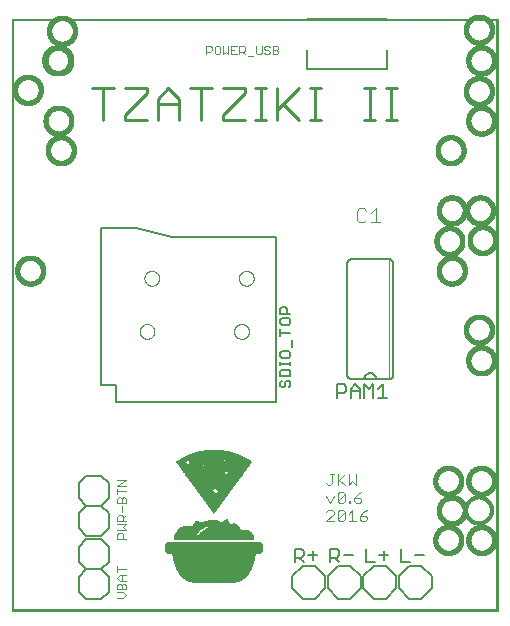
<source format=gto>
G75*
%MOIN*%
%OFA0B0*%
%FSLAX25Y25*%
%IPPOS*%
%LPD*%
%AMOC8*
5,1,8,0,0,1.08239X$1,22.5*
%
%ADD10C,0.00900*%
%ADD11C,0.00300*%
%ADD12C,0.01600*%
%ADD13C,0.01200*%
%ADD14C,0.00000*%
%ADD15R,0.14552X0.00131*%
%ADD16R,0.15732X0.00131*%
%ADD17R,0.16650X0.00131*%
%ADD18R,0.17306X0.00131*%
%ADD19R,0.17961X0.00131*%
%ADD20R,0.18485X0.00131*%
%ADD21R,0.18879X0.00131*%
%ADD22R,0.19272X0.00131*%
%ADD23R,0.19665X0.00131*%
%ADD24R,0.20059X0.00131*%
%ADD25R,0.20452X0.00131*%
%ADD26R,0.20714X0.00131*%
%ADD27R,0.20976X0.00131*%
%ADD28R,0.21370X0.00131*%
%ADD29R,0.21501X0.00131*%
%ADD30R,0.21763X0.00131*%
%ADD31R,0.22025X0.00131*%
%ADD32R,0.22287X0.00131*%
%ADD33R,0.22419X0.00131*%
%ADD34R,0.22681X0.00131*%
%ADD35R,0.22812X0.00131*%
%ADD36R,0.23074X0.00131*%
%ADD37R,0.23205X0.00131*%
%ADD38R,0.23336X0.00131*%
%ADD39R,0.23598X0.00131*%
%ADD40R,0.23730X0.00131*%
%ADD41R,0.23861X0.00131*%
%ADD42R,0.23992X0.00131*%
%ADD43R,0.24123X0.00131*%
%ADD44R,0.24385X0.00131*%
%ADD45R,0.24516X0.00131*%
%ADD46R,0.24647X0.00131*%
%ADD47R,0.24778X0.00131*%
%ADD48R,0.24909X0.00131*%
%ADD49R,0.25041X0.00131*%
%ADD50R,0.25172X0.00131*%
%ADD51R,0.25303X0.00131*%
%ADD52R,0.25434X0.00131*%
%ADD53R,0.25565X0.00131*%
%ADD54R,0.25696X0.00131*%
%ADD55R,0.25827X0.00131*%
%ADD56R,0.25958X0.00131*%
%ADD57R,0.26089X0.00131*%
%ADD58R,0.26220X0.00131*%
%ADD59R,0.26352X0.00131*%
%ADD60R,0.26483X0.00131*%
%ADD61R,0.26614X0.00131*%
%ADD62R,0.26745X0.00131*%
%ADD63R,0.26876X0.00131*%
%ADD64R,0.27007X0.00131*%
%ADD65R,0.27138X0.00131*%
%ADD66R,0.27269X0.00131*%
%ADD67R,0.27400X0.00131*%
%ADD68R,0.27531X0.00131*%
%ADD69R,0.27663X0.00131*%
%ADD70R,0.27794X0.00131*%
%ADD71R,0.27925X0.00131*%
%ADD72R,0.28056X0.00131*%
%ADD73R,0.30809X0.00131*%
%ADD74R,0.31465X0.00131*%
%ADD75R,0.31858X0.00131*%
%ADD76R,0.32251X0.00131*%
%ADD77R,0.32513X0.00131*%
%ADD78R,0.32644X0.00131*%
%ADD79R,0.32776X0.00131*%
%ADD80R,0.32382X0.00131*%
%ADD81R,0.31989X0.00131*%
%ADD82R,0.31596X0.00131*%
%ADD83R,0.31071X0.00131*%
%ADD84R,0.07735X0.00131*%
%ADD85R,0.07604X0.00131*%
%ADD86R,0.18223X0.00131*%
%ADD87R,0.07473X0.00131*%
%ADD88R,0.07342X0.00131*%
%ADD89R,0.17830X0.00131*%
%ADD90R,0.17699X0.00131*%
%ADD91R,0.17568X0.00131*%
%ADD92R,0.17043X0.00131*%
%ADD93R,0.16781X0.00131*%
%ADD94R,0.16388X0.00131*%
%ADD95R,0.16126X0.00131*%
%ADD96R,0.15863X0.00131*%
%ADD97R,0.15601X0.00131*%
%ADD98R,0.15077X0.00131*%
%ADD99R,0.12324X0.00131*%
%ADD100R,0.01835X0.00131*%
%ADD101R,0.11930X0.00131*%
%ADD102R,0.11799X0.00131*%
%ADD103R,0.11406X0.00131*%
%ADD104R,0.11013X0.00131*%
%ADD105R,0.10750X0.00131*%
%ADD106R,0.10357X0.00131*%
%ADD107R,0.10226X0.00131*%
%ADD108R,0.10095X0.00131*%
%ADD109R,0.02491X0.00131*%
%ADD110R,0.04457X0.00131*%
%ADD111R,0.14946X0.00131*%
%ADD112R,0.14815X0.00131*%
%ADD113R,0.14683X0.00131*%
%ADD114R,0.14421X0.00131*%
%ADD115R,0.12061X0.00131*%
%ADD116R,0.01967X0.00131*%
%ADD117R,0.01180X0.00131*%
%ADD118R,0.00524X0.00131*%
%ADD119R,0.11537X0.00131*%
%ADD120R,0.02098X0.00131*%
%ADD121R,0.06162X0.00131*%
%ADD122R,0.01442X0.00131*%
%ADD123R,0.05637X0.00131*%
%ADD124R,0.00262X0.00131*%
%ADD125R,0.04982X0.00131*%
%ADD126R,0.01704X0.00131*%
%ADD127R,0.04195X0.00131*%
%ADD128R,0.03409X0.00131*%
%ADD129R,0.01049X0.00131*%
%ADD130R,0.00656X0.00131*%
%ADD131R,0.00393X0.00131*%
%ADD132R,0.00131X0.00131*%
%ADD133R,0.00918X0.00131*%
%ADD134R,0.02229X0.00131*%
%ADD135R,0.02753X0.00131*%
%ADD136R,0.03015X0.00131*%
%ADD137R,0.03278X0.00131*%
%ADD138R,0.03540X0.00131*%
%ADD139R,0.03671X0.00131*%
%ADD140R,0.03802X0.00131*%
%ADD141R,0.04064X0.00131*%
%ADD142R,0.04326X0.00131*%
%ADD143R,0.04589X0.00131*%
%ADD144R,0.04851X0.00131*%
%ADD145R,0.05113X0.00131*%
%ADD146R,0.05375X0.00131*%
%ADD147R,0.05900X0.00131*%
%ADD148R,0.06424X0.00131*%
%ADD149R,0.06686X0.00131*%
%ADD150R,0.06948X0.00131*%
%ADD151R,0.07211X0.00131*%
%ADD152R,0.07997X0.00131*%
%ADD153R,0.08128X0.00131*%
%ADD154R,0.08259X0.00131*%
%ADD155R,0.08522X0.00131*%
%ADD156R,0.08784X0.00131*%
%ADD157R,0.08915X0.00131*%
%ADD158R,0.09046X0.00131*%
%ADD159R,0.09308X0.00131*%
%ADD160R,0.09570X0.00131*%
%ADD161R,0.09702X0.00131*%
%ADD162R,0.09833X0.00131*%
%ADD163R,0.05506X0.00131*%
%ADD164R,0.05244X0.00131*%
%ADD165R,0.04720X0.00131*%
%ADD166R,0.06293X0.00131*%
%ADD167R,0.12193X0.00131*%
%ADD168R,0.12455X0.00131*%
%ADD169R,0.12586X0.00131*%
%ADD170R,0.12717X0.00131*%
%ADD171R,0.12979X0.00131*%
%ADD172R,0.13241X0.00131*%
%ADD173R,0.13372X0.00131*%
%ADD174R,0.13504X0.00131*%
%ADD175R,0.13766X0.00131*%
%ADD176R,0.14028X0.00131*%
%ADD177R,0.14159X0.00131*%
%ADD178R,0.14290X0.00131*%
%ADD179R,0.15339X0.00131*%
%ADD180R,0.15470X0.00131*%
%ADD181R,0.16257X0.00131*%
%ADD182R,0.16519X0.00131*%
%ADD183R,0.16912X0.00131*%
%ADD184R,0.17437X0.00131*%
%ADD185R,0.18092X0.00131*%
%ADD186R,0.18617X0.00131*%
%ADD187R,0.19010X0.00131*%
%ADD188R,0.19403X0.00131*%
%ADD189R,0.13635X0.00131*%
%ADD190R,0.05769X0.00131*%
%ADD191R,0.06031X0.00131*%
%ADD192R,0.21107X0.00131*%
%ADD193R,0.21894X0.00131*%
%ADD194R,0.22156X0.00131*%
%ADD195R,0.22550X0.00131*%
%ADD196R,0.22943X0.00131*%
%ADD197R,0.15208X0.00131*%
%ADD198R,0.08391X0.00131*%
%ADD199R,0.24254X0.00131*%
%ADD200R,0.03146X0.00131*%
%ADD201R,0.20845X0.00131*%
%ADD202R,0.07866X0.00131*%
%ADD203R,0.21632X0.00131*%
%ADD204R,0.21239X0.00131*%
%ADD205R,0.20190X0.00131*%
%ADD206R,0.19534X0.00131*%
%ADD207R,0.17174X0.00131*%
%ADD208R,0.15994X0.00131*%
%ADD209R,0.11144X0.00131*%
%ADD210C,0.00800*%
%ADD211C,0.00200*%
%ADD212C,0.00500*%
%ADD213C,0.00700*%
%ADD214C,0.00600*%
%ADD215C,0.00400*%
D10*
X0050841Y0164909D02*
X0050841Y0175830D01*
X0047201Y0175830D02*
X0054481Y0175830D01*
X0058076Y0175830D02*
X0065356Y0175830D01*
X0065356Y0174010D01*
X0058076Y0166730D01*
X0058076Y0164909D01*
X0065356Y0164909D01*
X0068952Y0164909D02*
X0068952Y0172190D01*
X0072592Y0175830D01*
X0076232Y0172190D01*
X0076232Y0164909D01*
X0076232Y0170370D02*
X0068952Y0170370D01*
X0079827Y0175830D02*
X0087107Y0175830D01*
X0090702Y0175830D02*
X0097983Y0175830D01*
X0097983Y0174010D01*
X0090702Y0166730D01*
X0090702Y0164909D01*
X0097983Y0164909D01*
X0101578Y0164909D02*
X0105218Y0164909D01*
X0103398Y0164909D02*
X0103398Y0175830D01*
X0101578Y0175830D02*
X0105218Y0175830D01*
X0108828Y0175830D02*
X0108828Y0164909D01*
X0108828Y0168550D02*
X0116108Y0175830D01*
X0119704Y0175830D02*
X0123344Y0175830D01*
X0121524Y0175830D02*
X0121524Y0164909D01*
X0119704Y0164909D02*
X0123344Y0164909D01*
X0116108Y0164909D02*
X0110648Y0170370D01*
X0083467Y0175830D02*
X0083467Y0164909D01*
X0137829Y0164909D02*
X0141469Y0164909D01*
X0139649Y0164909D02*
X0139649Y0175830D01*
X0137829Y0175830D02*
X0141469Y0175830D01*
X0145080Y0175830D02*
X0148720Y0175830D01*
X0146900Y0175830D02*
X0146900Y0164909D01*
X0145080Y0164909D02*
X0148720Y0164909D01*
D11*
X0135082Y0047045D02*
X0135082Y0043342D01*
X0133848Y0044576D01*
X0132613Y0043342D01*
X0132613Y0047045D01*
X0131399Y0047045D02*
X0128930Y0044576D01*
X0129547Y0045193D02*
X0131399Y0043342D01*
X0128930Y0043342D02*
X0128930Y0047045D01*
X0127716Y0047045D02*
X0126481Y0047045D01*
X0127099Y0047045D02*
X0127099Y0043959D01*
X0126481Y0043342D01*
X0125864Y0043342D01*
X0125247Y0043959D01*
X0125247Y0039811D02*
X0126481Y0037342D01*
X0127716Y0039811D01*
X0128930Y0040428D02*
X0128930Y0037959D01*
X0131399Y0040428D01*
X0131399Y0037959D01*
X0130782Y0037342D01*
X0129547Y0037342D01*
X0128930Y0037959D01*
X0128930Y0040428D02*
X0129547Y0041045D01*
X0130782Y0041045D01*
X0131399Y0040428D01*
X0132613Y0037959D02*
X0133231Y0037959D01*
X0133231Y0037342D01*
X0132613Y0037342D01*
X0132613Y0037959D01*
X0134455Y0037959D02*
X0134455Y0039193D01*
X0136307Y0039193D01*
X0136924Y0038576D01*
X0136924Y0037959D01*
X0136307Y0037342D01*
X0135072Y0037342D01*
X0134455Y0037959D01*
X0134455Y0039193D02*
X0135689Y0040428D01*
X0136924Y0041045D01*
X0138765Y0035045D02*
X0137531Y0034428D01*
X0136297Y0033193D01*
X0138148Y0033193D01*
X0138765Y0032576D01*
X0138765Y0031959D01*
X0138148Y0031342D01*
X0136914Y0031342D01*
X0136297Y0031959D01*
X0136297Y0033193D01*
X0135082Y0031342D02*
X0132613Y0031342D01*
X0133848Y0031342D02*
X0133848Y0035045D01*
X0132613Y0033811D01*
X0131399Y0034428D02*
X0131399Y0031959D01*
X0130782Y0031342D01*
X0129547Y0031342D01*
X0128930Y0031959D01*
X0131399Y0034428D01*
X0130782Y0035045D01*
X0129547Y0035045D01*
X0128930Y0034428D01*
X0128930Y0031959D01*
X0127716Y0031342D02*
X0125247Y0031342D01*
X0127716Y0033811D01*
X0127716Y0034428D01*
X0127099Y0035045D01*
X0125864Y0035045D01*
X0125247Y0034428D01*
X0058379Y0033372D02*
X0057411Y0032404D01*
X0057411Y0032888D02*
X0057411Y0031437D01*
X0058379Y0031437D02*
X0055476Y0031437D01*
X0055476Y0032888D01*
X0055960Y0033372D01*
X0056927Y0033372D01*
X0057411Y0032888D01*
X0056927Y0034383D02*
X0056927Y0036318D01*
X0056927Y0037330D02*
X0056927Y0038781D01*
X0057411Y0039265D01*
X0057895Y0039265D01*
X0058379Y0038781D01*
X0058379Y0037330D01*
X0055476Y0037330D01*
X0055476Y0038781D01*
X0055960Y0039265D01*
X0056444Y0039265D01*
X0056927Y0038781D01*
X0055476Y0040276D02*
X0055476Y0042211D01*
X0055476Y0041244D02*
X0058379Y0041244D01*
X0058379Y0043223D02*
X0055476Y0043223D01*
X0058379Y0045158D01*
X0055476Y0045158D01*
X0055476Y0030425D02*
X0058379Y0030425D01*
X0057411Y0029458D01*
X0058379Y0028490D01*
X0055476Y0028490D01*
X0055960Y0027479D02*
X0056927Y0027479D01*
X0057411Y0026995D01*
X0057411Y0025544D01*
X0058379Y0025544D02*
X0055476Y0025544D01*
X0055476Y0026995D01*
X0055960Y0027479D01*
X0055476Y0016418D02*
X0055476Y0014483D01*
X0055476Y0015450D02*
X0058379Y0015450D01*
X0058379Y0013471D02*
X0056444Y0013471D01*
X0055476Y0012504D01*
X0056444Y0011536D01*
X0058379Y0011536D01*
X0057895Y0010525D02*
X0058379Y0010041D01*
X0058379Y0008590D01*
X0055476Y0008590D01*
X0055476Y0010041D01*
X0055960Y0010525D01*
X0056444Y0010525D01*
X0056927Y0010041D01*
X0056927Y0008590D01*
X0057411Y0007578D02*
X0055476Y0007578D01*
X0055476Y0005643D02*
X0057411Y0005643D01*
X0058379Y0006611D01*
X0057411Y0007578D01*
X0056927Y0010041D02*
X0057411Y0010525D01*
X0057895Y0010525D01*
X0056927Y0011536D02*
X0056927Y0013471D01*
D12*
X0022144Y0114853D02*
X0022146Y0114984D01*
X0022152Y0115116D01*
X0022162Y0115247D01*
X0022176Y0115378D01*
X0022194Y0115508D01*
X0022216Y0115637D01*
X0022241Y0115766D01*
X0022271Y0115894D01*
X0022305Y0116021D01*
X0022342Y0116148D01*
X0022383Y0116272D01*
X0022428Y0116396D01*
X0022477Y0116518D01*
X0022529Y0116639D01*
X0022585Y0116757D01*
X0022645Y0116875D01*
X0022708Y0116990D01*
X0022775Y0117103D01*
X0022845Y0117215D01*
X0022918Y0117324D01*
X0022994Y0117430D01*
X0023074Y0117535D01*
X0023157Y0117637D01*
X0023243Y0117736D01*
X0023332Y0117833D01*
X0023424Y0117927D01*
X0023519Y0118018D01*
X0023616Y0118107D01*
X0023716Y0118192D01*
X0023819Y0118274D01*
X0023924Y0118353D01*
X0024031Y0118429D01*
X0024141Y0118501D01*
X0024253Y0118570D01*
X0024367Y0118636D01*
X0024482Y0118698D01*
X0024600Y0118757D01*
X0024719Y0118812D01*
X0024840Y0118864D01*
X0024963Y0118911D01*
X0025087Y0118955D01*
X0025212Y0118996D01*
X0025338Y0119032D01*
X0025466Y0119065D01*
X0025594Y0119093D01*
X0025723Y0119118D01*
X0025853Y0119139D01*
X0025983Y0119156D01*
X0026114Y0119169D01*
X0026245Y0119178D01*
X0026376Y0119183D01*
X0026508Y0119184D01*
X0026639Y0119181D01*
X0026771Y0119174D01*
X0026902Y0119163D01*
X0027032Y0119148D01*
X0027162Y0119129D01*
X0027292Y0119106D01*
X0027420Y0119080D01*
X0027548Y0119049D01*
X0027675Y0119014D01*
X0027801Y0118976D01*
X0027925Y0118934D01*
X0028049Y0118888D01*
X0028170Y0118838D01*
X0028290Y0118785D01*
X0028409Y0118728D01*
X0028526Y0118668D01*
X0028640Y0118604D01*
X0028753Y0118536D01*
X0028864Y0118465D01*
X0028973Y0118391D01*
X0029079Y0118314D01*
X0029183Y0118233D01*
X0029284Y0118150D01*
X0029383Y0118063D01*
X0029479Y0117973D01*
X0029572Y0117880D01*
X0029663Y0117785D01*
X0029750Y0117687D01*
X0029835Y0117586D01*
X0029916Y0117483D01*
X0029994Y0117377D01*
X0030069Y0117269D01*
X0030141Y0117159D01*
X0030209Y0117047D01*
X0030274Y0116933D01*
X0030335Y0116816D01*
X0030393Y0116698D01*
X0030447Y0116578D01*
X0030498Y0116457D01*
X0030545Y0116334D01*
X0030588Y0116210D01*
X0030627Y0116085D01*
X0030663Y0115958D01*
X0030694Y0115830D01*
X0030722Y0115702D01*
X0030746Y0115573D01*
X0030766Y0115443D01*
X0030782Y0115312D01*
X0030794Y0115181D01*
X0030802Y0115050D01*
X0030806Y0114919D01*
X0030806Y0114787D01*
X0030802Y0114656D01*
X0030794Y0114525D01*
X0030782Y0114394D01*
X0030766Y0114263D01*
X0030746Y0114133D01*
X0030722Y0114004D01*
X0030694Y0113876D01*
X0030663Y0113748D01*
X0030627Y0113621D01*
X0030588Y0113496D01*
X0030545Y0113372D01*
X0030498Y0113249D01*
X0030447Y0113128D01*
X0030393Y0113008D01*
X0030335Y0112890D01*
X0030274Y0112773D01*
X0030209Y0112659D01*
X0030141Y0112547D01*
X0030069Y0112437D01*
X0029994Y0112329D01*
X0029916Y0112223D01*
X0029835Y0112120D01*
X0029750Y0112019D01*
X0029663Y0111921D01*
X0029572Y0111826D01*
X0029479Y0111733D01*
X0029383Y0111643D01*
X0029284Y0111556D01*
X0029183Y0111473D01*
X0029079Y0111392D01*
X0028973Y0111315D01*
X0028864Y0111241D01*
X0028753Y0111170D01*
X0028641Y0111102D01*
X0028526Y0111038D01*
X0028409Y0110978D01*
X0028290Y0110921D01*
X0028170Y0110868D01*
X0028049Y0110818D01*
X0027925Y0110772D01*
X0027801Y0110730D01*
X0027675Y0110692D01*
X0027548Y0110657D01*
X0027420Y0110626D01*
X0027292Y0110600D01*
X0027162Y0110577D01*
X0027032Y0110558D01*
X0026902Y0110543D01*
X0026771Y0110532D01*
X0026639Y0110525D01*
X0026508Y0110522D01*
X0026376Y0110523D01*
X0026245Y0110528D01*
X0026114Y0110537D01*
X0025983Y0110550D01*
X0025853Y0110567D01*
X0025723Y0110588D01*
X0025594Y0110613D01*
X0025466Y0110641D01*
X0025338Y0110674D01*
X0025212Y0110710D01*
X0025087Y0110751D01*
X0024963Y0110795D01*
X0024840Y0110842D01*
X0024719Y0110894D01*
X0024600Y0110949D01*
X0024482Y0111008D01*
X0024367Y0111070D01*
X0024253Y0111136D01*
X0024141Y0111205D01*
X0024031Y0111277D01*
X0023924Y0111353D01*
X0023819Y0111432D01*
X0023716Y0111514D01*
X0023616Y0111599D01*
X0023519Y0111688D01*
X0023424Y0111779D01*
X0023332Y0111873D01*
X0023243Y0111970D01*
X0023157Y0112069D01*
X0023074Y0112171D01*
X0022994Y0112276D01*
X0022918Y0112382D01*
X0022845Y0112491D01*
X0022775Y0112603D01*
X0022708Y0112716D01*
X0022645Y0112831D01*
X0022585Y0112949D01*
X0022529Y0113067D01*
X0022477Y0113188D01*
X0022428Y0113310D01*
X0022383Y0113434D01*
X0022342Y0113558D01*
X0022305Y0113685D01*
X0022271Y0113812D01*
X0022241Y0113940D01*
X0022216Y0114069D01*
X0022194Y0114198D01*
X0022176Y0114328D01*
X0022162Y0114459D01*
X0022152Y0114590D01*
X0022146Y0114722D01*
X0022144Y0114853D01*
X0032380Y0155011D02*
X0032382Y0155142D01*
X0032388Y0155274D01*
X0032398Y0155405D01*
X0032412Y0155536D01*
X0032430Y0155666D01*
X0032452Y0155795D01*
X0032477Y0155924D01*
X0032507Y0156052D01*
X0032541Y0156179D01*
X0032578Y0156306D01*
X0032619Y0156430D01*
X0032664Y0156554D01*
X0032713Y0156676D01*
X0032765Y0156797D01*
X0032821Y0156915D01*
X0032881Y0157033D01*
X0032944Y0157148D01*
X0033011Y0157261D01*
X0033081Y0157373D01*
X0033154Y0157482D01*
X0033230Y0157588D01*
X0033310Y0157693D01*
X0033393Y0157795D01*
X0033479Y0157894D01*
X0033568Y0157991D01*
X0033660Y0158085D01*
X0033755Y0158176D01*
X0033852Y0158265D01*
X0033952Y0158350D01*
X0034055Y0158432D01*
X0034160Y0158511D01*
X0034267Y0158587D01*
X0034377Y0158659D01*
X0034489Y0158728D01*
X0034603Y0158794D01*
X0034718Y0158856D01*
X0034836Y0158915D01*
X0034955Y0158970D01*
X0035076Y0159022D01*
X0035199Y0159069D01*
X0035323Y0159113D01*
X0035448Y0159154D01*
X0035574Y0159190D01*
X0035702Y0159223D01*
X0035830Y0159251D01*
X0035959Y0159276D01*
X0036089Y0159297D01*
X0036219Y0159314D01*
X0036350Y0159327D01*
X0036481Y0159336D01*
X0036612Y0159341D01*
X0036744Y0159342D01*
X0036875Y0159339D01*
X0037007Y0159332D01*
X0037138Y0159321D01*
X0037268Y0159306D01*
X0037398Y0159287D01*
X0037528Y0159264D01*
X0037656Y0159238D01*
X0037784Y0159207D01*
X0037911Y0159172D01*
X0038037Y0159134D01*
X0038161Y0159092D01*
X0038285Y0159046D01*
X0038406Y0158996D01*
X0038526Y0158943D01*
X0038645Y0158886D01*
X0038762Y0158826D01*
X0038876Y0158762D01*
X0038989Y0158694D01*
X0039100Y0158623D01*
X0039209Y0158549D01*
X0039315Y0158472D01*
X0039419Y0158391D01*
X0039520Y0158308D01*
X0039619Y0158221D01*
X0039715Y0158131D01*
X0039808Y0158038D01*
X0039899Y0157943D01*
X0039986Y0157845D01*
X0040071Y0157744D01*
X0040152Y0157641D01*
X0040230Y0157535D01*
X0040305Y0157427D01*
X0040377Y0157317D01*
X0040445Y0157205D01*
X0040510Y0157091D01*
X0040571Y0156974D01*
X0040629Y0156856D01*
X0040683Y0156736D01*
X0040734Y0156615D01*
X0040781Y0156492D01*
X0040824Y0156368D01*
X0040863Y0156243D01*
X0040899Y0156116D01*
X0040930Y0155988D01*
X0040958Y0155860D01*
X0040982Y0155731D01*
X0041002Y0155601D01*
X0041018Y0155470D01*
X0041030Y0155339D01*
X0041038Y0155208D01*
X0041042Y0155077D01*
X0041042Y0154945D01*
X0041038Y0154814D01*
X0041030Y0154683D01*
X0041018Y0154552D01*
X0041002Y0154421D01*
X0040982Y0154291D01*
X0040958Y0154162D01*
X0040930Y0154034D01*
X0040899Y0153906D01*
X0040863Y0153779D01*
X0040824Y0153654D01*
X0040781Y0153530D01*
X0040734Y0153407D01*
X0040683Y0153286D01*
X0040629Y0153166D01*
X0040571Y0153048D01*
X0040510Y0152931D01*
X0040445Y0152817D01*
X0040377Y0152705D01*
X0040305Y0152595D01*
X0040230Y0152487D01*
X0040152Y0152381D01*
X0040071Y0152278D01*
X0039986Y0152177D01*
X0039899Y0152079D01*
X0039808Y0151984D01*
X0039715Y0151891D01*
X0039619Y0151801D01*
X0039520Y0151714D01*
X0039419Y0151631D01*
X0039315Y0151550D01*
X0039209Y0151473D01*
X0039100Y0151399D01*
X0038989Y0151328D01*
X0038877Y0151260D01*
X0038762Y0151196D01*
X0038645Y0151136D01*
X0038526Y0151079D01*
X0038406Y0151026D01*
X0038285Y0150976D01*
X0038161Y0150930D01*
X0038037Y0150888D01*
X0037911Y0150850D01*
X0037784Y0150815D01*
X0037656Y0150784D01*
X0037528Y0150758D01*
X0037398Y0150735D01*
X0037268Y0150716D01*
X0037138Y0150701D01*
X0037007Y0150690D01*
X0036875Y0150683D01*
X0036744Y0150680D01*
X0036612Y0150681D01*
X0036481Y0150686D01*
X0036350Y0150695D01*
X0036219Y0150708D01*
X0036089Y0150725D01*
X0035959Y0150746D01*
X0035830Y0150771D01*
X0035702Y0150799D01*
X0035574Y0150832D01*
X0035448Y0150868D01*
X0035323Y0150909D01*
X0035199Y0150953D01*
X0035076Y0151000D01*
X0034955Y0151052D01*
X0034836Y0151107D01*
X0034718Y0151166D01*
X0034603Y0151228D01*
X0034489Y0151294D01*
X0034377Y0151363D01*
X0034267Y0151435D01*
X0034160Y0151511D01*
X0034055Y0151590D01*
X0033952Y0151672D01*
X0033852Y0151757D01*
X0033755Y0151846D01*
X0033660Y0151937D01*
X0033568Y0152031D01*
X0033479Y0152128D01*
X0033393Y0152227D01*
X0033310Y0152329D01*
X0033230Y0152434D01*
X0033154Y0152540D01*
X0033081Y0152649D01*
X0033011Y0152761D01*
X0032944Y0152874D01*
X0032881Y0152989D01*
X0032821Y0153107D01*
X0032765Y0153225D01*
X0032713Y0153346D01*
X0032664Y0153468D01*
X0032619Y0153592D01*
X0032578Y0153716D01*
X0032541Y0153843D01*
X0032507Y0153970D01*
X0032477Y0154098D01*
X0032452Y0154227D01*
X0032430Y0154356D01*
X0032412Y0154486D01*
X0032398Y0154617D01*
X0032388Y0154748D01*
X0032382Y0154880D01*
X0032380Y0155011D01*
X0031593Y0164853D02*
X0031595Y0164984D01*
X0031601Y0165116D01*
X0031611Y0165247D01*
X0031625Y0165378D01*
X0031643Y0165508D01*
X0031665Y0165637D01*
X0031690Y0165766D01*
X0031720Y0165894D01*
X0031754Y0166021D01*
X0031791Y0166148D01*
X0031832Y0166272D01*
X0031877Y0166396D01*
X0031926Y0166518D01*
X0031978Y0166639D01*
X0032034Y0166757D01*
X0032094Y0166875D01*
X0032157Y0166990D01*
X0032224Y0167103D01*
X0032294Y0167215D01*
X0032367Y0167324D01*
X0032443Y0167430D01*
X0032523Y0167535D01*
X0032606Y0167637D01*
X0032692Y0167736D01*
X0032781Y0167833D01*
X0032873Y0167927D01*
X0032968Y0168018D01*
X0033065Y0168107D01*
X0033165Y0168192D01*
X0033268Y0168274D01*
X0033373Y0168353D01*
X0033480Y0168429D01*
X0033590Y0168501D01*
X0033702Y0168570D01*
X0033816Y0168636D01*
X0033931Y0168698D01*
X0034049Y0168757D01*
X0034168Y0168812D01*
X0034289Y0168864D01*
X0034412Y0168911D01*
X0034536Y0168955D01*
X0034661Y0168996D01*
X0034787Y0169032D01*
X0034915Y0169065D01*
X0035043Y0169093D01*
X0035172Y0169118D01*
X0035302Y0169139D01*
X0035432Y0169156D01*
X0035563Y0169169D01*
X0035694Y0169178D01*
X0035825Y0169183D01*
X0035957Y0169184D01*
X0036088Y0169181D01*
X0036220Y0169174D01*
X0036351Y0169163D01*
X0036481Y0169148D01*
X0036611Y0169129D01*
X0036741Y0169106D01*
X0036869Y0169080D01*
X0036997Y0169049D01*
X0037124Y0169014D01*
X0037250Y0168976D01*
X0037374Y0168934D01*
X0037498Y0168888D01*
X0037619Y0168838D01*
X0037739Y0168785D01*
X0037858Y0168728D01*
X0037975Y0168668D01*
X0038089Y0168604D01*
X0038202Y0168536D01*
X0038313Y0168465D01*
X0038422Y0168391D01*
X0038528Y0168314D01*
X0038632Y0168233D01*
X0038733Y0168150D01*
X0038832Y0168063D01*
X0038928Y0167973D01*
X0039021Y0167880D01*
X0039112Y0167785D01*
X0039199Y0167687D01*
X0039284Y0167586D01*
X0039365Y0167483D01*
X0039443Y0167377D01*
X0039518Y0167269D01*
X0039590Y0167159D01*
X0039658Y0167047D01*
X0039723Y0166933D01*
X0039784Y0166816D01*
X0039842Y0166698D01*
X0039896Y0166578D01*
X0039947Y0166457D01*
X0039994Y0166334D01*
X0040037Y0166210D01*
X0040076Y0166085D01*
X0040112Y0165958D01*
X0040143Y0165830D01*
X0040171Y0165702D01*
X0040195Y0165573D01*
X0040215Y0165443D01*
X0040231Y0165312D01*
X0040243Y0165181D01*
X0040251Y0165050D01*
X0040255Y0164919D01*
X0040255Y0164787D01*
X0040251Y0164656D01*
X0040243Y0164525D01*
X0040231Y0164394D01*
X0040215Y0164263D01*
X0040195Y0164133D01*
X0040171Y0164004D01*
X0040143Y0163876D01*
X0040112Y0163748D01*
X0040076Y0163621D01*
X0040037Y0163496D01*
X0039994Y0163372D01*
X0039947Y0163249D01*
X0039896Y0163128D01*
X0039842Y0163008D01*
X0039784Y0162890D01*
X0039723Y0162773D01*
X0039658Y0162659D01*
X0039590Y0162547D01*
X0039518Y0162437D01*
X0039443Y0162329D01*
X0039365Y0162223D01*
X0039284Y0162120D01*
X0039199Y0162019D01*
X0039112Y0161921D01*
X0039021Y0161826D01*
X0038928Y0161733D01*
X0038832Y0161643D01*
X0038733Y0161556D01*
X0038632Y0161473D01*
X0038528Y0161392D01*
X0038422Y0161315D01*
X0038313Y0161241D01*
X0038202Y0161170D01*
X0038090Y0161102D01*
X0037975Y0161038D01*
X0037858Y0160978D01*
X0037739Y0160921D01*
X0037619Y0160868D01*
X0037498Y0160818D01*
X0037374Y0160772D01*
X0037250Y0160730D01*
X0037124Y0160692D01*
X0036997Y0160657D01*
X0036869Y0160626D01*
X0036741Y0160600D01*
X0036611Y0160577D01*
X0036481Y0160558D01*
X0036351Y0160543D01*
X0036220Y0160532D01*
X0036088Y0160525D01*
X0035957Y0160522D01*
X0035825Y0160523D01*
X0035694Y0160528D01*
X0035563Y0160537D01*
X0035432Y0160550D01*
X0035302Y0160567D01*
X0035172Y0160588D01*
X0035043Y0160613D01*
X0034915Y0160641D01*
X0034787Y0160674D01*
X0034661Y0160710D01*
X0034536Y0160751D01*
X0034412Y0160795D01*
X0034289Y0160842D01*
X0034168Y0160894D01*
X0034049Y0160949D01*
X0033931Y0161008D01*
X0033816Y0161070D01*
X0033702Y0161136D01*
X0033590Y0161205D01*
X0033480Y0161277D01*
X0033373Y0161353D01*
X0033268Y0161432D01*
X0033165Y0161514D01*
X0033065Y0161599D01*
X0032968Y0161688D01*
X0032873Y0161779D01*
X0032781Y0161873D01*
X0032692Y0161970D01*
X0032606Y0162069D01*
X0032523Y0162171D01*
X0032443Y0162276D01*
X0032367Y0162382D01*
X0032294Y0162491D01*
X0032224Y0162603D01*
X0032157Y0162716D01*
X0032094Y0162831D01*
X0032034Y0162949D01*
X0031978Y0163067D01*
X0031926Y0163188D01*
X0031877Y0163310D01*
X0031832Y0163434D01*
X0031791Y0163558D01*
X0031754Y0163685D01*
X0031720Y0163812D01*
X0031690Y0163940D01*
X0031665Y0164069D01*
X0031643Y0164198D01*
X0031625Y0164328D01*
X0031611Y0164459D01*
X0031601Y0164590D01*
X0031595Y0164722D01*
X0031593Y0164853D01*
X0021357Y0175089D02*
X0021359Y0175220D01*
X0021365Y0175352D01*
X0021375Y0175483D01*
X0021389Y0175614D01*
X0021407Y0175744D01*
X0021429Y0175873D01*
X0021454Y0176002D01*
X0021484Y0176130D01*
X0021518Y0176257D01*
X0021555Y0176384D01*
X0021596Y0176508D01*
X0021641Y0176632D01*
X0021690Y0176754D01*
X0021742Y0176875D01*
X0021798Y0176993D01*
X0021858Y0177111D01*
X0021921Y0177226D01*
X0021988Y0177339D01*
X0022058Y0177451D01*
X0022131Y0177560D01*
X0022207Y0177666D01*
X0022287Y0177771D01*
X0022370Y0177873D01*
X0022456Y0177972D01*
X0022545Y0178069D01*
X0022637Y0178163D01*
X0022732Y0178254D01*
X0022829Y0178343D01*
X0022929Y0178428D01*
X0023032Y0178510D01*
X0023137Y0178589D01*
X0023244Y0178665D01*
X0023354Y0178737D01*
X0023466Y0178806D01*
X0023580Y0178872D01*
X0023695Y0178934D01*
X0023813Y0178993D01*
X0023932Y0179048D01*
X0024053Y0179100D01*
X0024176Y0179147D01*
X0024300Y0179191D01*
X0024425Y0179232D01*
X0024551Y0179268D01*
X0024679Y0179301D01*
X0024807Y0179329D01*
X0024936Y0179354D01*
X0025066Y0179375D01*
X0025196Y0179392D01*
X0025327Y0179405D01*
X0025458Y0179414D01*
X0025589Y0179419D01*
X0025721Y0179420D01*
X0025852Y0179417D01*
X0025984Y0179410D01*
X0026115Y0179399D01*
X0026245Y0179384D01*
X0026375Y0179365D01*
X0026505Y0179342D01*
X0026633Y0179316D01*
X0026761Y0179285D01*
X0026888Y0179250D01*
X0027014Y0179212D01*
X0027138Y0179170D01*
X0027262Y0179124D01*
X0027383Y0179074D01*
X0027503Y0179021D01*
X0027622Y0178964D01*
X0027739Y0178904D01*
X0027853Y0178840D01*
X0027966Y0178772D01*
X0028077Y0178701D01*
X0028186Y0178627D01*
X0028292Y0178550D01*
X0028396Y0178469D01*
X0028497Y0178386D01*
X0028596Y0178299D01*
X0028692Y0178209D01*
X0028785Y0178116D01*
X0028876Y0178021D01*
X0028963Y0177923D01*
X0029048Y0177822D01*
X0029129Y0177719D01*
X0029207Y0177613D01*
X0029282Y0177505D01*
X0029354Y0177395D01*
X0029422Y0177283D01*
X0029487Y0177169D01*
X0029548Y0177052D01*
X0029606Y0176934D01*
X0029660Y0176814D01*
X0029711Y0176693D01*
X0029758Y0176570D01*
X0029801Y0176446D01*
X0029840Y0176321D01*
X0029876Y0176194D01*
X0029907Y0176066D01*
X0029935Y0175938D01*
X0029959Y0175809D01*
X0029979Y0175679D01*
X0029995Y0175548D01*
X0030007Y0175417D01*
X0030015Y0175286D01*
X0030019Y0175155D01*
X0030019Y0175023D01*
X0030015Y0174892D01*
X0030007Y0174761D01*
X0029995Y0174630D01*
X0029979Y0174499D01*
X0029959Y0174369D01*
X0029935Y0174240D01*
X0029907Y0174112D01*
X0029876Y0173984D01*
X0029840Y0173857D01*
X0029801Y0173732D01*
X0029758Y0173608D01*
X0029711Y0173485D01*
X0029660Y0173364D01*
X0029606Y0173244D01*
X0029548Y0173126D01*
X0029487Y0173009D01*
X0029422Y0172895D01*
X0029354Y0172783D01*
X0029282Y0172673D01*
X0029207Y0172565D01*
X0029129Y0172459D01*
X0029048Y0172356D01*
X0028963Y0172255D01*
X0028876Y0172157D01*
X0028785Y0172062D01*
X0028692Y0171969D01*
X0028596Y0171879D01*
X0028497Y0171792D01*
X0028396Y0171709D01*
X0028292Y0171628D01*
X0028186Y0171551D01*
X0028077Y0171477D01*
X0027966Y0171406D01*
X0027854Y0171338D01*
X0027739Y0171274D01*
X0027622Y0171214D01*
X0027503Y0171157D01*
X0027383Y0171104D01*
X0027262Y0171054D01*
X0027138Y0171008D01*
X0027014Y0170966D01*
X0026888Y0170928D01*
X0026761Y0170893D01*
X0026633Y0170862D01*
X0026505Y0170836D01*
X0026375Y0170813D01*
X0026245Y0170794D01*
X0026115Y0170779D01*
X0025984Y0170768D01*
X0025852Y0170761D01*
X0025721Y0170758D01*
X0025589Y0170759D01*
X0025458Y0170764D01*
X0025327Y0170773D01*
X0025196Y0170786D01*
X0025066Y0170803D01*
X0024936Y0170824D01*
X0024807Y0170849D01*
X0024679Y0170877D01*
X0024551Y0170910D01*
X0024425Y0170946D01*
X0024300Y0170987D01*
X0024176Y0171031D01*
X0024053Y0171078D01*
X0023932Y0171130D01*
X0023813Y0171185D01*
X0023695Y0171244D01*
X0023580Y0171306D01*
X0023466Y0171372D01*
X0023354Y0171441D01*
X0023244Y0171513D01*
X0023137Y0171589D01*
X0023032Y0171668D01*
X0022929Y0171750D01*
X0022829Y0171835D01*
X0022732Y0171924D01*
X0022637Y0172015D01*
X0022545Y0172109D01*
X0022456Y0172206D01*
X0022370Y0172305D01*
X0022287Y0172407D01*
X0022207Y0172512D01*
X0022131Y0172618D01*
X0022058Y0172727D01*
X0021988Y0172839D01*
X0021921Y0172952D01*
X0021858Y0173067D01*
X0021798Y0173185D01*
X0021742Y0173303D01*
X0021690Y0173424D01*
X0021641Y0173546D01*
X0021596Y0173670D01*
X0021555Y0173794D01*
X0021518Y0173921D01*
X0021484Y0174048D01*
X0021454Y0174176D01*
X0021429Y0174305D01*
X0021407Y0174434D01*
X0021389Y0174564D01*
X0021375Y0174695D01*
X0021365Y0174826D01*
X0021359Y0174958D01*
X0021357Y0175089D01*
X0031199Y0184932D02*
X0031201Y0185063D01*
X0031207Y0185195D01*
X0031217Y0185326D01*
X0031231Y0185457D01*
X0031249Y0185587D01*
X0031271Y0185716D01*
X0031296Y0185845D01*
X0031326Y0185973D01*
X0031360Y0186100D01*
X0031397Y0186227D01*
X0031438Y0186351D01*
X0031483Y0186475D01*
X0031532Y0186597D01*
X0031584Y0186718D01*
X0031640Y0186836D01*
X0031700Y0186954D01*
X0031763Y0187069D01*
X0031830Y0187182D01*
X0031900Y0187294D01*
X0031973Y0187403D01*
X0032049Y0187509D01*
X0032129Y0187614D01*
X0032212Y0187716D01*
X0032298Y0187815D01*
X0032387Y0187912D01*
X0032479Y0188006D01*
X0032574Y0188097D01*
X0032671Y0188186D01*
X0032771Y0188271D01*
X0032874Y0188353D01*
X0032979Y0188432D01*
X0033086Y0188508D01*
X0033196Y0188580D01*
X0033308Y0188649D01*
X0033422Y0188715D01*
X0033537Y0188777D01*
X0033655Y0188836D01*
X0033774Y0188891D01*
X0033895Y0188943D01*
X0034018Y0188990D01*
X0034142Y0189034D01*
X0034267Y0189075D01*
X0034393Y0189111D01*
X0034521Y0189144D01*
X0034649Y0189172D01*
X0034778Y0189197D01*
X0034908Y0189218D01*
X0035038Y0189235D01*
X0035169Y0189248D01*
X0035300Y0189257D01*
X0035431Y0189262D01*
X0035563Y0189263D01*
X0035694Y0189260D01*
X0035826Y0189253D01*
X0035957Y0189242D01*
X0036087Y0189227D01*
X0036217Y0189208D01*
X0036347Y0189185D01*
X0036475Y0189159D01*
X0036603Y0189128D01*
X0036730Y0189093D01*
X0036856Y0189055D01*
X0036980Y0189013D01*
X0037104Y0188967D01*
X0037225Y0188917D01*
X0037345Y0188864D01*
X0037464Y0188807D01*
X0037581Y0188747D01*
X0037695Y0188683D01*
X0037808Y0188615D01*
X0037919Y0188544D01*
X0038028Y0188470D01*
X0038134Y0188393D01*
X0038238Y0188312D01*
X0038339Y0188229D01*
X0038438Y0188142D01*
X0038534Y0188052D01*
X0038627Y0187959D01*
X0038718Y0187864D01*
X0038805Y0187766D01*
X0038890Y0187665D01*
X0038971Y0187562D01*
X0039049Y0187456D01*
X0039124Y0187348D01*
X0039196Y0187238D01*
X0039264Y0187126D01*
X0039329Y0187012D01*
X0039390Y0186895D01*
X0039448Y0186777D01*
X0039502Y0186657D01*
X0039553Y0186536D01*
X0039600Y0186413D01*
X0039643Y0186289D01*
X0039682Y0186164D01*
X0039718Y0186037D01*
X0039749Y0185909D01*
X0039777Y0185781D01*
X0039801Y0185652D01*
X0039821Y0185522D01*
X0039837Y0185391D01*
X0039849Y0185260D01*
X0039857Y0185129D01*
X0039861Y0184998D01*
X0039861Y0184866D01*
X0039857Y0184735D01*
X0039849Y0184604D01*
X0039837Y0184473D01*
X0039821Y0184342D01*
X0039801Y0184212D01*
X0039777Y0184083D01*
X0039749Y0183955D01*
X0039718Y0183827D01*
X0039682Y0183700D01*
X0039643Y0183575D01*
X0039600Y0183451D01*
X0039553Y0183328D01*
X0039502Y0183207D01*
X0039448Y0183087D01*
X0039390Y0182969D01*
X0039329Y0182852D01*
X0039264Y0182738D01*
X0039196Y0182626D01*
X0039124Y0182516D01*
X0039049Y0182408D01*
X0038971Y0182302D01*
X0038890Y0182199D01*
X0038805Y0182098D01*
X0038718Y0182000D01*
X0038627Y0181905D01*
X0038534Y0181812D01*
X0038438Y0181722D01*
X0038339Y0181635D01*
X0038238Y0181552D01*
X0038134Y0181471D01*
X0038028Y0181394D01*
X0037919Y0181320D01*
X0037808Y0181249D01*
X0037696Y0181181D01*
X0037581Y0181117D01*
X0037464Y0181057D01*
X0037345Y0181000D01*
X0037225Y0180947D01*
X0037104Y0180897D01*
X0036980Y0180851D01*
X0036856Y0180809D01*
X0036730Y0180771D01*
X0036603Y0180736D01*
X0036475Y0180705D01*
X0036347Y0180679D01*
X0036217Y0180656D01*
X0036087Y0180637D01*
X0035957Y0180622D01*
X0035826Y0180611D01*
X0035694Y0180604D01*
X0035563Y0180601D01*
X0035431Y0180602D01*
X0035300Y0180607D01*
X0035169Y0180616D01*
X0035038Y0180629D01*
X0034908Y0180646D01*
X0034778Y0180667D01*
X0034649Y0180692D01*
X0034521Y0180720D01*
X0034393Y0180753D01*
X0034267Y0180789D01*
X0034142Y0180830D01*
X0034018Y0180874D01*
X0033895Y0180921D01*
X0033774Y0180973D01*
X0033655Y0181028D01*
X0033537Y0181087D01*
X0033422Y0181149D01*
X0033308Y0181215D01*
X0033196Y0181284D01*
X0033086Y0181356D01*
X0032979Y0181432D01*
X0032874Y0181511D01*
X0032771Y0181593D01*
X0032671Y0181678D01*
X0032574Y0181767D01*
X0032479Y0181858D01*
X0032387Y0181952D01*
X0032298Y0182049D01*
X0032212Y0182148D01*
X0032129Y0182250D01*
X0032049Y0182355D01*
X0031973Y0182461D01*
X0031900Y0182570D01*
X0031830Y0182682D01*
X0031763Y0182795D01*
X0031700Y0182910D01*
X0031640Y0183028D01*
X0031584Y0183146D01*
X0031532Y0183267D01*
X0031483Y0183389D01*
X0031438Y0183513D01*
X0031397Y0183637D01*
X0031360Y0183764D01*
X0031326Y0183891D01*
X0031296Y0184019D01*
X0031271Y0184148D01*
X0031249Y0184277D01*
X0031231Y0184407D01*
X0031217Y0184538D01*
X0031207Y0184669D01*
X0031201Y0184801D01*
X0031199Y0184932D01*
X0031593Y0184932D02*
X0031595Y0185063D01*
X0031601Y0185195D01*
X0031611Y0185326D01*
X0031625Y0185457D01*
X0031643Y0185587D01*
X0031665Y0185716D01*
X0031690Y0185845D01*
X0031720Y0185973D01*
X0031754Y0186100D01*
X0031791Y0186227D01*
X0031832Y0186351D01*
X0031877Y0186475D01*
X0031926Y0186597D01*
X0031978Y0186718D01*
X0032034Y0186836D01*
X0032094Y0186954D01*
X0032157Y0187069D01*
X0032224Y0187182D01*
X0032294Y0187294D01*
X0032367Y0187403D01*
X0032443Y0187509D01*
X0032523Y0187614D01*
X0032606Y0187716D01*
X0032692Y0187815D01*
X0032781Y0187912D01*
X0032873Y0188006D01*
X0032968Y0188097D01*
X0033065Y0188186D01*
X0033165Y0188271D01*
X0033268Y0188353D01*
X0033373Y0188432D01*
X0033480Y0188508D01*
X0033590Y0188580D01*
X0033702Y0188649D01*
X0033816Y0188715D01*
X0033931Y0188777D01*
X0034049Y0188836D01*
X0034168Y0188891D01*
X0034289Y0188943D01*
X0034412Y0188990D01*
X0034536Y0189034D01*
X0034661Y0189075D01*
X0034787Y0189111D01*
X0034915Y0189144D01*
X0035043Y0189172D01*
X0035172Y0189197D01*
X0035302Y0189218D01*
X0035432Y0189235D01*
X0035563Y0189248D01*
X0035694Y0189257D01*
X0035825Y0189262D01*
X0035957Y0189263D01*
X0036088Y0189260D01*
X0036220Y0189253D01*
X0036351Y0189242D01*
X0036481Y0189227D01*
X0036611Y0189208D01*
X0036741Y0189185D01*
X0036869Y0189159D01*
X0036997Y0189128D01*
X0037124Y0189093D01*
X0037250Y0189055D01*
X0037374Y0189013D01*
X0037498Y0188967D01*
X0037619Y0188917D01*
X0037739Y0188864D01*
X0037858Y0188807D01*
X0037975Y0188747D01*
X0038089Y0188683D01*
X0038202Y0188615D01*
X0038313Y0188544D01*
X0038422Y0188470D01*
X0038528Y0188393D01*
X0038632Y0188312D01*
X0038733Y0188229D01*
X0038832Y0188142D01*
X0038928Y0188052D01*
X0039021Y0187959D01*
X0039112Y0187864D01*
X0039199Y0187766D01*
X0039284Y0187665D01*
X0039365Y0187562D01*
X0039443Y0187456D01*
X0039518Y0187348D01*
X0039590Y0187238D01*
X0039658Y0187126D01*
X0039723Y0187012D01*
X0039784Y0186895D01*
X0039842Y0186777D01*
X0039896Y0186657D01*
X0039947Y0186536D01*
X0039994Y0186413D01*
X0040037Y0186289D01*
X0040076Y0186164D01*
X0040112Y0186037D01*
X0040143Y0185909D01*
X0040171Y0185781D01*
X0040195Y0185652D01*
X0040215Y0185522D01*
X0040231Y0185391D01*
X0040243Y0185260D01*
X0040251Y0185129D01*
X0040255Y0184998D01*
X0040255Y0184866D01*
X0040251Y0184735D01*
X0040243Y0184604D01*
X0040231Y0184473D01*
X0040215Y0184342D01*
X0040195Y0184212D01*
X0040171Y0184083D01*
X0040143Y0183955D01*
X0040112Y0183827D01*
X0040076Y0183700D01*
X0040037Y0183575D01*
X0039994Y0183451D01*
X0039947Y0183328D01*
X0039896Y0183207D01*
X0039842Y0183087D01*
X0039784Y0182969D01*
X0039723Y0182852D01*
X0039658Y0182738D01*
X0039590Y0182626D01*
X0039518Y0182516D01*
X0039443Y0182408D01*
X0039365Y0182302D01*
X0039284Y0182199D01*
X0039199Y0182098D01*
X0039112Y0182000D01*
X0039021Y0181905D01*
X0038928Y0181812D01*
X0038832Y0181722D01*
X0038733Y0181635D01*
X0038632Y0181552D01*
X0038528Y0181471D01*
X0038422Y0181394D01*
X0038313Y0181320D01*
X0038202Y0181249D01*
X0038090Y0181181D01*
X0037975Y0181117D01*
X0037858Y0181057D01*
X0037739Y0181000D01*
X0037619Y0180947D01*
X0037498Y0180897D01*
X0037374Y0180851D01*
X0037250Y0180809D01*
X0037124Y0180771D01*
X0036997Y0180736D01*
X0036869Y0180705D01*
X0036741Y0180679D01*
X0036611Y0180656D01*
X0036481Y0180637D01*
X0036351Y0180622D01*
X0036220Y0180611D01*
X0036088Y0180604D01*
X0035957Y0180601D01*
X0035825Y0180602D01*
X0035694Y0180607D01*
X0035563Y0180616D01*
X0035432Y0180629D01*
X0035302Y0180646D01*
X0035172Y0180667D01*
X0035043Y0180692D01*
X0034915Y0180720D01*
X0034787Y0180753D01*
X0034661Y0180789D01*
X0034536Y0180830D01*
X0034412Y0180874D01*
X0034289Y0180921D01*
X0034168Y0180973D01*
X0034049Y0181028D01*
X0033931Y0181087D01*
X0033816Y0181149D01*
X0033702Y0181215D01*
X0033590Y0181284D01*
X0033480Y0181356D01*
X0033373Y0181432D01*
X0033268Y0181511D01*
X0033165Y0181593D01*
X0033065Y0181678D01*
X0032968Y0181767D01*
X0032873Y0181858D01*
X0032781Y0181952D01*
X0032692Y0182049D01*
X0032606Y0182148D01*
X0032523Y0182250D01*
X0032443Y0182355D01*
X0032367Y0182461D01*
X0032294Y0182570D01*
X0032224Y0182682D01*
X0032157Y0182795D01*
X0032094Y0182910D01*
X0032034Y0183028D01*
X0031978Y0183146D01*
X0031926Y0183267D01*
X0031877Y0183389D01*
X0031832Y0183513D01*
X0031791Y0183637D01*
X0031754Y0183764D01*
X0031720Y0183891D01*
X0031690Y0184019D01*
X0031665Y0184148D01*
X0031643Y0184277D01*
X0031625Y0184407D01*
X0031611Y0184538D01*
X0031601Y0184669D01*
X0031595Y0184801D01*
X0031593Y0184932D01*
X0032774Y0194774D02*
X0032776Y0194905D01*
X0032782Y0195037D01*
X0032792Y0195168D01*
X0032806Y0195299D01*
X0032824Y0195429D01*
X0032846Y0195558D01*
X0032871Y0195687D01*
X0032901Y0195815D01*
X0032935Y0195942D01*
X0032972Y0196069D01*
X0033013Y0196193D01*
X0033058Y0196317D01*
X0033107Y0196439D01*
X0033159Y0196560D01*
X0033215Y0196678D01*
X0033275Y0196796D01*
X0033338Y0196911D01*
X0033405Y0197024D01*
X0033475Y0197136D01*
X0033548Y0197245D01*
X0033624Y0197351D01*
X0033704Y0197456D01*
X0033787Y0197558D01*
X0033873Y0197657D01*
X0033962Y0197754D01*
X0034054Y0197848D01*
X0034149Y0197939D01*
X0034246Y0198028D01*
X0034346Y0198113D01*
X0034449Y0198195D01*
X0034554Y0198274D01*
X0034661Y0198350D01*
X0034771Y0198422D01*
X0034883Y0198491D01*
X0034997Y0198557D01*
X0035112Y0198619D01*
X0035230Y0198678D01*
X0035349Y0198733D01*
X0035470Y0198785D01*
X0035593Y0198832D01*
X0035717Y0198876D01*
X0035842Y0198917D01*
X0035968Y0198953D01*
X0036096Y0198986D01*
X0036224Y0199014D01*
X0036353Y0199039D01*
X0036483Y0199060D01*
X0036613Y0199077D01*
X0036744Y0199090D01*
X0036875Y0199099D01*
X0037006Y0199104D01*
X0037138Y0199105D01*
X0037269Y0199102D01*
X0037401Y0199095D01*
X0037532Y0199084D01*
X0037662Y0199069D01*
X0037792Y0199050D01*
X0037922Y0199027D01*
X0038050Y0199001D01*
X0038178Y0198970D01*
X0038305Y0198935D01*
X0038431Y0198897D01*
X0038555Y0198855D01*
X0038679Y0198809D01*
X0038800Y0198759D01*
X0038920Y0198706D01*
X0039039Y0198649D01*
X0039156Y0198589D01*
X0039270Y0198525D01*
X0039383Y0198457D01*
X0039494Y0198386D01*
X0039603Y0198312D01*
X0039709Y0198235D01*
X0039813Y0198154D01*
X0039914Y0198071D01*
X0040013Y0197984D01*
X0040109Y0197894D01*
X0040202Y0197801D01*
X0040293Y0197706D01*
X0040380Y0197608D01*
X0040465Y0197507D01*
X0040546Y0197404D01*
X0040624Y0197298D01*
X0040699Y0197190D01*
X0040771Y0197080D01*
X0040839Y0196968D01*
X0040904Y0196854D01*
X0040965Y0196737D01*
X0041023Y0196619D01*
X0041077Y0196499D01*
X0041128Y0196378D01*
X0041175Y0196255D01*
X0041218Y0196131D01*
X0041257Y0196006D01*
X0041293Y0195879D01*
X0041324Y0195751D01*
X0041352Y0195623D01*
X0041376Y0195494D01*
X0041396Y0195364D01*
X0041412Y0195233D01*
X0041424Y0195102D01*
X0041432Y0194971D01*
X0041436Y0194840D01*
X0041436Y0194708D01*
X0041432Y0194577D01*
X0041424Y0194446D01*
X0041412Y0194315D01*
X0041396Y0194184D01*
X0041376Y0194054D01*
X0041352Y0193925D01*
X0041324Y0193797D01*
X0041293Y0193669D01*
X0041257Y0193542D01*
X0041218Y0193417D01*
X0041175Y0193293D01*
X0041128Y0193170D01*
X0041077Y0193049D01*
X0041023Y0192929D01*
X0040965Y0192811D01*
X0040904Y0192694D01*
X0040839Y0192580D01*
X0040771Y0192468D01*
X0040699Y0192358D01*
X0040624Y0192250D01*
X0040546Y0192144D01*
X0040465Y0192041D01*
X0040380Y0191940D01*
X0040293Y0191842D01*
X0040202Y0191747D01*
X0040109Y0191654D01*
X0040013Y0191564D01*
X0039914Y0191477D01*
X0039813Y0191394D01*
X0039709Y0191313D01*
X0039603Y0191236D01*
X0039494Y0191162D01*
X0039383Y0191091D01*
X0039271Y0191023D01*
X0039156Y0190959D01*
X0039039Y0190899D01*
X0038920Y0190842D01*
X0038800Y0190789D01*
X0038679Y0190739D01*
X0038555Y0190693D01*
X0038431Y0190651D01*
X0038305Y0190613D01*
X0038178Y0190578D01*
X0038050Y0190547D01*
X0037922Y0190521D01*
X0037792Y0190498D01*
X0037662Y0190479D01*
X0037532Y0190464D01*
X0037401Y0190453D01*
X0037269Y0190446D01*
X0037138Y0190443D01*
X0037006Y0190444D01*
X0036875Y0190449D01*
X0036744Y0190458D01*
X0036613Y0190471D01*
X0036483Y0190488D01*
X0036353Y0190509D01*
X0036224Y0190534D01*
X0036096Y0190562D01*
X0035968Y0190595D01*
X0035842Y0190631D01*
X0035717Y0190672D01*
X0035593Y0190716D01*
X0035470Y0190763D01*
X0035349Y0190815D01*
X0035230Y0190870D01*
X0035112Y0190929D01*
X0034997Y0190991D01*
X0034883Y0191057D01*
X0034771Y0191126D01*
X0034661Y0191198D01*
X0034554Y0191274D01*
X0034449Y0191353D01*
X0034346Y0191435D01*
X0034246Y0191520D01*
X0034149Y0191609D01*
X0034054Y0191700D01*
X0033962Y0191794D01*
X0033873Y0191891D01*
X0033787Y0191990D01*
X0033704Y0192092D01*
X0033624Y0192197D01*
X0033548Y0192303D01*
X0033475Y0192412D01*
X0033405Y0192524D01*
X0033338Y0192637D01*
X0033275Y0192752D01*
X0033215Y0192870D01*
X0033159Y0192988D01*
X0033107Y0193109D01*
X0033058Y0193231D01*
X0033013Y0193355D01*
X0032972Y0193479D01*
X0032935Y0193606D01*
X0032901Y0193733D01*
X0032871Y0193861D01*
X0032846Y0193990D01*
X0032824Y0194119D01*
X0032806Y0194249D01*
X0032792Y0194380D01*
X0032782Y0194511D01*
X0032776Y0194643D01*
X0032774Y0194774D01*
X0162302Y0155011D02*
X0162304Y0155142D01*
X0162310Y0155274D01*
X0162320Y0155405D01*
X0162334Y0155536D01*
X0162352Y0155666D01*
X0162374Y0155795D01*
X0162399Y0155924D01*
X0162429Y0156052D01*
X0162463Y0156179D01*
X0162500Y0156306D01*
X0162541Y0156430D01*
X0162586Y0156554D01*
X0162635Y0156676D01*
X0162687Y0156797D01*
X0162743Y0156915D01*
X0162803Y0157033D01*
X0162866Y0157148D01*
X0162933Y0157261D01*
X0163003Y0157373D01*
X0163076Y0157482D01*
X0163152Y0157588D01*
X0163232Y0157693D01*
X0163315Y0157795D01*
X0163401Y0157894D01*
X0163490Y0157991D01*
X0163582Y0158085D01*
X0163677Y0158176D01*
X0163774Y0158265D01*
X0163874Y0158350D01*
X0163977Y0158432D01*
X0164082Y0158511D01*
X0164189Y0158587D01*
X0164299Y0158659D01*
X0164411Y0158728D01*
X0164525Y0158794D01*
X0164640Y0158856D01*
X0164758Y0158915D01*
X0164877Y0158970D01*
X0164998Y0159022D01*
X0165121Y0159069D01*
X0165245Y0159113D01*
X0165370Y0159154D01*
X0165496Y0159190D01*
X0165624Y0159223D01*
X0165752Y0159251D01*
X0165881Y0159276D01*
X0166011Y0159297D01*
X0166141Y0159314D01*
X0166272Y0159327D01*
X0166403Y0159336D01*
X0166534Y0159341D01*
X0166666Y0159342D01*
X0166797Y0159339D01*
X0166929Y0159332D01*
X0167060Y0159321D01*
X0167190Y0159306D01*
X0167320Y0159287D01*
X0167450Y0159264D01*
X0167578Y0159238D01*
X0167706Y0159207D01*
X0167833Y0159172D01*
X0167959Y0159134D01*
X0168083Y0159092D01*
X0168207Y0159046D01*
X0168328Y0158996D01*
X0168448Y0158943D01*
X0168567Y0158886D01*
X0168684Y0158826D01*
X0168798Y0158762D01*
X0168911Y0158694D01*
X0169022Y0158623D01*
X0169131Y0158549D01*
X0169237Y0158472D01*
X0169341Y0158391D01*
X0169442Y0158308D01*
X0169541Y0158221D01*
X0169637Y0158131D01*
X0169730Y0158038D01*
X0169821Y0157943D01*
X0169908Y0157845D01*
X0169993Y0157744D01*
X0170074Y0157641D01*
X0170152Y0157535D01*
X0170227Y0157427D01*
X0170299Y0157317D01*
X0170367Y0157205D01*
X0170432Y0157091D01*
X0170493Y0156974D01*
X0170551Y0156856D01*
X0170605Y0156736D01*
X0170656Y0156615D01*
X0170703Y0156492D01*
X0170746Y0156368D01*
X0170785Y0156243D01*
X0170821Y0156116D01*
X0170852Y0155988D01*
X0170880Y0155860D01*
X0170904Y0155731D01*
X0170924Y0155601D01*
X0170940Y0155470D01*
X0170952Y0155339D01*
X0170960Y0155208D01*
X0170964Y0155077D01*
X0170964Y0154945D01*
X0170960Y0154814D01*
X0170952Y0154683D01*
X0170940Y0154552D01*
X0170924Y0154421D01*
X0170904Y0154291D01*
X0170880Y0154162D01*
X0170852Y0154034D01*
X0170821Y0153906D01*
X0170785Y0153779D01*
X0170746Y0153654D01*
X0170703Y0153530D01*
X0170656Y0153407D01*
X0170605Y0153286D01*
X0170551Y0153166D01*
X0170493Y0153048D01*
X0170432Y0152931D01*
X0170367Y0152817D01*
X0170299Y0152705D01*
X0170227Y0152595D01*
X0170152Y0152487D01*
X0170074Y0152381D01*
X0169993Y0152278D01*
X0169908Y0152177D01*
X0169821Y0152079D01*
X0169730Y0151984D01*
X0169637Y0151891D01*
X0169541Y0151801D01*
X0169442Y0151714D01*
X0169341Y0151631D01*
X0169237Y0151550D01*
X0169131Y0151473D01*
X0169022Y0151399D01*
X0168911Y0151328D01*
X0168799Y0151260D01*
X0168684Y0151196D01*
X0168567Y0151136D01*
X0168448Y0151079D01*
X0168328Y0151026D01*
X0168207Y0150976D01*
X0168083Y0150930D01*
X0167959Y0150888D01*
X0167833Y0150850D01*
X0167706Y0150815D01*
X0167578Y0150784D01*
X0167450Y0150758D01*
X0167320Y0150735D01*
X0167190Y0150716D01*
X0167060Y0150701D01*
X0166929Y0150690D01*
X0166797Y0150683D01*
X0166666Y0150680D01*
X0166534Y0150681D01*
X0166403Y0150686D01*
X0166272Y0150695D01*
X0166141Y0150708D01*
X0166011Y0150725D01*
X0165881Y0150746D01*
X0165752Y0150771D01*
X0165624Y0150799D01*
X0165496Y0150832D01*
X0165370Y0150868D01*
X0165245Y0150909D01*
X0165121Y0150953D01*
X0164998Y0151000D01*
X0164877Y0151052D01*
X0164758Y0151107D01*
X0164640Y0151166D01*
X0164525Y0151228D01*
X0164411Y0151294D01*
X0164299Y0151363D01*
X0164189Y0151435D01*
X0164082Y0151511D01*
X0163977Y0151590D01*
X0163874Y0151672D01*
X0163774Y0151757D01*
X0163677Y0151846D01*
X0163582Y0151937D01*
X0163490Y0152031D01*
X0163401Y0152128D01*
X0163315Y0152227D01*
X0163232Y0152329D01*
X0163152Y0152434D01*
X0163076Y0152540D01*
X0163003Y0152649D01*
X0162933Y0152761D01*
X0162866Y0152874D01*
X0162803Y0152989D01*
X0162743Y0153107D01*
X0162687Y0153225D01*
X0162635Y0153346D01*
X0162586Y0153468D01*
X0162541Y0153592D01*
X0162500Y0153716D01*
X0162463Y0153843D01*
X0162429Y0153970D01*
X0162399Y0154098D01*
X0162374Y0154227D01*
X0162352Y0154356D01*
X0162334Y0154486D01*
X0162320Y0154617D01*
X0162310Y0154748D01*
X0162304Y0154880D01*
X0162302Y0155011D01*
X0172538Y0164853D02*
X0172540Y0164984D01*
X0172546Y0165116D01*
X0172556Y0165247D01*
X0172570Y0165378D01*
X0172588Y0165508D01*
X0172610Y0165637D01*
X0172635Y0165766D01*
X0172665Y0165894D01*
X0172699Y0166021D01*
X0172736Y0166148D01*
X0172777Y0166272D01*
X0172822Y0166396D01*
X0172871Y0166518D01*
X0172923Y0166639D01*
X0172979Y0166757D01*
X0173039Y0166875D01*
X0173102Y0166990D01*
X0173169Y0167103D01*
X0173239Y0167215D01*
X0173312Y0167324D01*
X0173388Y0167430D01*
X0173468Y0167535D01*
X0173551Y0167637D01*
X0173637Y0167736D01*
X0173726Y0167833D01*
X0173818Y0167927D01*
X0173913Y0168018D01*
X0174010Y0168107D01*
X0174110Y0168192D01*
X0174213Y0168274D01*
X0174318Y0168353D01*
X0174425Y0168429D01*
X0174535Y0168501D01*
X0174647Y0168570D01*
X0174761Y0168636D01*
X0174876Y0168698D01*
X0174994Y0168757D01*
X0175113Y0168812D01*
X0175234Y0168864D01*
X0175357Y0168911D01*
X0175481Y0168955D01*
X0175606Y0168996D01*
X0175732Y0169032D01*
X0175860Y0169065D01*
X0175988Y0169093D01*
X0176117Y0169118D01*
X0176247Y0169139D01*
X0176377Y0169156D01*
X0176508Y0169169D01*
X0176639Y0169178D01*
X0176770Y0169183D01*
X0176902Y0169184D01*
X0177033Y0169181D01*
X0177165Y0169174D01*
X0177296Y0169163D01*
X0177426Y0169148D01*
X0177556Y0169129D01*
X0177686Y0169106D01*
X0177814Y0169080D01*
X0177942Y0169049D01*
X0178069Y0169014D01*
X0178195Y0168976D01*
X0178319Y0168934D01*
X0178443Y0168888D01*
X0178564Y0168838D01*
X0178684Y0168785D01*
X0178803Y0168728D01*
X0178920Y0168668D01*
X0179034Y0168604D01*
X0179147Y0168536D01*
X0179258Y0168465D01*
X0179367Y0168391D01*
X0179473Y0168314D01*
X0179577Y0168233D01*
X0179678Y0168150D01*
X0179777Y0168063D01*
X0179873Y0167973D01*
X0179966Y0167880D01*
X0180057Y0167785D01*
X0180144Y0167687D01*
X0180229Y0167586D01*
X0180310Y0167483D01*
X0180388Y0167377D01*
X0180463Y0167269D01*
X0180535Y0167159D01*
X0180603Y0167047D01*
X0180668Y0166933D01*
X0180729Y0166816D01*
X0180787Y0166698D01*
X0180841Y0166578D01*
X0180892Y0166457D01*
X0180939Y0166334D01*
X0180982Y0166210D01*
X0181021Y0166085D01*
X0181057Y0165958D01*
X0181088Y0165830D01*
X0181116Y0165702D01*
X0181140Y0165573D01*
X0181160Y0165443D01*
X0181176Y0165312D01*
X0181188Y0165181D01*
X0181196Y0165050D01*
X0181200Y0164919D01*
X0181200Y0164787D01*
X0181196Y0164656D01*
X0181188Y0164525D01*
X0181176Y0164394D01*
X0181160Y0164263D01*
X0181140Y0164133D01*
X0181116Y0164004D01*
X0181088Y0163876D01*
X0181057Y0163748D01*
X0181021Y0163621D01*
X0180982Y0163496D01*
X0180939Y0163372D01*
X0180892Y0163249D01*
X0180841Y0163128D01*
X0180787Y0163008D01*
X0180729Y0162890D01*
X0180668Y0162773D01*
X0180603Y0162659D01*
X0180535Y0162547D01*
X0180463Y0162437D01*
X0180388Y0162329D01*
X0180310Y0162223D01*
X0180229Y0162120D01*
X0180144Y0162019D01*
X0180057Y0161921D01*
X0179966Y0161826D01*
X0179873Y0161733D01*
X0179777Y0161643D01*
X0179678Y0161556D01*
X0179577Y0161473D01*
X0179473Y0161392D01*
X0179367Y0161315D01*
X0179258Y0161241D01*
X0179147Y0161170D01*
X0179035Y0161102D01*
X0178920Y0161038D01*
X0178803Y0160978D01*
X0178684Y0160921D01*
X0178564Y0160868D01*
X0178443Y0160818D01*
X0178319Y0160772D01*
X0178195Y0160730D01*
X0178069Y0160692D01*
X0177942Y0160657D01*
X0177814Y0160626D01*
X0177686Y0160600D01*
X0177556Y0160577D01*
X0177426Y0160558D01*
X0177296Y0160543D01*
X0177165Y0160532D01*
X0177033Y0160525D01*
X0176902Y0160522D01*
X0176770Y0160523D01*
X0176639Y0160528D01*
X0176508Y0160537D01*
X0176377Y0160550D01*
X0176247Y0160567D01*
X0176117Y0160588D01*
X0175988Y0160613D01*
X0175860Y0160641D01*
X0175732Y0160674D01*
X0175606Y0160710D01*
X0175481Y0160751D01*
X0175357Y0160795D01*
X0175234Y0160842D01*
X0175113Y0160894D01*
X0174994Y0160949D01*
X0174876Y0161008D01*
X0174761Y0161070D01*
X0174647Y0161136D01*
X0174535Y0161205D01*
X0174425Y0161277D01*
X0174318Y0161353D01*
X0174213Y0161432D01*
X0174110Y0161514D01*
X0174010Y0161599D01*
X0173913Y0161688D01*
X0173818Y0161779D01*
X0173726Y0161873D01*
X0173637Y0161970D01*
X0173551Y0162069D01*
X0173468Y0162171D01*
X0173388Y0162276D01*
X0173312Y0162382D01*
X0173239Y0162491D01*
X0173169Y0162603D01*
X0173102Y0162716D01*
X0173039Y0162831D01*
X0172979Y0162949D01*
X0172923Y0163067D01*
X0172871Y0163188D01*
X0172822Y0163310D01*
X0172777Y0163434D01*
X0172736Y0163558D01*
X0172699Y0163685D01*
X0172665Y0163812D01*
X0172635Y0163940D01*
X0172610Y0164069D01*
X0172588Y0164198D01*
X0172570Y0164328D01*
X0172556Y0164459D01*
X0172546Y0164590D01*
X0172540Y0164722D01*
X0172538Y0164853D01*
X0171750Y0174696D02*
X0171752Y0174827D01*
X0171758Y0174959D01*
X0171768Y0175090D01*
X0171782Y0175221D01*
X0171800Y0175351D01*
X0171822Y0175480D01*
X0171847Y0175609D01*
X0171877Y0175737D01*
X0171911Y0175864D01*
X0171948Y0175991D01*
X0171989Y0176115D01*
X0172034Y0176239D01*
X0172083Y0176361D01*
X0172135Y0176482D01*
X0172191Y0176600D01*
X0172251Y0176718D01*
X0172314Y0176833D01*
X0172381Y0176946D01*
X0172451Y0177058D01*
X0172524Y0177167D01*
X0172600Y0177273D01*
X0172680Y0177378D01*
X0172763Y0177480D01*
X0172849Y0177579D01*
X0172938Y0177676D01*
X0173030Y0177770D01*
X0173125Y0177861D01*
X0173222Y0177950D01*
X0173322Y0178035D01*
X0173425Y0178117D01*
X0173530Y0178196D01*
X0173637Y0178272D01*
X0173747Y0178344D01*
X0173859Y0178413D01*
X0173973Y0178479D01*
X0174088Y0178541D01*
X0174206Y0178600D01*
X0174325Y0178655D01*
X0174446Y0178707D01*
X0174569Y0178754D01*
X0174693Y0178798D01*
X0174818Y0178839D01*
X0174944Y0178875D01*
X0175072Y0178908D01*
X0175200Y0178936D01*
X0175329Y0178961D01*
X0175459Y0178982D01*
X0175589Y0178999D01*
X0175720Y0179012D01*
X0175851Y0179021D01*
X0175982Y0179026D01*
X0176114Y0179027D01*
X0176245Y0179024D01*
X0176377Y0179017D01*
X0176508Y0179006D01*
X0176638Y0178991D01*
X0176768Y0178972D01*
X0176898Y0178949D01*
X0177026Y0178923D01*
X0177154Y0178892D01*
X0177281Y0178857D01*
X0177407Y0178819D01*
X0177531Y0178777D01*
X0177655Y0178731D01*
X0177776Y0178681D01*
X0177896Y0178628D01*
X0178015Y0178571D01*
X0178132Y0178511D01*
X0178246Y0178447D01*
X0178359Y0178379D01*
X0178470Y0178308D01*
X0178579Y0178234D01*
X0178685Y0178157D01*
X0178789Y0178076D01*
X0178890Y0177993D01*
X0178989Y0177906D01*
X0179085Y0177816D01*
X0179178Y0177723D01*
X0179269Y0177628D01*
X0179356Y0177530D01*
X0179441Y0177429D01*
X0179522Y0177326D01*
X0179600Y0177220D01*
X0179675Y0177112D01*
X0179747Y0177002D01*
X0179815Y0176890D01*
X0179880Y0176776D01*
X0179941Y0176659D01*
X0179999Y0176541D01*
X0180053Y0176421D01*
X0180104Y0176300D01*
X0180151Y0176177D01*
X0180194Y0176053D01*
X0180233Y0175928D01*
X0180269Y0175801D01*
X0180300Y0175673D01*
X0180328Y0175545D01*
X0180352Y0175416D01*
X0180372Y0175286D01*
X0180388Y0175155D01*
X0180400Y0175024D01*
X0180408Y0174893D01*
X0180412Y0174762D01*
X0180412Y0174630D01*
X0180408Y0174499D01*
X0180400Y0174368D01*
X0180388Y0174237D01*
X0180372Y0174106D01*
X0180352Y0173976D01*
X0180328Y0173847D01*
X0180300Y0173719D01*
X0180269Y0173591D01*
X0180233Y0173464D01*
X0180194Y0173339D01*
X0180151Y0173215D01*
X0180104Y0173092D01*
X0180053Y0172971D01*
X0179999Y0172851D01*
X0179941Y0172733D01*
X0179880Y0172616D01*
X0179815Y0172502D01*
X0179747Y0172390D01*
X0179675Y0172280D01*
X0179600Y0172172D01*
X0179522Y0172066D01*
X0179441Y0171963D01*
X0179356Y0171862D01*
X0179269Y0171764D01*
X0179178Y0171669D01*
X0179085Y0171576D01*
X0178989Y0171486D01*
X0178890Y0171399D01*
X0178789Y0171316D01*
X0178685Y0171235D01*
X0178579Y0171158D01*
X0178470Y0171084D01*
X0178359Y0171013D01*
X0178247Y0170945D01*
X0178132Y0170881D01*
X0178015Y0170821D01*
X0177896Y0170764D01*
X0177776Y0170711D01*
X0177655Y0170661D01*
X0177531Y0170615D01*
X0177407Y0170573D01*
X0177281Y0170535D01*
X0177154Y0170500D01*
X0177026Y0170469D01*
X0176898Y0170443D01*
X0176768Y0170420D01*
X0176638Y0170401D01*
X0176508Y0170386D01*
X0176377Y0170375D01*
X0176245Y0170368D01*
X0176114Y0170365D01*
X0175982Y0170366D01*
X0175851Y0170371D01*
X0175720Y0170380D01*
X0175589Y0170393D01*
X0175459Y0170410D01*
X0175329Y0170431D01*
X0175200Y0170456D01*
X0175072Y0170484D01*
X0174944Y0170517D01*
X0174818Y0170553D01*
X0174693Y0170594D01*
X0174569Y0170638D01*
X0174446Y0170685D01*
X0174325Y0170737D01*
X0174206Y0170792D01*
X0174088Y0170851D01*
X0173973Y0170913D01*
X0173859Y0170979D01*
X0173747Y0171048D01*
X0173637Y0171120D01*
X0173530Y0171196D01*
X0173425Y0171275D01*
X0173322Y0171357D01*
X0173222Y0171442D01*
X0173125Y0171531D01*
X0173030Y0171622D01*
X0172938Y0171716D01*
X0172849Y0171813D01*
X0172763Y0171912D01*
X0172680Y0172014D01*
X0172600Y0172119D01*
X0172524Y0172225D01*
X0172451Y0172334D01*
X0172381Y0172446D01*
X0172314Y0172559D01*
X0172251Y0172674D01*
X0172191Y0172792D01*
X0172135Y0172910D01*
X0172083Y0173031D01*
X0172034Y0173153D01*
X0171989Y0173277D01*
X0171948Y0173401D01*
X0171911Y0173528D01*
X0171877Y0173655D01*
X0171847Y0173783D01*
X0171822Y0173912D01*
X0171800Y0174041D01*
X0171782Y0174171D01*
X0171768Y0174302D01*
X0171758Y0174433D01*
X0171752Y0174565D01*
X0171750Y0174696D01*
X0172538Y0184932D02*
X0172540Y0185063D01*
X0172546Y0185195D01*
X0172556Y0185326D01*
X0172570Y0185457D01*
X0172588Y0185587D01*
X0172610Y0185716D01*
X0172635Y0185845D01*
X0172665Y0185973D01*
X0172699Y0186100D01*
X0172736Y0186227D01*
X0172777Y0186351D01*
X0172822Y0186475D01*
X0172871Y0186597D01*
X0172923Y0186718D01*
X0172979Y0186836D01*
X0173039Y0186954D01*
X0173102Y0187069D01*
X0173169Y0187182D01*
X0173239Y0187294D01*
X0173312Y0187403D01*
X0173388Y0187509D01*
X0173468Y0187614D01*
X0173551Y0187716D01*
X0173637Y0187815D01*
X0173726Y0187912D01*
X0173818Y0188006D01*
X0173913Y0188097D01*
X0174010Y0188186D01*
X0174110Y0188271D01*
X0174213Y0188353D01*
X0174318Y0188432D01*
X0174425Y0188508D01*
X0174535Y0188580D01*
X0174647Y0188649D01*
X0174761Y0188715D01*
X0174876Y0188777D01*
X0174994Y0188836D01*
X0175113Y0188891D01*
X0175234Y0188943D01*
X0175357Y0188990D01*
X0175481Y0189034D01*
X0175606Y0189075D01*
X0175732Y0189111D01*
X0175860Y0189144D01*
X0175988Y0189172D01*
X0176117Y0189197D01*
X0176247Y0189218D01*
X0176377Y0189235D01*
X0176508Y0189248D01*
X0176639Y0189257D01*
X0176770Y0189262D01*
X0176902Y0189263D01*
X0177033Y0189260D01*
X0177165Y0189253D01*
X0177296Y0189242D01*
X0177426Y0189227D01*
X0177556Y0189208D01*
X0177686Y0189185D01*
X0177814Y0189159D01*
X0177942Y0189128D01*
X0178069Y0189093D01*
X0178195Y0189055D01*
X0178319Y0189013D01*
X0178443Y0188967D01*
X0178564Y0188917D01*
X0178684Y0188864D01*
X0178803Y0188807D01*
X0178920Y0188747D01*
X0179034Y0188683D01*
X0179147Y0188615D01*
X0179258Y0188544D01*
X0179367Y0188470D01*
X0179473Y0188393D01*
X0179577Y0188312D01*
X0179678Y0188229D01*
X0179777Y0188142D01*
X0179873Y0188052D01*
X0179966Y0187959D01*
X0180057Y0187864D01*
X0180144Y0187766D01*
X0180229Y0187665D01*
X0180310Y0187562D01*
X0180388Y0187456D01*
X0180463Y0187348D01*
X0180535Y0187238D01*
X0180603Y0187126D01*
X0180668Y0187012D01*
X0180729Y0186895D01*
X0180787Y0186777D01*
X0180841Y0186657D01*
X0180892Y0186536D01*
X0180939Y0186413D01*
X0180982Y0186289D01*
X0181021Y0186164D01*
X0181057Y0186037D01*
X0181088Y0185909D01*
X0181116Y0185781D01*
X0181140Y0185652D01*
X0181160Y0185522D01*
X0181176Y0185391D01*
X0181188Y0185260D01*
X0181196Y0185129D01*
X0181200Y0184998D01*
X0181200Y0184866D01*
X0181196Y0184735D01*
X0181188Y0184604D01*
X0181176Y0184473D01*
X0181160Y0184342D01*
X0181140Y0184212D01*
X0181116Y0184083D01*
X0181088Y0183955D01*
X0181057Y0183827D01*
X0181021Y0183700D01*
X0180982Y0183575D01*
X0180939Y0183451D01*
X0180892Y0183328D01*
X0180841Y0183207D01*
X0180787Y0183087D01*
X0180729Y0182969D01*
X0180668Y0182852D01*
X0180603Y0182738D01*
X0180535Y0182626D01*
X0180463Y0182516D01*
X0180388Y0182408D01*
X0180310Y0182302D01*
X0180229Y0182199D01*
X0180144Y0182098D01*
X0180057Y0182000D01*
X0179966Y0181905D01*
X0179873Y0181812D01*
X0179777Y0181722D01*
X0179678Y0181635D01*
X0179577Y0181552D01*
X0179473Y0181471D01*
X0179367Y0181394D01*
X0179258Y0181320D01*
X0179147Y0181249D01*
X0179035Y0181181D01*
X0178920Y0181117D01*
X0178803Y0181057D01*
X0178684Y0181000D01*
X0178564Y0180947D01*
X0178443Y0180897D01*
X0178319Y0180851D01*
X0178195Y0180809D01*
X0178069Y0180771D01*
X0177942Y0180736D01*
X0177814Y0180705D01*
X0177686Y0180679D01*
X0177556Y0180656D01*
X0177426Y0180637D01*
X0177296Y0180622D01*
X0177165Y0180611D01*
X0177033Y0180604D01*
X0176902Y0180601D01*
X0176770Y0180602D01*
X0176639Y0180607D01*
X0176508Y0180616D01*
X0176377Y0180629D01*
X0176247Y0180646D01*
X0176117Y0180667D01*
X0175988Y0180692D01*
X0175860Y0180720D01*
X0175732Y0180753D01*
X0175606Y0180789D01*
X0175481Y0180830D01*
X0175357Y0180874D01*
X0175234Y0180921D01*
X0175113Y0180973D01*
X0174994Y0181028D01*
X0174876Y0181087D01*
X0174761Y0181149D01*
X0174647Y0181215D01*
X0174535Y0181284D01*
X0174425Y0181356D01*
X0174318Y0181432D01*
X0174213Y0181511D01*
X0174110Y0181593D01*
X0174010Y0181678D01*
X0173913Y0181767D01*
X0173818Y0181858D01*
X0173726Y0181952D01*
X0173637Y0182049D01*
X0173551Y0182148D01*
X0173468Y0182250D01*
X0173388Y0182355D01*
X0173312Y0182461D01*
X0173239Y0182570D01*
X0173169Y0182682D01*
X0173102Y0182795D01*
X0173039Y0182910D01*
X0172979Y0183028D01*
X0172923Y0183146D01*
X0172871Y0183267D01*
X0172822Y0183389D01*
X0172777Y0183513D01*
X0172736Y0183637D01*
X0172699Y0183764D01*
X0172665Y0183891D01*
X0172635Y0184019D01*
X0172610Y0184148D01*
X0172588Y0184277D01*
X0172570Y0184407D01*
X0172556Y0184538D01*
X0172546Y0184669D01*
X0172540Y0184801D01*
X0172538Y0184932D01*
X0171750Y0195168D02*
X0171752Y0195299D01*
X0171758Y0195431D01*
X0171768Y0195562D01*
X0171782Y0195693D01*
X0171800Y0195823D01*
X0171822Y0195952D01*
X0171847Y0196081D01*
X0171877Y0196209D01*
X0171911Y0196336D01*
X0171948Y0196463D01*
X0171989Y0196587D01*
X0172034Y0196711D01*
X0172083Y0196833D01*
X0172135Y0196954D01*
X0172191Y0197072D01*
X0172251Y0197190D01*
X0172314Y0197305D01*
X0172381Y0197418D01*
X0172451Y0197530D01*
X0172524Y0197639D01*
X0172600Y0197745D01*
X0172680Y0197850D01*
X0172763Y0197952D01*
X0172849Y0198051D01*
X0172938Y0198148D01*
X0173030Y0198242D01*
X0173125Y0198333D01*
X0173222Y0198422D01*
X0173322Y0198507D01*
X0173425Y0198589D01*
X0173530Y0198668D01*
X0173637Y0198744D01*
X0173747Y0198816D01*
X0173859Y0198885D01*
X0173973Y0198951D01*
X0174088Y0199013D01*
X0174206Y0199072D01*
X0174325Y0199127D01*
X0174446Y0199179D01*
X0174569Y0199226D01*
X0174693Y0199270D01*
X0174818Y0199311D01*
X0174944Y0199347D01*
X0175072Y0199380D01*
X0175200Y0199408D01*
X0175329Y0199433D01*
X0175459Y0199454D01*
X0175589Y0199471D01*
X0175720Y0199484D01*
X0175851Y0199493D01*
X0175982Y0199498D01*
X0176114Y0199499D01*
X0176245Y0199496D01*
X0176377Y0199489D01*
X0176508Y0199478D01*
X0176638Y0199463D01*
X0176768Y0199444D01*
X0176898Y0199421D01*
X0177026Y0199395D01*
X0177154Y0199364D01*
X0177281Y0199329D01*
X0177407Y0199291D01*
X0177531Y0199249D01*
X0177655Y0199203D01*
X0177776Y0199153D01*
X0177896Y0199100D01*
X0178015Y0199043D01*
X0178132Y0198983D01*
X0178246Y0198919D01*
X0178359Y0198851D01*
X0178470Y0198780D01*
X0178579Y0198706D01*
X0178685Y0198629D01*
X0178789Y0198548D01*
X0178890Y0198465D01*
X0178989Y0198378D01*
X0179085Y0198288D01*
X0179178Y0198195D01*
X0179269Y0198100D01*
X0179356Y0198002D01*
X0179441Y0197901D01*
X0179522Y0197798D01*
X0179600Y0197692D01*
X0179675Y0197584D01*
X0179747Y0197474D01*
X0179815Y0197362D01*
X0179880Y0197248D01*
X0179941Y0197131D01*
X0179999Y0197013D01*
X0180053Y0196893D01*
X0180104Y0196772D01*
X0180151Y0196649D01*
X0180194Y0196525D01*
X0180233Y0196400D01*
X0180269Y0196273D01*
X0180300Y0196145D01*
X0180328Y0196017D01*
X0180352Y0195888D01*
X0180372Y0195758D01*
X0180388Y0195627D01*
X0180400Y0195496D01*
X0180408Y0195365D01*
X0180412Y0195234D01*
X0180412Y0195102D01*
X0180408Y0194971D01*
X0180400Y0194840D01*
X0180388Y0194709D01*
X0180372Y0194578D01*
X0180352Y0194448D01*
X0180328Y0194319D01*
X0180300Y0194191D01*
X0180269Y0194063D01*
X0180233Y0193936D01*
X0180194Y0193811D01*
X0180151Y0193687D01*
X0180104Y0193564D01*
X0180053Y0193443D01*
X0179999Y0193323D01*
X0179941Y0193205D01*
X0179880Y0193088D01*
X0179815Y0192974D01*
X0179747Y0192862D01*
X0179675Y0192752D01*
X0179600Y0192644D01*
X0179522Y0192538D01*
X0179441Y0192435D01*
X0179356Y0192334D01*
X0179269Y0192236D01*
X0179178Y0192141D01*
X0179085Y0192048D01*
X0178989Y0191958D01*
X0178890Y0191871D01*
X0178789Y0191788D01*
X0178685Y0191707D01*
X0178579Y0191630D01*
X0178470Y0191556D01*
X0178359Y0191485D01*
X0178247Y0191417D01*
X0178132Y0191353D01*
X0178015Y0191293D01*
X0177896Y0191236D01*
X0177776Y0191183D01*
X0177655Y0191133D01*
X0177531Y0191087D01*
X0177407Y0191045D01*
X0177281Y0191007D01*
X0177154Y0190972D01*
X0177026Y0190941D01*
X0176898Y0190915D01*
X0176768Y0190892D01*
X0176638Y0190873D01*
X0176508Y0190858D01*
X0176377Y0190847D01*
X0176245Y0190840D01*
X0176114Y0190837D01*
X0175982Y0190838D01*
X0175851Y0190843D01*
X0175720Y0190852D01*
X0175589Y0190865D01*
X0175459Y0190882D01*
X0175329Y0190903D01*
X0175200Y0190928D01*
X0175072Y0190956D01*
X0174944Y0190989D01*
X0174818Y0191025D01*
X0174693Y0191066D01*
X0174569Y0191110D01*
X0174446Y0191157D01*
X0174325Y0191209D01*
X0174206Y0191264D01*
X0174088Y0191323D01*
X0173973Y0191385D01*
X0173859Y0191451D01*
X0173747Y0191520D01*
X0173637Y0191592D01*
X0173530Y0191668D01*
X0173425Y0191747D01*
X0173322Y0191829D01*
X0173222Y0191914D01*
X0173125Y0192003D01*
X0173030Y0192094D01*
X0172938Y0192188D01*
X0172849Y0192285D01*
X0172763Y0192384D01*
X0172680Y0192486D01*
X0172600Y0192591D01*
X0172524Y0192697D01*
X0172451Y0192806D01*
X0172381Y0192918D01*
X0172314Y0193031D01*
X0172251Y0193146D01*
X0172191Y0193264D01*
X0172135Y0193382D01*
X0172083Y0193503D01*
X0172034Y0193625D01*
X0171989Y0193749D01*
X0171948Y0193873D01*
X0171911Y0194000D01*
X0171877Y0194127D01*
X0171847Y0194255D01*
X0171822Y0194384D01*
X0171800Y0194513D01*
X0171782Y0194643D01*
X0171768Y0194774D01*
X0171758Y0194905D01*
X0171752Y0195037D01*
X0171750Y0195168D01*
X0162695Y0134932D02*
X0162697Y0135063D01*
X0162703Y0135195D01*
X0162713Y0135326D01*
X0162727Y0135457D01*
X0162745Y0135587D01*
X0162767Y0135716D01*
X0162792Y0135845D01*
X0162822Y0135973D01*
X0162856Y0136100D01*
X0162893Y0136227D01*
X0162934Y0136351D01*
X0162979Y0136475D01*
X0163028Y0136597D01*
X0163080Y0136718D01*
X0163136Y0136836D01*
X0163196Y0136954D01*
X0163259Y0137069D01*
X0163326Y0137182D01*
X0163396Y0137294D01*
X0163469Y0137403D01*
X0163545Y0137509D01*
X0163625Y0137614D01*
X0163708Y0137716D01*
X0163794Y0137815D01*
X0163883Y0137912D01*
X0163975Y0138006D01*
X0164070Y0138097D01*
X0164167Y0138186D01*
X0164267Y0138271D01*
X0164370Y0138353D01*
X0164475Y0138432D01*
X0164582Y0138508D01*
X0164692Y0138580D01*
X0164804Y0138649D01*
X0164918Y0138715D01*
X0165033Y0138777D01*
X0165151Y0138836D01*
X0165270Y0138891D01*
X0165391Y0138943D01*
X0165514Y0138990D01*
X0165638Y0139034D01*
X0165763Y0139075D01*
X0165889Y0139111D01*
X0166017Y0139144D01*
X0166145Y0139172D01*
X0166274Y0139197D01*
X0166404Y0139218D01*
X0166534Y0139235D01*
X0166665Y0139248D01*
X0166796Y0139257D01*
X0166927Y0139262D01*
X0167059Y0139263D01*
X0167190Y0139260D01*
X0167322Y0139253D01*
X0167453Y0139242D01*
X0167583Y0139227D01*
X0167713Y0139208D01*
X0167843Y0139185D01*
X0167971Y0139159D01*
X0168099Y0139128D01*
X0168226Y0139093D01*
X0168352Y0139055D01*
X0168476Y0139013D01*
X0168600Y0138967D01*
X0168721Y0138917D01*
X0168841Y0138864D01*
X0168960Y0138807D01*
X0169077Y0138747D01*
X0169191Y0138683D01*
X0169304Y0138615D01*
X0169415Y0138544D01*
X0169524Y0138470D01*
X0169630Y0138393D01*
X0169734Y0138312D01*
X0169835Y0138229D01*
X0169934Y0138142D01*
X0170030Y0138052D01*
X0170123Y0137959D01*
X0170214Y0137864D01*
X0170301Y0137766D01*
X0170386Y0137665D01*
X0170467Y0137562D01*
X0170545Y0137456D01*
X0170620Y0137348D01*
X0170692Y0137238D01*
X0170760Y0137126D01*
X0170825Y0137012D01*
X0170886Y0136895D01*
X0170944Y0136777D01*
X0170998Y0136657D01*
X0171049Y0136536D01*
X0171096Y0136413D01*
X0171139Y0136289D01*
X0171178Y0136164D01*
X0171214Y0136037D01*
X0171245Y0135909D01*
X0171273Y0135781D01*
X0171297Y0135652D01*
X0171317Y0135522D01*
X0171333Y0135391D01*
X0171345Y0135260D01*
X0171353Y0135129D01*
X0171357Y0134998D01*
X0171357Y0134866D01*
X0171353Y0134735D01*
X0171345Y0134604D01*
X0171333Y0134473D01*
X0171317Y0134342D01*
X0171297Y0134212D01*
X0171273Y0134083D01*
X0171245Y0133955D01*
X0171214Y0133827D01*
X0171178Y0133700D01*
X0171139Y0133575D01*
X0171096Y0133451D01*
X0171049Y0133328D01*
X0170998Y0133207D01*
X0170944Y0133087D01*
X0170886Y0132969D01*
X0170825Y0132852D01*
X0170760Y0132738D01*
X0170692Y0132626D01*
X0170620Y0132516D01*
X0170545Y0132408D01*
X0170467Y0132302D01*
X0170386Y0132199D01*
X0170301Y0132098D01*
X0170214Y0132000D01*
X0170123Y0131905D01*
X0170030Y0131812D01*
X0169934Y0131722D01*
X0169835Y0131635D01*
X0169734Y0131552D01*
X0169630Y0131471D01*
X0169524Y0131394D01*
X0169415Y0131320D01*
X0169304Y0131249D01*
X0169192Y0131181D01*
X0169077Y0131117D01*
X0168960Y0131057D01*
X0168841Y0131000D01*
X0168721Y0130947D01*
X0168600Y0130897D01*
X0168476Y0130851D01*
X0168352Y0130809D01*
X0168226Y0130771D01*
X0168099Y0130736D01*
X0167971Y0130705D01*
X0167843Y0130679D01*
X0167713Y0130656D01*
X0167583Y0130637D01*
X0167453Y0130622D01*
X0167322Y0130611D01*
X0167190Y0130604D01*
X0167059Y0130601D01*
X0166927Y0130602D01*
X0166796Y0130607D01*
X0166665Y0130616D01*
X0166534Y0130629D01*
X0166404Y0130646D01*
X0166274Y0130667D01*
X0166145Y0130692D01*
X0166017Y0130720D01*
X0165889Y0130753D01*
X0165763Y0130789D01*
X0165638Y0130830D01*
X0165514Y0130874D01*
X0165391Y0130921D01*
X0165270Y0130973D01*
X0165151Y0131028D01*
X0165033Y0131087D01*
X0164918Y0131149D01*
X0164804Y0131215D01*
X0164692Y0131284D01*
X0164582Y0131356D01*
X0164475Y0131432D01*
X0164370Y0131511D01*
X0164267Y0131593D01*
X0164167Y0131678D01*
X0164070Y0131767D01*
X0163975Y0131858D01*
X0163883Y0131952D01*
X0163794Y0132049D01*
X0163708Y0132148D01*
X0163625Y0132250D01*
X0163545Y0132355D01*
X0163469Y0132461D01*
X0163396Y0132570D01*
X0163326Y0132682D01*
X0163259Y0132795D01*
X0163196Y0132910D01*
X0163136Y0133028D01*
X0163080Y0133146D01*
X0163028Y0133267D01*
X0162979Y0133389D01*
X0162934Y0133513D01*
X0162893Y0133637D01*
X0162856Y0133764D01*
X0162822Y0133891D01*
X0162792Y0134019D01*
X0162767Y0134148D01*
X0162745Y0134277D01*
X0162727Y0134407D01*
X0162713Y0134538D01*
X0162703Y0134669D01*
X0162697Y0134801D01*
X0162695Y0134932D01*
X0161908Y0124696D02*
X0161910Y0124827D01*
X0161916Y0124959D01*
X0161926Y0125090D01*
X0161940Y0125221D01*
X0161958Y0125351D01*
X0161980Y0125480D01*
X0162005Y0125609D01*
X0162035Y0125737D01*
X0162069Y0125864D01*
X0162106Y0125991D01*
X0162147Y0126115D01*
X0162192Y0126239D01*
X0162241Y0126361D01*
X0162293Y0126482D01*
X0162349Y0126600D01*
X0162409Y0126718D01*
X0162472Y0126833D01*
X0162539Y0126946D01*
X0162609Y0127058D01*
X0162682Y0127167D01*
X0162758Y0127273D01*
X0162838Y0127378D01*
X0162921Y0127480D01*
X0163007Y0127579D01*
X0163096Y0127676D01*
X0163188Y0127770D01*
X0163283Y0127861D01*
X0163380Y0127950D01*
X0163480Y0128035D01*
X0163583Y0128117D01*
X0163688Y0128196D01*
X0163795Y0128272D01*
X0163905Y0128344D01*
X0164017Y0128413D01*
X0164131Y0128479D01*
X0164246Y0128541D01*
X0164364Y0128600D01*
X0164483Y0128655D01*
X0164604Y0128707D01*
X0164727Y0128754D01*
X0164851Y0128798D01*
X0164976Y0128839D01*
X0165102Y0128875D01*
X0165230Y0128908D01*
X0165358Y0128936D01*
X0165487Y0128961D01*
X0165617Y0128982D01*
X0165747Y0128999D01*
X0165878Y0129012D01*
X0166009Y0129021D01*
X0166140Y0129026D01*
X0166272Y0129027D01*
X0166403Y0129024D01*
X0166535Y0129017D01*
X0166666Y0129006D01*
X0166796Y0128991D01*
X0166926Y0128972D01*
X0167056Y0128949D01*
X0167184Y0128923D01*
X0167312Y0128892D01*
X0167439Y0128857D01*
X0167565Y0128819D01*
X0167689Y0128777D01*
X0167813Y0128731D01*
X0167934Y0128681D01*
X0168054Y0128628D01*
X0168173Y0128571D01*
X0168290Y0128511D01*
X0168404Y0128447D01*
X0168517Y0128379D01*
X0168628Y0128308D01*
X0168737Y0128234D01*
X0168843Y0128157D01*
X0168947Y0128076D01*
X0169048Y0127993D01*
X0169147Y0127906D01*
X0169243Y0127816D01*
X0169336Y0127723D01*
X0169427Y0127628D01*
X0169514Y0127530D01*
X0169599Y0127429D01*
X0169680Y0127326D01*
X0169758Y0127220D01*
X0169833Y0127112D01*
X0169905Y0127002D01*
X0169973Y0126890D01*
X0170038Y0126776D01*
X0170099Y0126659D01*
X0170157Y0126541D01*
X0170211Y0126421D01*
X0170262Y0126300D01*
X0170309Y0126177D01*
X0170352Y0126053D01*
X0170391Y0125928D01*
X0170427Y0125801D01*
X0170458Y0125673D01*
X0170486Y0125545D01*
X0170510Y0125416D01*
X0170530Y0125286D01*
X0170546Y0125155D01*
X0170558Y0125024D01*
X0170566Y0124893D01*
X0170570Y0124762D01*
X0170570Y0124630D01*
X0170566Y0124499D01*
X0170558Y0124368D01*
X0170546Y0124237D01*
X0170530Y0124106D01*
X0170510Y0123976D01*
X0170486Y0123847D01*
X0170458Y0123719D01*
X0170427Y0123591D01*
X0170391Y0123464D01*
X0170352Y0123339D01*
X0170309Y0123215D01*
X0170262Y0123092D01*
X0170211Y0122971D01*
X0170157Y0122851D01*
X0170099Y0122733D01*
X0170038Y0122616D01*
X0169973Y0122502D01*
X0169905Y0122390D01*
X0169833Y0122280D01*
X0169758Y0122172D01*
X0169680Y0122066D01*
X0169599Y0121963D01*
X0169514Y0121862D01*
X0169427Y0121764D01*
X0169336Y0121669D01*
X0169243Y0121576D01*
X0169147Y0121486D01*
X0169048Y0121399D01*
X0168947Y0121316D01*
X0168843Y0121235D01*
X0168737Y0121158D01*
X0168628Y0121084D01*
X0168517Y0121013D01*
X0168405Y0120945D01*
X0168290Y0120881D01*
X0168173Y0120821D01*
X0168054Y0120764D01*
X0167934Y0120711D01*
X0167813Y0120661D01*
X0167689Y0120615D01*
X0167565Y0120573D01*
X0167439Y0120535D01*
X0167312Y0120500D01*
X0167184Y0120469D01*
X0167056Y0120443D01*
X0166926Y0120420D01*
X0166796Y0120401D01*
X0166666Y0120386D01*
X0166535Y0120375D01*
X0166403Y0120368D01*
X0166272Y0120365D01*
X0166140Y0120366D01*
X0166009Y0120371D01*
X0165878Y0120380D01*
X0165747Y0120393D01*
X0165617Y0120410D01*
X0165487Y0120431D01*
X0165358Y0120456D01*
X0165230Y0120484D01*
X0165102Y0120517D01*
X0164976Y0120553D01*
X0164851Y0120594D01*
X0164727Y0120638D01*
X0164604Y0120685D01*
X0164483Y0120737D01*
X0164364Y0120792D01*
X0164246Y0120851D01*
X0164131Y0120913D01*
X0164017Y0120979D01*
X0163905Y0121048D01*
X0163795Y0121120D01*
X0163688Y0121196D01*
X0163583Y0121275D01*
X0163480Y0121357D01*
X0163380Y0121442D01*
X0163283Y0121531D01*
X0163188Y0121622D01*
X0163096Y0121716D01*
X0163007Y0121813D01*
X0162921Y0121912D01*
X0162838Y0122014D01*
X0162758Y0122119D01*
X0162682Y0122225D01*
X0162609Y0122334D01*
X0162539Y0122446D01*
X0162472Y0122559D01*
X0162409Y0122674D01*
X0162349Y0122792D01*
X0162293Y0122910D01*
X0162241Y0123031D01*
X0162192Y0123153D01*
X0162147Y0123277D01*
X0162106Y0123401D01*
X0162069Y0123528D01*
X0162035Y0123655D01*
X0162005Y0123783D01*
X0161980Y0123912D01*
X0161958Y0124041D01*
X0161940Y0124171D01*
X0161926Y0124302D01*
X0161916Y0124433D01*
X0161910Y0124565D01*
X0161908Y0124696D01*
X0162695Y0114853D02*
X0162697Y0114984D01*
X0162703Y0115116D01*
X0162713Y0115247D01*
X0162727Y0115378D01*
X0162745Y0115508D01*
X0162767Y0115637D01*
X0162792Y0115766D01*
X0162822Y0115894D01*
X0162856Y0116021D01*
X0162893Y0116148D01*
X0162934Y0116272D01*
X0162979Y0116396D01*
X0163028Y0116518D01*
X0163080Y0116639D01*
X0163136Y0116757D01*
X0163196Y0116875D01*
X0163259Y0116990D01*
X0163326Y0117103D01*
X0163396Y0117215D01*
X0163469Y0117324D01*
X0163545Y0117430D01*
X0163625Y0117535D01*
X0163708Y0117637D01*
X0163794Y0117736D01*
X0163883Y0117833D01*
X0163975Y0117927D01*
X0164070Y0118018D01*
X0164167Y0118107D01*
X0164267Y0118192D01*
X0164370Y0118274D01*
X0164475Y0118353D01*
X0164582Y0118429D01*
X0164692Y0118501D01*
X0164804Y0118570D01*
X0164918Y0118636D01*
X0165033Y0118698D01*
X0165151Y0118757D01*
X0165270Y0118812D01*
X0165391Y0118864D01*
X0165514Y0118911D01*
X0165638Y0118955D01*
X0165763Y0118996D01*
X0165889Y0119032D01*
X0166017Y0119065D01*
X0166145Y0119093D01*
X0166274Y0119118D01*
X0166404Y0119139D01*
X0166534Y0119156D01*
X0166665Y0119169D01*
X0166796Y0119178D01*
X0166927Y0119183D01*
X0167059Y0119184D01*
X0167190Y0119181D01*
X0167322Y0119174D01*
X0167453Y0119163D01*
X0167583Y0119148D01*
X0167713Y0119129D01*
X0167843Y0119106D01*
X0167971Y0119080D01*
X0168099Y0119049D01*
X0168226Y0119014D01*
X0168352Y0118976D01*
X0168476Y0118934D01*
X0168600Y0118888D01*
X0168721Y0118838D01*
X0168841Y0118785D01*
X0168960Y0118728D01*
X0169077Y0118668D01*
X0169191Y0118604D01*
X0169304Y0118536D01*
X0169415Y0118465D01*
X0169524Y0118391D01*
X0169630Y0118314D01*
X0169734Y0118233D01*
X0169835Y0118150D01*
X0169934Y0118063D01*
X0170030Y0117973D01*
X0170123Y0117880D01*
X0170214Y0117785D01*
X0170301Y0117687D01*
X0170386Y0117586D01*
X0170467Y0117483D01*
X0170545Y0117377D01*
X0170620Y0117269D01*
X0170692Y0117159D01*
X0170760Y0117047D01*
X0170825Y0116933D01*
X0170886Y0116816D01*
X0170944Y0116698D01*
X0170998Y0116578D01*
X0171049Y0116457D01*
X0171096Y0116334D01*
X0171139Y0116210D01*
X0171178Y0116085D01*
X0171214Y0115958D01*
X0171245Y0115830D01*
X0171273Y0115702D01*
X0171297Y0115573D01*
X0171317Y0115443D01*
X0171333Y0115312D01*
X0171345Y0115181D01*
X0171353Y0115050D01*
X0171357Y0114919D01*
X0171357Y0114787D01*
X0171353Y0114656D01*
X0171345Y0114525D01*
X0171333Y0114394D01*
X0171317Y0114263D01*
X0171297Y0114133D01*
X0171273Y0114004D01*
X0171245Y0113876D01*
X0171214Y0113748D01*
X0171178Y0113621D01*
X0171139Y0113496D01*
X0171096Y0113372D01*
X0171049Y0113249D01*
X0170998Y0113128D01*
X0170944Y0113008D01*
X0170886Y0112890D01*
X0170825Y0112773D01*
X0170760Y0112659D01*
X0170692Y0112547D01*
X0170620Y0112437D01*
X0170545Y0112329D01*
X0170467Y0112223D01*
X0170386Y0112120D01*
X0170301Y0112019D01*
X0170214Y0111921D01*
X0170123Y0111826D01*
X0170030Y0111733D01*
X0169934Y0111643D01*
X0169835Y0111556D01*
X0169734Y0111473D01*
X0169630Y0111392D01*
X0169524Y0111315D01*
X0169415Y0111241D01*
X0169304Y0111170D01*
X0169192Y0111102D01*
X0169077Y0111038D01*
X0168960Y0110978D01*
X0168841Y0110921D01*
X0168721Y0110868D01*
X0168600Y0110818D01*
X0168476Y0110772D01*
X0168352Y0110730D01*
X0168226Y0110692D01*
X0168099Y0110657D01*
X0167971Y0110626D01*
X0167843Y0110600D01*
X0167713Y0110577D01*
X0167583Y0110558D01*
X0167453Y0110543D01*
X0167322Y0110532D01*
X0167190Y0110525D01*
X0167059Y0110522D01*
X0166927Y0110523D01*
X0166796Y0110528D01*
X0166665Y0110537D01*
X0166534Y0110550D01*
X0166404Y0110567D01*
X0166274Y0110588D01*
X0166145Y0110613D01*
X0166017Y0110641D01*
X0165889Y0110674D01*
X0165763Y0110710D01*
X0165638Y0110751D01*
X0165514Y0110795D01*
X0165391Y0110842D01*
X0165270Y0110894D01*
X0165151Y0110949D01*
X0165033Y0111008D01*
X0164918Y0111070D01*
X0164804Y0111136D01*
X0164692Y0111205D01*
X0164582Y0111277D01*
X0164475Y0111353D01*
X0164370Y0111432D01*
X0164267Y0111514D01*
X0164167Y0111599D01*
X0164070Y0111688D01*
X0163975Y0111779D01*
X0163883Y0111873D01*
X0163794Y0111970D01*
X0163708Y0112069D01*
X0163625Y0112171D01*
X0163545Y0112276D01*
X0163469Y0112382D01*
X0163396Y0112491D01*
X0163326Y0112603D01*
X0163259Y0112716D01*
X0163196Y0112831D01*
X0163136Y0112949D01*
X0163080Y0113067D01*
X0163028Y0113188D01*
X0162979Y0113310D01*
X0162934Y0113434D01*
X0162893Y0113558D01*
X0162856Y0113685D01*
X0162822Y0113812D01*
X0162792Y0113940D01*
X0162767Y0114069D01*
X0162745Y0114198D01*
X0162727Y0114328D01*
X0162713Y0114459D01*
X0162703Y0114590D01*
X0162697Y0114722D01*
X0162695Y0114853D01*
X0172931Y0125089D02*
X0172933Y0125220D01*
X0172939Y0125352D01*
X0172949Y0125483D01*
X0172963Y0125614D01*
X0172981Y0125744D01*
X0173003Y0125873D01*
X0173028Y0126002D01*
X0173058Y0126130D01*
X0173092Y0126257D01*
X0173129Y0126384D01*
X0173170Y0126508D01*
X0173215Y0126632D01*
X0173264Y0126754D01*
X0173316Y0126875D01*
X0173372Y0126993D01*
X0173432Y0127111D01*
X0173495Y0127226D01*
X0173562Y0127339D01*
X0173632Y0127451D01*
X0173705Y0127560D01*
X0173781Y0127666D01*
X0173861Y0127771D01*
X0173944Y0127873D01*
X0174030Y0127972D01*
X0174119Y0128069D01*
X0174211Y0128163D01*
X0174306Y0128254D01*
X0174403Y0128343D01*
X0174503Y0128428D01*
X0174606Y0128510D01*
X0174711Y0128589D01*
X0174818Y0128665D01*
X0174928Y0128737D01*
X0175040Y0128806D01*
X0175154Y0128872D01*
X0175269Y0128934D01*
X0175387Y0128993D01*
X0175506Y0129048D01*
X0175627Y0129100D01*
X0175750Y0129147D01*
X0175874Y0129191D01*
X0175999Y0129232D01*
X0176125Y0129268D01*
X0176253Y0129301D01*
X0176381Y0129329D01*
X0176510Y0129354D01*
X0176640Y0129375D01*
X0176770Y0129392D01*
X0176901Y0129405D01*
X0177032Y0129414D01*
X0177163Y0129419D01*
X0177295Y0129420D01*
X0177426Y0129417D01*
X0177558Y0129410D01*
X0177689Y0129399D01*
X0177819Y0129384D01*
X0177949Y0129365D01*
X0178079Y0129342D01*
X0178207Y0129316D01*
X0178335Y0129285D01*
X0178462Y0129250D01*
X0178588Y0129212D01*
X0178712Y0129170D01*
X0178836Y0129124D01*
X0178957Y0129074D01*
X0179077Y0129021D01*
X0179196Y0128964D01*
X0179313Y0128904D01*
X0179427Y0128840D01*
X0179540Y0128772D01*
X0179651Y0128701D01*
X0179760Y0128627D01*
X0179866Y0128550D01*
X0179970Y0128469D01*
X0180071Y0128386D01*
X0180170Y0128299D01*
X0180266Y0128209D01*
X0180359Y0128116D01*
X0180450Y0128021D01*
X0180537Y0127923D01*
X0180622Y0127822D01*
X0180703Y0127719D01*
X0180781Y0127613D01*
X0180856Y0127505D01*
X0180928Y0127395D01*
X0180996Y0127283D01*
X0181061Y0127169D01*
X0181122Y0127052D01*
X0181180Y0126934D01*
X0181234Y0126814D01*
X0181285Y0126693D01*
X0181332Y0126570D01*
X0181375Y0126446D01*
X0181414Y0126321D01*
X0181450Y0126194D01*
X0181481Y0126066D01*
X0181509Y0125938D01*
X0181533Y0125809D01*
X0181553Y0125679D01*
X0181569Y0125548D01*
X0181581Y0125417D01*
X0181589Y0125286D01*
X0181593Y0125155D01*
X0181593Y0125023D01*
X0181589Y0124892D01*
X0181581Y0124761D01*
X0181569Y0124630D01*
X0181553Y0124499D01*
X0181533Y0124369D01*
X0181509Y0124240D01*
X0181481Y0124112D01*
X0181450Y0123984D01*
X0181414Y0123857D01*
X0181375Y0123732D01*
X0181332Y0123608D01*
X0181285Y0123485D01*
X0181234Y0123364D01*
X0181180Y0123244D01*
X0181122Y0123126D01*
X0181061Y0123009D01*
X0180996Y0122895D01*
X0180928Y0122783D01*
X0180856Y0122673D01*
X0180781Y0122565D01*
X0180703Y0122459D01*
X0180622Y0122356D01*
X0180537Y0122255D01*
X0180450Y0122157D01*
X0180359Y0122062D01*
X0180266Y0121969D01*
X0180170Y0121879D01*
X0180071Y0121792D01*
X0179970Y0121709D01*
X0179866Y0121628D01*
X0179760Y0121551D01*
X0179651Y0121477D01*
X0179540Y0121406D01*
X0179428Y0121338D01*
X0179313Y0121274D01*
X0179196Y0121214D01*
X0179077Y0121157D01*
X0178957Y0121104D01*
X0178836Y0121054D01*
X0178712Y0121008D01*
X0178588Y0120966D01*
X0178462Y0120928D01*
X0178335Y0120893D01*
X0178207Y0120862D01*
X0178079Y0120836D01*
X0177949Y0120813D01*
X0177819Y0120794D01*
X0177689Y0120779D01*
X0177558Y0120768D01*
X0177426Y0120761D01*
X0177295Y0120758D01*
X0177163Y0120759D01*
X0177032Y0120764D01*
X0176901Y0120773D01*
X0176770Y0120786D01*
X0176640Y0120803D01*
X0176510Y0120824D01*
X0176381Y0120849D01*
X0176253Y0120877D01*
X0176125Y0120910D01*
X0175999Y0120946D01*
X0175874Y0120987D01*
X0175750Y0121031D01*
X0175627Y0121078D01*
X0175506Y0121130D01*
X0175387Y0121185D01*
X0175269Y0121244D01*
X0175154Y0121306D01*
X0175040Y0121372D01*
X0174928Y0121441D01*
X0174818Y0121513D01*
X0174711Y0121589D01*
X0174606Y0121668D01*
X0174503Y0121750D01*
X0174403Y0121835D01*
X0174306Y0121924D01*
X0174211Y0122015D01*
X0174119Y0122109D01*
X0174030Y0122206D01*
X0173944Y0122305D01*
X0173861Y0122407D01*
X0173781Y0122512D01*
X0173705Y0122618D01*
X0173632Y0122727D01*
X0173562Y0122839D01*
X0173495Y0122952D01*
X0173432Y0123067D01*
X0173372Y0123185D01*
X0173316Y0123303D01*
X0173264Y0123424D01*
X0173215Y0123546D01*
X0173170Y0123670D01*
X0173129Y0123794D01*
X0173092Y0123921D01*
X0173058Y0124048D01*
X0173028Y0124176D01*
X0173003Y0124305D01*
X0172981Y0124434D01*
X0172963Y0124564D01*
X0172949Y0124695D01*
X0172939Y0124826D01*
X0172933Y0124958D01*
X0172931Y0125089D01*
X0172144Y0134932D02*
X0172146Y0135063D01*
X0172152Y0135195D01*
X0172162Y0135326D01*
X0172176Y0135457D01*
X0172194Y0135587D01*
X0172216Y0135716D01*
X0172241Y0135845D01*
X0172271Y0135973D01*
X0172305Y0136100D01*
X0172342Y0136227D01*
X0172383Y0136351D01*
X0172428Y0136475D01*
X0172477Y0136597D01*
X0172529Y0136718D01*
X0172585Y0136836D01*
X0172645Y0136954D01*
X0172708Y0137069D01*
X0172775Y0137182D01*
X0172845Y0137294D01*
X0172918Y0137403D01*
X0172994Y0137509D01*
X0173074Y0137614D01*
X0173157Y0137716D01*
X0173243Y0137815D01*
X0173332Y0137912D01*
X0173424Y0138006D01*
X0173519Y0138097D01*
X0173616Y0138186D01*
X0173716Y0138271D01*
X0173819Y0138353D01*
X0173924Y0138432D01*
X0174031Y0138508D01*
X0174141Y0138580D01*
X0174253Y0138649D01*
X0174367Y0138715D01*
X0174482Y0138777D01*
X0174600Y0138836D01*
X0174719Y0138891D01*
X0174840Y0138943D01*
X0174963Y0138990D01*
X0175087Y0139034D01*
X0175212Y0139075D01*
X0175338Y0139111D01*
X0175466Y0139144D01*
X0175594Y0139172D01*
X0175723Y0139197D01*
X0175853Y0139218D01*
X0175983Y0139235D01*
X0176114Y0139248D01*
X0176245Y0139257D01*
X0176376Y0139262D01*
X0176508Y0139263D01*
X0176639Y0139260D01*
X0176771Y0139253D01*
X0176902Y0139242D01*
X0177032Y0139227D01*
X0177162Y0139208D01*
X0177292Y0139185D01*
X0177420Y0139159D01*
X0177548Y0139128D01*
X0177675Y0139093D01*
X0177801Y0139055D01*
X0177925Y0139013D01*
X0178049Y0138967D01*
X0178170Y0138917D01*
X0178290Y0138864D01*
X0178409Y0138807D01*
X0178526Y0138747D01*
X0178640Y0138683D01*
X0178753Y0138615D01*
X0178864Y0138544D01*
X0178973Y0138470D01*
X0179079Y0138393D01*
X0179183Y0138312D01*
X0179284Y0138229D01*
X0179383Y0138142D01*
X0179479Y0138052D01*
X0179572Y0137959D01*
X0179663Y0137864D01*
X0179750Y0137766D01*
X0179835Y0137665D01*
X0179916Y0137562D01*
X0179994Y0137456D01*
X0180069Y0137348D01*
X0180141Y0137238D01*
X0180209Y0137126D01*
X0180274Y0137012D01*
X0180335Y0136895D01*
X0180393Y0136777D01*
X0180447Y0136657D01*
X0180498Y0136536D01*
X0180545Y0136413D01*
X0180588Y0136289D01*
X0180627Y0136164D01*
X0180663Y0136037D01*
X0180694Y0135909D01*
X0180722Y0135781D01*
X0180746Y0135652D01*
X0180766Y0135522D01*
X0180782Y0135391D01*
X0180794Y0135260D01*
X0180802Y0135129D01*
X0180806Y0134998D01*
X0180806Y0134866D01*
X0180802Y0134735D01*
X0180794Y0134604D01*
X0180782Y0134473D01*
X0180766Y0134342D01*
X0180746Y0134212D01*
X0180722Y0134083D01*
X0180694Y0133955D01*
X0180663Y0133827D01*
X0180627Y0133700D01*
X0180588Y0133575D01*
X0180545Y0133451D01*
X0180498Y0133328D01*
X0180447Y0133207D01*
X0180393Y0133087D01*
X0180335Y0132969D01*
X0180274Y0132852D01*
X0180209Y0132738D01*
X0180141Y0132626D01*
X0180069Y0132516D01*
X0179994Y0132408D01*
X0179916Y0132302D01*
X0179835Y0132199D01*
X0179750Y0132098D01*
X0179663Y0132000D01*
X0179572Y0131905D01*
X0179479Y0131812D01*
X0179383Y0131722D01*
X0179284Y0131635D01*
X0179183Y0131552D01*
X0179079Y0131471D01*
X0178973Y0131394D01*
X0178864Y0131320D01*
X0178753Y0131249D01*
X0178641Y0131181D01*
X0178526Y0131117D01*
X0178409Y0131057D01*
X0178290Y0131000D01*
X0178170Y0130947D01*
X0178049Y0130897D01*
X0177925Y0130851D01*
X0177801Y0130809D01*
X0177675Y0130771D01*
X0177548Y0130736D01*
X0177420Y0130705D01*
X0177292Y0130679D01*
X0177162Y0130656D01*
X0177032Y0130637D01*
X0176902Y0130622D01*
X0176771Y0130611D01*
X0176639Y0130604D01*
X0176508Y0130601D01*
X0176376Y0130602D01*
X0176245Y0130607D01*
X0176114Y0130616D01*
X0175983Y0130629D01*
X0175853Y0130646D01*
X0175723Y0130667D01*
X0175594Y0130692D01*
X0175466Y0130720D01*
X0175338Y0130753D01*
X0175212Y0130789D01*
X0175087Y0130830D01*
X0174963Y0130874D01*
X0174840Y0130921D01*
X0174719Y0130973D01*
X0174600Y0131028D01*
X0174482Y0131087D01*
X0174367Y0131149D01*
X0174253Y0131215D01*
X0174141Y0131284D01*
X0174031Y0131356D01*
X0173924Y0131432D01*
X0173819Y0131511D01*
X0173716Y0131593D01*
X0173616Y0131678D01*
X0173519Y0131767D01*
X0173424Y0131858D01*
X0173332Y0131952D01*
X0173243Y0132049D01*
X0173157Y0132148D01*
X0173074Y0132250D01*
X0172994Y0132355D01*
X0172918Y0132461D01*
X0172845Y0132570D01*
X0172775Y0132682D01*
X0172708Y0132795D01*
X0172645Y0132910D01*
X0172585Y0133028D01*
X0172529Y0133146D01*
X0172477Y0133267D01*
X0172428Y0133389D01*
X0172383Y0133513D01*
X0172342Y0133637D01*
X0172305Y0133764D01*
X0172271Y0133891D01*
X0172241Y0134019D01*
X0172216Y0134148D01*
X0172194Y0134277D01*
X0172176Y0134407D01*
X0172162Y0134538D01*
X0172152Y0134669D01*
X0172146Y0134801D01*
X0172144Y0134932D01*
X0171750Y0095168D02*
X0171752Y0095299D01*
X0171758Y0095431D01*
X0171768Y0095562D01*
X0171782Y0095693D01*
X0171800Y0095823D01*
X0171822Y0095952D01*
X0171847Y0096081D01*
X0171877Y0096209D01*
X0171911Y0096336D01*
X0171948Y0096463D01*
X0171989Y0096587D01*
X0172034Y0096711D01*
X0172083Y0096833D01*
X0172135Y0096954D01*
X0172191Y0097072D01*
X0172251Y0097190D01*
X0172314Y0097305D01*
X0172381Y0097418D01*
X0172451Y0097530D01*
X0172524Y0097639D01*
X0172600Y0097745D01*
X0172680Y0097850D01*
X0172763Y0097952D01*
X0172849Y0098051D01*
X0172938Y0098148D01*
X0173030Y0098242D01*
X0173125Y0098333D01*
X0173222Y0098422D01*
X0173322Y0098507D01*
X0173425Y0098589D01*
X0173530Y0098668D01*
X0173637Y0098744D01*
X0173747Y0098816D01*
X0173859Y0098885D01*
X0173973Y0098951D01*
X0174088Y0099013D01*
X0174206Y0099072D01*
X0174325Y0099127D01*
X0174446Y0099179D01*
X0174569Y0099226D01*
X0174693Y0099270D01*
X0174818Y0099311D01*
X0174944Y0099347D01*
X0175072Y0099380D01*
X0175200Y0099408D01*
X0175329Y0099433D01*
X0175459Y0099454D01*
X0175589Y0099471D01*
X0175720Y0099484D01*
X0175851Y0099493D01*
X0175982Y0099498D01*
X0176114Y0099499D01*
X0176245Y0099496D01*
X0176377Y0099489D01*
X0176508Y0099478D01*
X0176638Y0099463D01*
X0176768Y0099444D01*
X0176898Y0099421D01*
X0177026Y0099395D01*
X0177154Y0099364D01*
X0177281Y0099329D01*
X0177407Y0099291D01*
X0177531Y0099249D01*
X0177655Y0099203D01*
X0177776Y0099153D01*
X0177896Y0099100D01*
X0178015Y0099043D01*
X0178132Y0098983D01*
X0178246Y0098919D01*
X0178359Y0098851D01*
X0178470Y0098780D01*
X0178579Y0098706D01*
X0178685Y0098629D01*
X0178789Y0098548D01*
X0178890Y0098465D01*
X0178989Y0098378D01*
X0179085Y0098288D01*
X0179178Y0098195D01*
X0179269Y0098100D01*
X0179356Y0098002D01*
X0179441Y0097901D01*
X0179522Y0097798D01*
X0179600Y0097692D01*
X0179675Y0097584D01*
X0179747Y0097474D01*
X0179815Y0097362D01*
X0179880Y0097248D01*
X0179941Y0097131D01*
X0179999Y0097013D01*
X0180053Y0096893D01*
X0180104Y0096772D01*
X0180151Y0096649D01*
X0180194Y0096525D01*
X0180233Y0096400D01*
X0180269Y0096273D01*
X0180300Y0096145D01*
X0180328Y0096017D01*
X0180352Y0095888D01*
X0180372Y0095758D01*
X0180388Y0095627D01*
X0180400Y0095496D01*
X0180408Y0095365D01*
X0180412Y0095234D01*
X0180412Y0095102D01*
X0180408Y0094971D01*
X0180400Y0094840D01*
X0180388Y0094709D01*
X0180372Y0094578D01*
X0180352Y0094448D01*
X0180328Y0094319D01*
X0180300Y0094191D01*
X0180269Y0094063D01*
X0180233Y0093936D01*
X0180194Y0093811D01*
X0180151Y0093687D01*
X0180104Y0093564D01*
X0180053Y0093443D01*
X0179999Y0093323D01*
X0179941Y0093205D01*
X0179880Y0093088D01*
X0179815Y0092974D01*
X0179747Y0092862D01*
X0179675Y0092752D01*
X0179600Y0092644D01*
X0179522Y0092538D01*
X0179441Y0092435D01*
X0179356Y0092334D01*
X0179269Y0092236D01*
X0179178Y0092141D01*
X0179085Y0092048D01*
X0178989Y0091958D01*
X0178890Y0091871D01*
X0178789Y0091788D01*
X0178685Y0091707D01*
X0178579Y0091630D01*
X0178470Y0091556D01*
X0178359Y0091485D01*
X0178247Y0091417D01*
X0178132Y0091353D01*
X0178015Y0091293D01*
X0177896Y0091236D01*
X0177776Y0091183D01*
X0177655Y0091133D01*
X0177531Y0091087D01*
X0177407Y0091045D01*
X0177281Y0091007D01*
X0177154Y0090972D01*
X0177026Y0090941D01*
X0176898Y0090915D01*
X0176768Y0090892D01*
X0176638Y0090873D01*
X0176508Y0090858D01*
X0176377Y0090847D01*
X0176245Y0090840D01*
X0176114Y0090837D01*
X0175982Y0090838D01*
X0175851Y0090843D01*
X0175720Y0090852D01*
X0175589Y0090865D01*
X0175459Y0090882D01*
X0175329Y0090903D01*
X0175200Y0090928D01*
X0175072Y0090956D01*
X0174944Y0090989D01*
X0174818Y0091025D01*
X0174693Y0091066D01*
X0174569Y0091110D01*
X0174446Y0091157D01*
X0174325Y0091209D01*
X0174206Y0091264D01*
X0174088Y0091323D01*
X0173973Y0091385D01*
X0173859Y0091451D01*
X0173747Y0091520D01*
X0173637Y0091592D01*
X0173530Y0091668D01*
X0173425Y0091747D01*
X0173322Y0091829D01*
X0173222Y0091914D01*
X0173125Y0092003D01*
X0173030Y0092094D01*
X0172938Y0092188D01*
X0172849Y0092285D01*
X0172763Y0092384D01*
X0172680Y0092486D01*
X0172600Y0092591D01*
X0172524Y0092697D01*
X0172451Y0092806D01*
X0172381Y0092918D01*
X0172314Y0093031D01*
X0172251Y0093146D01*
X0172191Y0093264D01*
X0172135Y0093382D01*
X0172083Y0093503D01*
X0172034Y0093625D01*
X0171989Y0093749D01*
X0171948Y0093873D01*
X0171911Y0094000D01*
X0171877Y0094127D01*
X0171847Y0094255D01*
X0171822Y0094384D01*
X0171800Y0094513D01*
X0171782Y0094643D01*
X0171768Y0094774D01*
X0171758Y0094905D01*
X0171752Y0095037D01*
X0171750Y0095168D01*
X0172538Y0084932D02*
X0172540Y0085063D01*
X0172546Y0085195D01*
X0172556Y0085326D01*
X0172570Y0085457D01*
X0172588Y0085587D01*
X0172610Y0085716D01*
X0172635Y0085845D01*
X0172665Y0085973D01*
X0172699Y0086100D01*
X0172736Y0086227D01*
X0172777Y0086351D01*
X0172822Y0086475D01*
X0172871Y0086597D01*
X0172923Y0086718D01*
X0172979Y0086836D01*
X0173039Y0086954D01*
X0173102Y0087069D01*
X0173169Y0087182D01*
X0173239Y0087294D01*
X0173312Y0087403D01*
X0173388Y0087509D01*
X0173468Y0087614D01*
X0173551Y0087716D01*
X0173637Y0087815D01*
X0173726Y0087912D01*
X0173818Y0088006D01*
X0173913Y0088097D01*
X0174010Y0088186D01*
X0174110Y0088271D01*
X0174213Y0088353D01*
X0174318Y0088432D01*
X0174425Y0088508D01*
X0174535Y0088580D01*
X0174647Y0088649D01*
X0174761Y0088715D01*
X0174876Y0088777D01*
X0174994Y0088836D01*
X0175113Y0088891D01*
X0175234Y0088943D01*
X0175357Y0088990D01*
X0175481Y0089034D01*
X0175606Y0089075D01*
X0175732Y0089111D01*
X0175860Y0089144D01*
X0175988Y0089172D01*
X0176117Y0089197D01*
X0176247Y0089218D01*
X0176377Y0089235D01*
X0176508Y0089248D01*
X0176639Y0089257D01*
X0176770Y0089262D01*
X0176902Y0089263D01*
X0177033Y0089260D01*
X0177165Y0089253D01*
X0177296Y0089242D01*
X0177426Y0089227D01*
X0177556Y0089208D01*
X0177686Y0089185D01*
X0177814Y0089159D01*
X0177942Y0089128D01*
X0178069Y0089093D01*
X0178195Y0089055D01*
X0178319Y0089013D01*
X0178443Y0088967D01*
X0178564Y0088917D01*
X0178684Y0088864D01*
X0178803Y0088807D01*
X0178920Y0088747D01*
X0179034Y0088683D01*
X0179147Y0088615D01*
X0179258Y0088544D01*
X0179367Y0088470D01*
X0179473Y0088393D01*
X0179577Y0088312D01*
X0179678Y0088229D01*
X0179777Y0088142D01*
X0179873Y0088052D01*
X0179966Y0087959D01*
X0180057Y0087864D01*
X0180144Y0087766D01*
X0180229Y0087665D01*
X0180310Y0087562D01*
X0180388Y0087456D01*
X0180463Y0087348D01*
X0180535Y0087238D01*
X0180603Y0087126D01*
X0180668Y0087012D01*
X0180729Y0086895D01*
X0180787Y0086777D01*
X0180841Y0086657D01*
X0180892Y0086536D01*
X0180939Y0086413D01*
X0180982Y0086289D01*
X0181021Y0086164D01*
X0181057Y0086037D01*
X0181088Y0085909D01*
X0181116Y0085781D01*
X0181140Y0085652D01*
X0181160Y0085522D01*
X0181176Y0085391D01*
X0181188Y0085260D01*
X0181196Y0085129D01*
X0181200Y0084998D01*
X0181200Y0084866D01*
X0181196Y0084735D01*
X0181188Y0084604D01*
X0181176Y0084473D01*
X0181160Y0084342D01*
X0181140Y0084212D01*
X0181116Y0084083D01*
X0181088Y0083955D01*
X0181057Y0083827D01*
X0181021Y0083700D01*
X0180982Y0083575D01*
X0180939Y0083451D01*
X0180892Y0083328D01*
X0180841Y0083207D01*
X0180787Y0083087D01*
X0180729Y0082969D01*
X0180668Y0082852D01*
X0180603Y0082738D01*
X0180535Y0082626D01*
X0180463Y0082516D01*
X0180388Y0082408D01*
X0180310Y0082302D01*
X0180229Y0082199D01*
X0180144Y0082098D01*
X0180057Y0082000D01*
X0179966Y0081905D01*
X0179873Y0081812D01*
X0179777Y0081722D01*
X0179678Y0081635D01*
X0179577Y0081552D01*
X0179473Y0081471D01*
X0179367Y0081394D01*
X0179258Y0081320D01*
X0179147Y0081249D01*
X0179035Y0081181D01*
X0178920Y0081117D01*
X0178803Y0081057D01*
X0178684Y0081000D01*
X0178564Y0080947D01*
X0178443Y0080897D01*
X0178319Y0080851D01*
X0178195Y0080809D01*
X0178069Y0080771D01*
X0177942Y0080736D01*
X0177814Y0080705D01*
X0177686Y0080679D01*
X0177556Y0080656D01*
X0177426Y0080637D01*
X0177296Y0080622D01*
X0177165Y0080611D01*
X0177033Y0080604D01*
X0176902Y0080601D01*
X0176770Y0080602D01*
X0176639Y0080607D01*
X0176508Y0080616D01*
X0176377Y0080629D01*
X0176247Y0080646D01*
X0176117Y0080667D01*
X0175988Y0080692D01*
X0175860Y0080720D01*
X0175732Y0080753D01*
X0175606Y0080789D01*
X0175481Y0080830D01*
X0175357Y0080874D01*
X0175234Y0080921D01*
X0175113Y0080973D01*
X0174994Y0081028D01*
X0174876Y0081087D01*
X0174761Y0081149D01*
X0174647Y0081215D01*
X0174535Y0081284D01*
X0174425Y0081356D01*
X0174318Y0081432D01*
X0174213Y0081511D01*
X0174110Y0081593D01*
X0174010Y0081678D01*
X0173913Y0081767D01*
X0173818Y0081858D01*
X0173726Y0081952D01*
X0173637Y0082049D01*
X0173551Y0082148D01*
X0173468Y0082250D01*
X0173388Y0082355D01*
X0173312Y0082461D01*
X0173239Y0082570D01*
X0173169Y0082682D01*
X0173102Y0082795D01*
X0173039Y0082910D01*
X0172979Y0083028D01*
X0172923Y0083146D01*
X0172871Y0083267D01*
X0172822Y0083389D01*
X0172777Y0083513D01*
X0172736Y0083637D01*
X0172699Y0083764D01*
X0172665Y0083891D01*
X0172635Y0084019D01*
X0172610Y0084148D01*
X0172588Y0084277D01*
X0172570Y0084407D01*
X0172556Y0084538D01*
X0172546Y0084669D01*
X0172540Y0084801D01*
X0172538Y0084932D01*
X0172538Y0044774D02*
X0172540Y0044905D01*
X0172546Y0045037D01*
X0172556Y0045168D01*
X0172570Y0045299D01*
X0172588Y0045429D01*
X0172610Y0045558D01*
X0172635Y0045687D01*
X0172665Y0045815D01*
X0172699Y0045942D01*
X0172736Y0046069D01*
X0172777Y0046193D01*
X0172822Y0046317D01*
X0172871Y0046439D01*
X0172923Y0046560D01*
X0172979Y0046678D01*
X0173039Y0046796D01*
X0173102Y0046911D01*
X0173169Y0047024D01*
X0173239Y0047136D01*
X0173312Y0047245D01*
X0173388Y0047351D01*
X0173468Y0047456D01*
X0173551Y0047558D01*
X0173637Y0047657D01*
X0173726Y0047754D01*
X0173818Y0047848D01*
X0173913Y0047939D01*
X0174010Y0048028D01*
X0174110Y0048113D01*
X0174213Y0048195D01*
X0174318Y0048274D01*
X0174425Y0048350D01*
X0174535Y0048422D01*
X0174647Y0048491D01*
X0174761Y0048557D01*
X0174876Y0048619D01*
X0174994Y0048678D01*
X0175113Y0048733D01*
X0175234Y0048785D01*
X0175357Y0048832D01*
X0175481Y0048876D01*
X0175606Y0048917D01*
X0175732Y0048953D01*
X0175860Y0048986D01*
X0175988Y0049014D01*
X0176117Y0049039D01*
X0176247Y0049060D01*
X0176377Y0049077D01*
X0176508Y0049090D01*
X0176639Y0049099D01*
X0176770Y0049104D01*
X0176902Y0049105D01*
X0177033Y0049102D01*
X0177165Y0049095D01*
X0177296Y0049084D01*
X0177426Y0049069D01*
X0177556Y0049050D01*
X0177686Y0049027D01*
X0177814Y0049001D01*
X0177942Y0048970D01*
X0178069Y0048935D01*
X0178195Y0048897D01*
X0178319Y0048855D01*
X0178443Y0048809D01*
X0178564Y0048759D01*
X0178684Y0048706D01*
X0178803Y0048649D01*
X0178920Y0048589D01*
X0179034Y0048525D01*
X0179147Y0048457D01*
X0179258Y0048386D01*
X0179367Y0048312D01*
X0179473Y0048235D01*
X0179577Y0048154D01*
X0179678Y0048071D01*
X0179777Y0047984D01*
X0179873Y0047894D01*
X0179966Y0047801D01*
X0180057Y0047706D01*
X0180144Y0047608D01*
X0180229Y0047507D01*
X0180310Y0047404D01*
X0180388Y0047298D01*
X0180463Y0047190D01*
X0180535Y0047080D01*
X0180603Y0046968D01*
X0180668Y0046854D01*
X0180729Y0046737D01*
X0180787Y0046619D01*
X0180841Y0046499D01*
X0180892Y0046378D01*
X0180939Y0046255D01*
X0180982Y0046131D01*
X0181021Y0046006D01*
X0181057Y0045879D01*
X0181088Y0045751D01*
X0181116Y0045623D01*
X0181140Y0045494D01*
X0181160Y0045364D01*
X0181176Y0045233D01*
X0181188Y0045102D01*
X0181196Y0044971D01*
X0181200Y0044840D01*
X0181200Y0044708D01*
X0181196Y0044577D01*
X0181188Y0044446D01*
X0181176Y0044315D01*
X0181160Y0044184D01*
X0181140Y0044054D01*
X0181116Y0043925D01*
X0181088Y0043797D01*
X0181057Y0043669D01*
X0181021Y0043542D01*
X0180982Y0043417D01*
X0180939Y0043293D01*
X0180892Y0043170D01*
X0180841Y0043049D01*
X0180787Y0042929D01*
X0180729Y0042811D01*
X0180668Y0042694D01*
X0180603Y0042580D01*
X0180535Y0042468D01*
X0180463Y0042358D01*
X0180388Y0042250D01*
X0180310Y0042144D01*
X0180229Y0042041D01*
X0180144Y0041940D01*
X0180057Y0041842D01*
X0179966Y0041747D01*
X0179873Y0041654D01*
X0179777Y0041564D01*
X0179678Y0041477D01*
X0179577Y0041394D01*
X0179473Y0041313D01*
X0179367Y0041236D01*
X0179258Y0041162D01*
X0179147Y0041091D01*
X0179035Y0041023D01*
X0178920Y0040959D01*
X0178803Y0040899D01*
X0178684Y0040842D01*
X0178564Y0040789D01*
X0178443Y0040739D01*
X0178319Y0040693D01*
X0178195Y0040651D01*
X0178069Y0040613D01*
X0177942Y0040578D01*
X0177814Y0040547D01*
X0177686Y0040521D01*
X0177556Y0040498D01*
X0177426Y0040479D01*
X0177296Y0040464D01*
X0177165Y0040453D01*
X0177033Y0040446D01*
X0176902Y0040443D01*
X0176770Y0040444D01*
X0176639Y0040449D01*
X0176508Y0040458D01*
X0176377Y0040471D01*
X0176247Y0040488D01*
X0176117Y0040509D01*
X0175988Y0040534D01*
X0175860Y0040562D01*
X0175732Y0040595D01*
X0175606Y0040631D01*
X0175481Y0040672D01*
X0175357Y0040716D01*
X0175234Y0040763D01*
X0175113Y0040815D01*
X0174994Y0040870D01*
X0174876Y0040929D01*
X0174761Y0040991D01*
X0174647Y0041057D01*
X0174535Y0041126D01*
X0174425Y0041198D01*
X0174318Y0041274D01*
X0174213Y0041353D01*
X0174110Y0041435D01*
X0174010Y0041520D01*
X0173913Y0041609D01*
X0173818Y0041700D01*
X0173726Y0041794D01*
X0173637Y0041891D01*
X0173551Y0041990D01*
X0173468Y0042092D01*
X0173388Y0042197D01*
X0173312Y0042303D01*
X0173239Y0042412D01*
X0173169Y0042524D01*
X0173102Y0042637D01*
X0173039Y0042752D01*
X0172979Y0042870D01*
X0172923Y0042988D01*
X0172871Y0043109D01*
X0172822Y0043231D01*
X0172777Y0043355D01*
X0172736Y0043479D01*
X0172699Y0043606D01*
X0172665Y0043733D01*
X0172635Y0043861D01*
X0172610Y0043990D01*
X0172588Y0044119D01*
X0172570Y0044249D01*
X0172556Y0044380D01*
X0172546Y0044511D01*
X0172540Y0044643D01*
X0172538Y0044774D01*
X0161514Y0044774D02*
X0161516Y0044905D01*
X0161522Y0045037D01*
X0161532Y0045168D01*
X0161546Y0045299D01*
X0161564Y0045429D01*
X0161586Y0045558D01*
X0161611Y0045687D01*
X0161641Y0045815D01*
X0161675Y0045942D01*
X0161712Y0046069D01*
X0161753Y0046193D01*
X0161798Y0046317D01*
X0161847Y0046439D01*
X0161899Y0046560D01*
X0161955Y0046678D01*
X0162015Y0046796D01*
X0162078Y0046911D01*
X0162145Y0047024D01*
X0162215Y0047136D01*
X0162288Y0047245D01*
X0162364Y0047351D01*
X0162444Y0047456D01*
X0162527Y0047558D01*
X0162613Y0047657D01*
X0162702Y0047754D01*
X0162794Y0047848D01*
X0162889Y0047939D01*
X0162986Y0048028D01*
X0163086Y0048113D01*
X0163189Y0048195D01*
X0163294Y0048274D01*
X0163401Y0048350D01*
X0163511Y0048422D01*
X0163623Y0048491D01*
X0163737Y0048557D01*
X0163852Y0048619D01*
X0163970Y0048678D01*
X0164089Y0048733D01*
X0164210Y0048785D01*
X0164333Y0048832D01*
X0164457Y0048876D01*
X0164582Y0048917D01*
X0164708Y0048953D01*
X0164836Y0048986D01*
X0164964Y0049014D01*
X0165093Y0049039D01*
X0165223Y0049060D01*
X0165353Y0049077D01*
X0165484Y0049090D01*
X0165615Y0049099D01*
X0165746Y0049104D01*
X0165878Y0049105D01*
X0166009Y0049102D01*
X0166141Y0049095D01*
X0166272Y0049084D01*
X0166402Y0049069D01*
X0166532Y0049050D01*
X0166662Y0049027D01*
X0166790Y0049001D01*
X0166918Y0048970D01*
X0167045Y0048935D01*
X0167171Y0048897D01*
X0167295Y0048855D01*
X0167419Y0048809D01*
X0167540Y0048759D01*
X0167660Y0048706D01*
X0167779Y0048649D01*
X0167896Y0048589D01*
X0168010Y0048525D01*
X0168123Y0048457D01*
X0168234Y0048386D01*
X0168343Y0048312D01*
X0168449Y0048235D01*
X0168553Y0048154D01*
X0168654Y0048071D01*
X0168753Y0047984D01*
X0168849Y0047894D01*
X0168942Y0047801D01*
X0169033Y0047706D01*
X0169120Y0047608D01*
X0169205Y0047507D01*
X0169286Y0047404D01*
X0169364Y0047298D01*
X0169439Y0047190D01*
X0169511Y0047080D01*
X0169579Y0046968D01*
X0169644Y0046854D01*
X0169705Y0046737D01*
X0169763Y0046619D01*
X0169817Y0046499D01*
X0169868Y0046378D01*
X0169915Y0046255D01*
X0169958Y0046131D01*
X0169997Y0046006D01*
X0170033Y0045879D01*
X0170064Y0045751D01*
X0170092Y0045623D01*
X0170116Y0045494D01*
X0170136Y0045364D01*
X0170152Y0045233D01*
X0170164Y0045102D01*
X0170172Y0044971D01*
X0170176Y0044840D01*
X0170176Y0044708D01*
X0170172Y0044577D01*
X0170164Y0044446D01*
X0170152Y0044315D01*
X0170136Y0044184D01*
X0170116Y0044054D01*
X0170092Y0043925D01*
X0170064Y0043797D01*
X0170033Y0043669D01*
X0169997Y0043542D01*
X0169958Y0043417D01*
X0169915Y0043293D01*
X0169868Y0043170D01*
X0169817Y0043049D01*
X0169763Y0042929D01*
X0169705Y0042811D01*
X0169644Y0042694D01*
X0169579Y0042580D01*
X0169511Y0042468D01*
X0169439Y0042358D01*
X0169364Y0042250D01*
X0169286Y0042144D01*
X0169205Y0042041D01*
X0169120Y0041940D01*
X0169033Y0041842D01*
X0168942Y0041747D01*
X0168849Y0041654D01*
X0168753Y0041564D01*
X0168654Y0041477D01*
X0168553Y0041394D01*
X0168449Y0041313D01*
X0168343Y0041236D01*
X0168234Y0041162D01*
X0168123Y0041091D01*
X0168011Y0041023D01*
X0167896Y0040959D01*
X0167779Y0040899D01*
X0167660Y0040842D01*
X0167540Y0040789D01*
X0167419Y0040739D01*
X0167295Y0040693D01*
X0167171Y0040651D01*
X0167045Y0040613D01*
X0166918Y0040578D01*
X0166790Y0040547D01*
X0166662Y0040521D01*
X0166532Y0040498D01*
X0166402Y0040479D01*
X0166272Y0040464D01*
X0166141Y0040453D01*
X0166009Y0040446D01*
X0165878Y0040443D01*
X0165746Y0040444D01*
X0165615Y0040449D01*
X0165484Y0040458D01*
X0165353Y0040471D01*
X0165223Y0040488D01*
X0165093Y0040509D01*
X0164964Y0040534D01*
X0164836Y0040562D01*
X0164708Y0040595D01*
X0164582Y0040631D01*
X0164457Y0040672D01*
X0164333Y0040716D01*
X0164210Y0040763D01*
X0164089Y0040815D01*
X0163970Y0040870D01*
X0163852Y0040929D01*
X0163737Y0040991D01*
X0163623Y0041057D01*
X0163511Y0041126D01*
X0163401Y0041198D01*
X0163294Y0041274D01*
X0163189Y0041353D01*
X0163086Y0041435D01*
X0162986Y0041520D01*
X0162889Y0041609D01*
X0162794Y0041700D01*
X0162702Y0041794D01*
X0162613Y0041891D01*
X0162527Y0041990D01*
X0162444Y0042092D01*
X0162364Y0042197D01*
X0162288Y0042303D01*
X0162215Y0042412D01*
X0162145Y0042524D01*
X0162078Y0042637D01*
X0162015Y0042752D01*
X0161955Y0042870D01*
X0161899Y0042988D01*
X0161847Y0043109D01*
X0161798Y0043231D01*
X0161753Y0043355D01*
X0161712Y0043479D01*
X0161675Y0043606D01*
X0161641Y0043733D01*
X0161611Y0043861D01*
X0161586Y0043990D01*
X0161564Y0044119D01*
X0161546Y0044249D01*
X0161532Y0044380D01*
X0161522Y0044511D01*
X0161516Y0044643D01*
X0161514Y0044774D01*
X0162695Y0034932D02*
X0162697Y0035063D01*
X0162703Y0035195D01*
X0162713Y0035326D01*
X0162727Y0035457D01*
X0162745Y0035587D01*
X0162767Y0035716D01*
X0162792Y0035845D01*
X0162822Y0035973D01*
X0162856Y0036100D01*
X0162893Y0036227D01*
X0162934Y0036351D01*
X0162979Y0036475D01*
X0163028Y0036597D01*
X0163080Y0036718D01*
X0163136Y0036836D01*
X0163196Y0036954D01*
X0163259Y0037069D01*
X0163326Y0037182D01*
X0163396Y0037294D01*
X0163469Y0037403D01*
X0163545Y0037509D01*
X0163625Y0037614D01*
X0163708Y0037716D01*
X0163794Y0037815D01*
X0163883Y0037912D01*
X0163975Y0038006D01*
X0164070Y0038097D01*
X0164167Y0038186D01*
X0164267Y0038271D01*
X0164370Y0038353D01*
X0164475Y0038432D01*
X0164582Y0038508D01*
X0164692Y0038580D01*
X0164804Y0038649D01*
X0164918Y0038715D01*
X0165033Y0038777D01*
X0165151Y0038836D01*
X0165270Y0038891D01*
X0165391Y0038943D01*
X0165514Y0038990D01*
X0165638Y0039034D01*
X0165763Y0039075D01*
X0165889Y0039111D01*
X0166017Y0039144D01*
X0166145Y0039172D01*
X0166274Y0039197D01*
X0166404Y0039218D01*
X0166534Y0039235D01*
X0166665Y0039248D01*
X0166796Y0039257D01*
X0166927Y0039262D01*
X0167059Y0039263D01*
X0167190Y0039260D01*
X0167322Y0039253D01*
X0167453Y0039242D01*
X0167583Y0039227D01*
X0167713Y0039208D01*
X0167843Y0039185D01*
X0167971Y0039159D01*
X0168099Y0039128D01*
X0168226Y0039093D01*
X0168352Y0039055D01*
X0168476Y0039013D01*
X0168600Y0038967D01*
X0168721Y0038917D01*
X0168841Y0038864D01*
X0168960Y0038807D01*
X0169077Y0038747D01*
X0169191Y0038683D01*
X0169304Y0038615D01*
X0169415Y0038544D01*
X0169524Y0038470D01*
X0169630Y0038393D01*
X0169734Y0038312D01*
X0169835Y0038229D01*
X0169934Y0038142D01*
X0170030Y0038052D01*
X0170123Y0037959D01*
X0170214Y0037864D01*
X0170301Y0037766D01*
X0170386Y0037665D01*
X0170467Y0037562D01*
X0170545Y0037456D01*
X0170620Y0037348D01*
X0170692Y0037238D01*
X0170760Y0037126D01*
X0170825Y0037012D01*
X0170886Y0036895D01*
X0170944Y0036777D01*
X0170998Y0036657D01*
X0171049Y0036536D01*
X0171096Y0036413D01*
X0171139Y0036289D01*
X0171178Y0036164D01*
X0171214Y0036037D01*
X0171245Y0035909D01*
X0171273Y0035781D01*
X0171297Y0035652D01*
X0171317Y0035522D01*
X0171333Y0035391D01*
X0171345Y0035260D01*
X0171353Y0035129D01*
X0171357Y0034998D01*
X0171357Y0034866D01*
X0171353Y0034735D01*
X0171345Y0034604D01*
X0171333Y0034473D01*
X0171317Y0034342D01*
X0171297Y0034212D01*
X0171273Y0034083D01*
X0171245Y0033955D01*
X0171214Y0033827D01*
X0171178Y0033700D01*
X0171139Y0033575D01*
X0171096Y0033451D01*
X0171049Y0033328D01*
X0170998Y0033207D01*
X0170944Y0033087D01*
X0170886Y0032969D01*
X0170825Y0032852D01*
X0170760Y0032738D01*
X0170692Y0032626D01*
X0170620Y0032516D01*
X0170545Y0032408D01*
X0170467Y0032302D01*
X0170386Y0032199D01*
X0170301Y0032098D01*
X0170214Y0032000D01*
X0170123Y0031905D01*
X0170030Y0031812D01*
X0169934Y0031722D01*
X0169835Y0031635D01*
X0169734Y0031552D01*
X0169630Y0031471D01*
X0169524Y0031394D01*
X0169415Y0031320D01*
X0169304Y0031249D01*
X0169192Y0031181D01*
X0169077Y0031117D01*
X0168960Y0031057D01*
X0168841Y0031000D01*
X0168721Y0030947D01*
X0168600Y0030897D01*
X0168476Y0030851D01*
X0168352Y0030809D01*
X0168226Y0030771D01*
X0168099Y0030736D01*
X0167971Y0030705D01*
X0167843Y0030679D01*
X0167713Y0030656D01*
X0167583Y0030637D01*
X0167453Y0030622D01*
X0167322Y0030611D01*
X0167190Y0030604D01*
X0167059Y0030601D01*
X0166927Y0030602D01*
X0166796Y0030607D01*
X0166665Y0030616D01*
X0166534Y0030629D01*
X0166404Y0030646D01*
X0166274Y0030667D01*
X0166145Y0030692D01*
X0166017Y0030720D01*
X0165889Y0030753D01*
X0165763Y0030789D01*
X0165638Y0030830D01*
X0165514Y0030874D01*
X0165391Y0030921D01*
X0165270Y0030973D01*
X0165151Y0031028D01*
X0165033Y0031087D01*
X0164918Y0031149D01*
X0164804Y0031215D01*
X0164692Y0031284D01*
X0164582Y0031356D01*
X0164475Y0031432D01*
X0164370Y0031511D01*
X0164267Y0031593D01*
X0164167Y0031678D01*
X0164070Y0031767D01*
X0163975Y0031858D01*
X0163883Y0031952D01*
X0163794Y0032049D01*
X0163708Y0032148D01*
X0163625Y0032250D01*
X0163545Y0032355D01*
X0163469Y0032461D01*
X0163396Y0032570D01*
X0163326Y0032682D01*
X0163259Y0032795D01*
X0163196Y0032910D01*
X0163136Y0033028D01*
X0163080Y0033146D01*
X0163028Y0033267D01*
X0162979Y0033389D01*
X0162934Y0033513D01*
X0162893Y0033637D01*
X0162856Y0033764D01*
X0162822Y0033891D01*
X0162792Y0034019D01*
X0162767Y0034148D01*
X0162745Y0034277D01*
X0162727Y0034407D01*
X0162713Y0034538D01*
X0162703Y0034669D01*
X0162697Y0034801D01*
X0162695Y0034932D01*
X0161514Y0025089D02*
X0161516Y0025220D01*
X0161522Y0025352D01*
X0161532Y0025483D01*
X0161546Y0025614D01*
X0161564Y0025744D01*
X0161586Y0025873D01*
X0161611Y0026002D01*
X0161641Y0026130D01*
X0161675Y0026257D01*
X0161712Y0026384D01*
X0161753Y0026508D01*
X0161798Y0026632D01*
X0161847Y0026754D01*
X0161899Y0026875D01*
X0161955Y0026993D01*
X0162015Y0027111D01*
X0162078Y0027226D01*
X0162145Y0027339D01*
X0162215Y0027451D01*
X0162288Y0027560D01*
X0162364Y0027666D01*
X0162444Y0027771D01*
X0162527Y0027873D01*
X0162613Y0027972D01*
X0162702Y0028069D01*
X0162794Y0028163D01*
X0162889Y0028254D01*
X0162986Y0028343D01*
X0163086Y0028428D01*
X0163189Y0028510D01*
X0163294Y0028589D01*
X0163401Y0028665D01*
X0163511Y0028737D01*
X0163623Y0028806D01*
X0163737Y0028872D01*
X0163852Y0028934D01*
X0163970Y0028993D01*
X0164089Y0029048D01*
X0164210Y0029100D01*
X0164333Y0029147D01*
X0164457Y0029191D01*
X0164582Y0029232D01*
X0164708Y0029268D01*
X0164836Y0029301D01*
X0164964Y0029329D01*
X0165093Y0029354D01*
X0165223Y0029375D01*
X0165353Y0029392D01*
X0165484Y0029405D01*
X0165615Y0029414D01*
X0165746Y0029419D01*
X0165878Y0029420D01*
X0166009Y0029417D01*
X0166141Y0029410D01*
X0166272Y0029399D01*
X0166402Y0029384D01*
X0166532Y0029365D01*
X0166662Y0029342D01*
X0166790Y0029316D01*
X0166918Y0029285D01*
X0167045Y0029250D01*
X0167171Y0029212D01*
X0167295Y0029170D01*
X0167419Y0029124D01*
X0167540Y0029074D01*
X0167660Y0029021D01*
X0167779Y0028964D01*
X0167896Y0028904D01*
X0168010Y0028840D01*
X0168123Y0028772D01*
X0168234Y0028701D01*
X0168343Y0028627D01*
X0168449Y0028550D01*
X0168553Y0028469D01*
X0168654Y0028386D01*
X0168753Y0028299D01*
X0168849Y0028209D01*
X0168942Y0028116D01*
X0169033Y0028021D01*
X0169120Y0027923D01*
X0169205Y0027822D01*
X0169286Y0027719D01*
X0169364Y0027613D01*
X0169439Y0027505D01*
X0169511Y0027395D01*
X0169579Y0027283D01*
X0169644Y0027169D01*
X0169705Y0027052D01*
X0169763Y0026934D01*
X0169817Y0026814D01*
X0169868Y0026693D01*
X0169915Y0026570D01*
X0169958Y0026446D01*
X0169997Y0026321D01*
X0170033Y0026194D01*
X0170064Y0026066D01*
X0170092Y0025938D01*
X0170116Y0025809D01*
X0170136Y0025679D01*
X0170152Y0025548D01*
X0170164Y0025417D01*
X0170172Y0025286D01*
X0170176Y0025155D01*
X0170176Y0025023D01*
X0170172Y0024892D01*
X0170164Y0024761D01*
X0170152Y0024630D01*
X0170136Y0024499D01*
X0170116Y0024369D01*
X0170092Y0024240D01*
X0170064Y0024112D01*
X0170033Y0023984D01*
X0169997Y0023857D01*
X0169958Y0023732D01*
X0169915Y0023608D01*
X0169868Y0023485D01*
X0169817Y0023364D01*
X0169763Y0023244D01*
X0169705Y0023126D01*
X0169644Y0023009D01*
X0169579Y0022895D01*
X0169511Y0022783D01*
X0169439Y0022673D01*
X0169364Y0022565D01*
X0169286Y0022459D01*
X0169205Y0022356D01*
X0169120Y0022255D01*
X0169033Y0022157D01*
X0168942Y0022062D01*
X0168849Y0021969D01*
X0168753Y0021879D01*
X0168654Y0021792D01*
X0168553Y0021709D01*
X0168449Y0021628D01*
X0168343Y0021551D01*
X0168234Y0021477D01*
X0168123Y0021406D01*
X0168011Y0021338D01*
X0167896Y0021274D01*
X0167779Y0021214D01*
X0167660Y0021157D01*
X0167540Y0021104D01*
X0167419Y0021054D01*
X0167295Y0021008D01*
X0167171Y0020966D01*
X0167045Y0020928D01*
X0166918Y0020893D01*
X0166790Y0020862D01*
X0166662Y0020836D01*
X0166532Y0020813D01*
X0166402Y0020794D01*
X0166272Y0020779D01*
X0166141Y0020768D01*
X0166009Y0020761D01*
X0165878Y0020758D01*
X0165746Y0020759D01*
X0165615Y0020764D01*
X0165484Y0020773D01*
X0165353Y0020786D01*
X0165223Y0020803D01*
X0165093Y0020824D01*
X0164964Y0020849D01*
X0164836Y0020877D01*
X0164708Y0020910D01*
X0164582Y0020946D01*
X0164457Y0020987D01*
X0164333Y0021031D01*
X0164210Y0021078D01*
X0164089Y0021130D01*
X0163970Y0021185D01*
X0163852Y0021244D01*
X0163737Y0021306D01*
X0163623Y0021372D01*
X0163511Y0021441D01*
X0163401Y0021513D01*
X0163294Y0021589D01*
X0163189Y0021668D01*
X0163086Y0021750D01*
X0162986Y0021835D01*
X0162889Y0021924D01*
X0162794Y0022015D01*
X0162702Y0022109D01*
X0162613Y0022206D01*
X0162527Y0022305D01*
X0162444Y0022407D01*
X0162364Y0022512D01*
X0162288Y0022618D01*
X0162215Y0022727D01*
X0162145Y0022839D01*
X0162078Y0022952D01*
X0162015Y0023067D01*
X0161955Y0023185D01*
X0161899Y0023303D01*
X0161847Y0023424D01*
X0161798Y0023546D01*
X0161753Y0023670D01*
X0161712Y0023794D01*
X0161675Y0023921D01*
X0161641Y0024048D01*
X0161611Y0024176D01*
X0161586Y0024305D01*
X0161564Y0024434D01*
X0161546Y0024564D01*
X0161532Y0024695D01*
X0161522Y0024826D01*
X0161516Y0024958D01*
X0161514Y0025089D01*
X0172538Y0025089D02*
X0172540Y0025220D01*
X0172546Y0025352D01*
X0172556Y0025483D01*
X0172570Y0025614D01*
X0172588Y0025744D01*
X0172610Y0025873D01*
X0172635Y0026002D01*
X0172665Y0026130D01*
X0172699Y0026257D01*
X0172736Y0026384D01*
X0172777Y0026508D01*
X0172822Y0026632D01*
X0172871Y0026754D01*
X0172923Y0026875D01*
X0172979Y0026993D01*
X0173039Y0027111D01*
X0173102Y0027226D01*
X0173169Y0027339D01*
X0173239Y0027451D01*
X0173312Y0027560D01*
X0173388Y0027666D01*
X0173468Y0027771D01*
X0173551Y0027873D01*
X0173637Y0027972D01*
X0173726Y0028069D01*
X0173818Y0028163D01*
X0173913Y0028254D01*
X0174010Y0028343D01*
X0174110Y0028428D01*
X0174213Y0028510D01*
X0174318Y0028589D01*
X0174425Y0028665D01*
X0174535Y0028737D01*
X0174647Y0028806D01*
X0174761Y0028872D01*
X0174876Y0028934D01*
X0174994Y0028993D01*
X0175113Y0029048D01*
X0175234Y0029100D01*
X0175357Y0029147D01*
X0175481Y0029191D01*
X0175606Y0029232D01*
X0175732Y0029268D01*
X0175860Y0029301D01*
X0175988Y0029329D01*
X0176117Y0029354D01*
X0176247Y0029375D01*
X0176377Y0029392D01*
X0176508Y0029405D01*
X0176639Y0029414D01*
X0176770Y0029419D01*
X0176902Y0029420D01*
X0177033Y0029417D01*
X0177165Y0029410D01*
X0177296Y0029399D01*
X0177426Y0029384D01*
X0177556Y0029365D01*
X0177686Y0029342D01*
X0177814Y0029316D01*
X0177942Y0029285D01*
X0178069Y0029250D01*
X0178195Y0029212D01*
X0178319Y0029170D01*
X0178443Y0029124D01*
X0178564Y0029074D01*
X0178684Y0029021D01*
X0178803Y0028964D01*
X0178920Y0028904D01*
X0179034Y0028840D01*
X0179147Y0028772D01*
X0179258Y0028701D01*
X0179367Y0028627D01*
X0179473Y0028550D01*
X0179577Y0028469D01*
X0179678Y0028386D01*
X0179777Y0028299D01*
X0179873Y0028209D01*
X0179966Y0028116D01*
X0180057Y0028021D01*
X0180144Y0027923D01*
X0180229Y0027822D01*
X0180310Y0027719D01*
X0180388Y0027613D01*
X0180463Y0027505D01*
X0180535Y0027395D01*
X0180603Y0027283D01*
X0180668Y0027169D01*
X0180729Y0027052D01*
X0180787Y0026934D01*
X0180841Y0026814D01*
X0180892Y0026693D01*
X0180939Y0026570D01*
X0180982Y0026446D01*
X0181021Y0026321D01*
X0181057Y0026194D01*
X0181088Y0026066D01*
X0181116Y0025938D01*
X0181140Y0025809D01*
X0181160Y0025679D01*
X0181176Y0025548D01*
X0181188Y0025417D01*
X0181196Y0025286D01*
X0181200Y0025155D01*
X0181200Y0025023D01*
X0181196Y0024892D01*
X0181188Y0024761D01*
X0181176Y0024630D01*
X0181160Y0024499D01*
X0181140Y0024369D01*
X0181116Y0024240D01*
X0181088Y0024112D01*
X0181057Y0023984D01*
X0181021Y0023857D01*
X0180982Y0023732D01*
X0180939Y0023608D01*
X0180892Y0023485D01*
X0180841Y0023364D01*
X0180787Y0023244D01*
X0180729Y0023126D01*
X0180668Y0023009D01*
X0180603Y0022895D01*
X0180535Y0022783D01*
X0180463Y0022673D01*
X0180388Y0022565D01*
X0180310Y0022459D01*
X0180229Y0022356D01*
X0180144Y0022255D01*
X0180057Y0022157D01*
X0179966Y0022062D01*
X0179873Y0021969D01*
X0179777Y0021879D01*
X0179678Y0021792D01*
X0179577Y0021709D01*
X0179473Y0021628D01*
X0179367Y0021551D01*
X0179258Y0021477D01*
X0179147Y0021406D01*
X0179035Y0021338D01*
X0178920Y0021274D01*
X0178803Y0021214D01*
X0178684Y0021157D01*
X0178564Y0021104D01*
X0178443Y0021054D01*
X0178319Y0021008D01*
X0178195Y0020966D01*
X0178069Y0020928D01*
X0177942Y0020893D01*
X0177814Y0020862D01*
X0177686Y0020836D01*
X0177556Y0020813D01*
X0177426Y0020794D01*
X0177296Y0020779D01*
X0177165Y0020768D01*
X0177033Y0020761D01*
X0176902Y0020758D01*
X0176770Y0020759D01*
X0176639Y0020764D01*
X0176508Y0020773D01*
X0176377Y0020786D01*
X0176247Y0020803D01*
X0176117Y0020824D01*
X0175988Y0020849D01*
X0175860Y0020877D01*
X0175732Y0020910D01*
X0175606Y0020946D01*
X0175481Y0020987D01*
X0175357Y0021031D01*
X0175234Y0021078D01*
X0175113Y0021130D01*
X0174994Y0021185D01*
X0174876Y0021244D01*
X0174761Y0021306D01*
X0174647Y0021372D01*
X0174535Y0021441D01*
X0174425Y0021513D01*
X0174318Y0021589D01*
X0174213Y0021668D01*
X0174110Y0021750D01*
X0174010Y0021835D01*
X0173913Y0021924D01*
X0173818Y0022015D01*
X0173726Y0022109D01*
X0173637Y0022206D01*
X0173551Y0022305D01*
X0173468Y0022407D01*
X0173388Y0022512D01*
X0173312Y0022618D01*
X0173239Y0022727D01*
X0173169Y0022839D01*
X0173102Y0022952D01*
X0173039Y0023067D01*
X0172979Y0023185D01*
X0172923Y0023303D01*
X0172871Y0023424D01*
X0172822Y0023546D01*
X0172777Y0023670D01*
X0172736Y0023794D01*
X0172699Y0023921D01*
X0172665Y0024048D01*
X0172635Y0024176D01*
X0172610Y0024305D01*
X0172588Y0024434D01*
X0172570Y0024564D01*
X0172556Y0024695D01*
X0172546Y0024826D01*
X0172540Y0024958D01*
X0172538Y0025089D01*
D13*
X0171750Y0034932D02*
X0171752Y0035063D01*
X0171758Y0035195D01*
X0171768Y0035326D01*
X0171782Y0035457D01*
X0171800Y0035587D01*
X0171822Y0035716D01*
X0171847Y0035845D01*
X0171877Y0035973D01*
X0171911Y0036100D01*
X0171948Y0036227D01*
X0171989Y0036351D01*
X0172034Y0036475D01*
X0172083Y0036597D01*
X0172135Y0036718D01*
X0172191Y0036836D01*
X0172251Y0036954D01*
X0172314Y0037069D01*
X0172381Y0037182D01*
X0172451Y0037294D01*
X0172524Y0037403D01*
X0172600Y0037509D01*
X0172680Y0037614D01*
X0172763Y0037716D01*
X0172849Y0037815D01*
X0172938Y0037912D01*
X0173030Y0038006D01*
X0173125Y0038097D01*
X0173222Y0038186D01*
X0173322Y0038271D01*
X0173425Y0038353D01*
X0173530Y0038432D01*
X0173637Y0038508D01*
X0173747Y0038580D01*
X0173859Y0038649D01*
X0173973Y0038715D01*
X0174088Y0038777D01*
X0174206Y0038836D01*
X0174325Y0038891D01*
X0174446Y0038943D01*
X0174569Y0038990D01*
X0174693Y0039034D01*
X0174818Y0039075D01*
X0174944Y0039111D01*
X0175072Y0039144D01*
X0175200Y0039172D01*
X0175329Y0039197D01*
X0175459Y0039218D01*
X0175589Y0039235D01*
X0175720Y0039248D01*
X0175851Y0039257D01*
X0175982Y0039262D01*
X0176114Y0039263D01*
X0176245Y0039260D01*
X0176377Y0039253D01*
X0176508Y0039242D01*
X0176638Y0039227D01*
X0176768Y0039208D01*
X0176898Y0039185D01*
X0177026Y0039159D01*
X0177154Y0039128D01*
X0177281Y0039093D01*
X0177407Y0039055D01*
X0177531Y0039013D01*
X0177655Y0038967D01*
X0177776Y0038917D01*
X0177896Y0038864D01*
X0178015Y0038807D01*
X0178132Y0038747D01*
X0178246Y0038683D01*
X0178359Y0038615D01*
X0178470Y0038544D01*
X0178579Y0038470D01*
X0178685Y0038393D01*
X0178789Y0038312D01*
X0178890Y0038229D01*
X0178989Y0038142D01*
X0179085Y0038052D01*
X0179178Y0037959D01*
X0179269Y0037864D01*
X0179356Y0037766D01*
X0179441Y0037665D01*
X0179522Y0037562D01*
X0179600Y0037456D01*
X0179675Y0037348D01*
X0179747Y0037238D01*
X0179815Y0037126D01*
X0179880Y0037012D01*
X0179941Y0036895D01*
X0179999Y0036777D01*
X0180053Y0036657D01*
X0180104Y0036536D01*
X0180151Y0036413D01*
X0180194Y0036289D01*
X0180233Y0036164D01*
X0180269Y0036037D01*
X0180300Y0035909D01*
X0180328Y0035781D01*
X0180352Y0035652D01*
X0180372Y0035522D01*
X0180388Y0035391D01*
X0180400Y0035260D01*
X0180408Y0035129D01*
X0180412Y0034998D01*
X0180412Y0034866D01*
X0180408Y0034735D01*
X0180400Y0034604D01*
X0180388Y0034473D01*
X0180372Y0034342D01*
X0180352Y0034212D01*
X0180328Y0034083D01*
X0180300Y0033955D01*
X0180269Y0033827D01*
X0180233Y0033700D01*
X0180194Y0033575D01*
X0180151Y0033451D01*
X0180104Y0033328D01*
X0180053Y0033207D01*
X0179999Y0033087D01*
X0179941Y0032969D01*
X0179880Y0032852D01*
X0179815Y0032738D01*
X0179747Y0032626D01*
X0179675Y0032516D01*
X0179600Y0032408D01*
X0179522Y0032302D01*
X0179441Y0032199D01*
X0179356Y0032098D01*
X0179269Y0032000D01*
X0179178Y0031905D01*
X0179085Y0031812D01*
X0178989Y0031722D01*
X0178890Y0031635D01*
X0178789Y0031552D01*
X0178685Y0031471D01*
X0178579Y0031394D01*
X0178470Y0031320D01*
X0178359Y0031249D01*
X0178247Y0031181D01*
X0178132Y0031117D01*
X0178015Y0031057D01*
X0177896Y0031000D01*
X0177776Y0030947D01*
X0177655Y0030897D01*
X0177531Y0030851D01*
X0177407Y0030809D01*
X0177281Y0030771D01*
X0177154Y0030736D01*
X0177026Y0030705D01*
X0176898Y0030679D01*
X0176768Y0030656D01*
X0176638Y0030637D01*
X0176508Y0030622D01*
X0176377Y0030611D01*
X0176245Y0030604D01*
X0176114Y0030601D01*
X0175982Y0030602D01*
X0175851Y0030607D01*
X0175720Y0030616D01*
X0175589Y0030629D01*
X0175459Y0030646D01*
X0175329Y0030667D01*
X0175200Y0030692D01*
X0175072Y0030720D01*
X0174944Y0030753D01*
X0174818Y0030789D01*
X0174693Y0030830D01*
X0174569Y0030874D01*
X0174446Y0030921D01*
X0174325Y0030973D01*
X0174206Y0031028D01*
X0174088Y0031087D01*
X0173973Y0031149D01*
X0173859Y0031215D01*
X0173747Y0031284D01*
X0173637Y0031356D01*
X0173530Y0031432D01*
X0173425Y0031511D01*
X0173322Y0031593D01*
X0173222Y0031678D01*
X0173125Y0031767D01*
X0173030Y0031858D01*
X0172938Y0031952D01*
X0172849Y0032049D01*
X0172763Y0032148D01*
X0172680Y0032250D01*
X0172600Y0032355D01*
X0172524Y0032461D01*
X0172451Y0032570D01*
X0172381Y0032682D01*
X0172314Y0032795D01*
X0172251Y0032910D01*
X0172191Y0033028D01*
X0172135Y0033146D01*
X0172083Y0033267D01*
X0172034Y0033389D01*
X0171989Y0033513D01*
X0171948Y0033637D01*
X0171911Y0033764D01*
X0171877Y0033891D01*
X0171847Y0034019D01*
X0171822Y0034148D01*
X0171800Y0034277D01*
X0171782Y0034407D01*
X0171768Y0034538D01*
X0171758Y0034669D01*
X0171752Y0034801D01*
X0171750Y0034932D01*
D14*
X0020570Y0001467D02*
X0020570Y0198711D01*
X0182381Y0198711D01*
X0182381Y0001467D01*
X0020570Y0001467D01*
X0020570Y0001861D02*
X0181987Y0001861D01*
X0181987Y0009341D01*
X0094487Y0094578D02*
X0094489Y0094677D01*
X0094495Y0094776D01*
X0094505Y0094875D01*
X0094519Y0094973D01*
X0094537Y0095070D01*
X0094559Y0095167D01*
X0094584Y0095263D01*
X0094614Y0095357D01*
X0094647Y0095451D01*
X0094684Y0095543D01*
X0094725Y0095633D01*
X0094769Y0095722D01*
X0094817Y0095808D01*
X0094868Y0095893D01*
X0094923Y0095976D01*
X0094981Y0096056D01*
X0095042Y0096134D01*
X0095106Y0096210D01*
X0095173Y0096283D01*
X0095243Y0096353D01*
X0095316Y0096420D01*
X0095392Y0096484D01*
X0095470Y0096545D01*
X0095550Y0096603D01*
X0095633Y0096658D01*
X0095717Y0096709D01*
X0095804Y0096757D01*
X0095893Y0096801D01*
X0095983Y0096842D01*
X0096075Y0096879D01*
X0096169Y0096912D01*
X0096263Y0096942D01*
X0096359Y0096967D01*
X0096456Y0096989D01*
X0096553Y0097007D01*
X0096651Y0097021D01*
X0096750Y0097031D01*
X0096849Y0097037D01*
X0096948Y0097039D01*
X0097047Y0097037D01*
X0097146Y0097031D01*
X0097245Y0097021D01*
X0097343Y0097007D01*
X0097440Y0096989D01*
X0097537Y0096967D01*
X0097633Y0096942D01*
X0097727Y0096912D01*
X0097821Y0096879D01*
X0097913Y0096842D01*
X0098003Y0096801D01*
X0098092Y0096757D01*
X0098178Y0096709D01*
X0098263Y0096658D01*
X0098346Y0096603D01*
X0098426Y0096545D01*
X0098504Y0096484D01*
X0098580Y0096420D01*
X0098653Y0096353D01*
X0098723Y0096283D01*
X0098790Y0096210D01*
X0098854Y0096134D01*
X0098915Y0096056D01*
X0098973Y0095976D01*
X0099028Y0095893D01*
X0099079Y0095809D01*
X0099127Y0095722D01*
X0099171Y0095633D01*
X0099212Y0095543D01*
X0099249Y0095451D01*
X0099282Y0095357D01*
X0099312Y0095263D01*
X0099337Y0095167D01*
X0099359Y0095070D01*
X0099377Y0094973D01*
X0099391Y0094875D01*
X0099401Y0094776D01*
X0099407Y0094677D01*
X0099409Y0094578D01*
X0099407Y0094479D01*
X0099401Y0094380D01*
X0099391Y0094281D01*
X0099377Y0094183D01*
X0099359Y0094086D01*
X0099337Y0093989D01*
X0099312Y0093893D01*
X0099282Y0093799D01*
X0099249Y0093705D01*
X0099212Y0093613D01*
X0099171Y0093523D01*
X0099127Y0093434D01*
X0099079Y0093348D01*
X0099028Y0093263D01*
X0098973Y0093180D01*
X0098915Y0093100D01*
X0098854Y0093022D01*
X0098790Y0092946D01*
X0098723Y0092873D01*
X0098653Y0092803D01*
X0098580Y0092736D01*
X0098504Y0092672D01*
X0098426Y0092611D01*
X0098346Y0092553D01*
X0098263Y0092498D01*
X0098179Y0092447D01*
X0098092Y0092399D01*
X0098003Y0092355D01*
X0097913Y0092314D01*
X0097821Y0092277D01*
X0097727Y0092244D01*
X0097633Y0092214D01*
X0097537Y0092189D01*
X0097440Y0092167D01*
X0097343Y0092149D01*
X0097245Y0092135D01*
X0097146Y0092125D01*
X0097047Y0092119D01*
X0096948Y0092117D01*
X0096849Y0092119D01*
X0096750Y0092125D01*
X0096651Y0092135D01*
X0096553Y0092149D01*
X0096456Y0092167D01*
X0096359Y0092189D01*
X0096263Y0092214D01*
X0096169Y0092244D01*
X0096075Y0092277D01*
X0095983Y0092314D01*
X0095893Y0092355D01*
X0095804Y0092399D01*
X0095718Y0092447D01*
X0095633Y0092498D01*
X0095550Y0092553D01*
X0095470Y0092611D01*
X0095392Y0092672D01*
X0095316Y0092736D01*
X0095243Y0092803D01*
X0095173Y0092873D01*
X0095106Y0092946D01*
X0095042Y0093022D01*
X0094981Y0093100D01*
X0094923Y0093180D01*
X0094868Y0093263D01*
X0094817Y0093347D01*
X0094769Y0093434D01*
X0094725Y0093523D01*
X0094684Y0093613D01*
X0094647Y0093705D01*
X0094614Y0093799D01*
X0094584Y0093893D01*
X0094559Y0093989D01*
X0094537Y0094086D01*
X0094519Y0094183D01*
X0094505Y0094281D01*
X0094495Y0094380D01*
X0094489Y0094479D01*
X0094487Y0094578D01*
X0096061Y0112294D02*
X0096063Y0112393D01*
X0096069Y0112492D01*
X0096079Y0112591D01*
X0096093Y0112689D01*
X0096111Y0112786D01*
X0096133Y0112883D01*
X0096158Y0112979D01*
X0096188Y0113073D01*
X0096221Y0113167D01*
X0096258Y0113259D01*
X0096299Y0113349D01*
X0096343Y0113438D01*
X0096391Y0113524D01*
X0096442Y0113609D01*
X0096497Y0113692D01*
X0096555Y0113772D01*
X0096616Y0113850D01*
X0096680Y0113926D01*
X0096747Y0113999D01*
X0096817Y0114069D01*
X0096890Y0114136D01*
X0096966Y0114200D01*
X0097044Y0114261D01*
X0097124Y0114319D01*
X0097207Y0114374D01*
X0097291Y0114425D01*
X0097378Y0114473D01*
X0097467Y0114517D01*
X0097557Y0114558D01*
X0097649Y0114595D01*
X0097743Y0114628D01*
X0097837Y0114658D01*
X0097933Y0114683D01*
X0098030Y0114705D01*
X0098127Y0114723D01*
X0098225Y0114737D01*
X0098324Y0114747D01*
X0098423Y0114753D01*
X0098522Y0114755D01*
X0098621Y0114753D01*
X0098720Y0114747D01*
X0098819Y0114737D01*
X0098917Y0114723D01*
X0099014Y0114705D01*
X0099111Y0114683D01*
X0099207Y0114658D01*
X0099301Y0114628D01*
X0099395Y0114595D01*
X0099487Y0114558D01*
X0099577Y0114517D01*
X0099666Y0114473D01*
X0099752Y0114425D01*
X0099837Y0114374D01*
X0099920Y0114319D01*
X0100000Y0114261D01*
X0100078Y0114200D01*
X0100154Y0114136D01*
X0100227Y0114069D01*
X0100297Y0113999D01*
X0100364Y0113926D01*
X0100428Y0113850D01*
X0100489Y0113772D01*
X0100547Y0113692D01*
X0100602Y0113609D01*
X0100653Y0113525D01*
X0100701Y0113438D01*
X0100745Y0113349D01*
X0100786Y0113259D01*
X0100823Y0113167D01*
X0100856Y0113073D01*
X0100886Y0112979D01*
X0100911Y0112883D01*
X0100933Y0112786D01*
X0100951Y0112689D01*
X0100965Y0112591D01*
X0100975Y0112492D01*
X0100981Y0112393D01*
X0100983Y0112294D01*
X0100981Y0112195D01*
X0100975Y0112096D01*
X0100965Y0111997D01*
X0100951Y0111899D01*
X0100933Y0111802D01*
X0100911Y0111705D01*
X0100886Y0111609D01*
X0100856Y0111515D01*
X0100823Y0111421D01*
X0100786Y0111329D01*
X0100745Y0111239D01*
X0100701Y0111150D01*
X0100653Y0111064D01*
X0100602Y0110979D01*
X0100547Y0110896D01*
X0100489Y0110816D01*
X0100428Y0110738D01*
X0100364Y0110662D01*
X0100297Y0110589D01*
X0100227Y0110519D01*
X0100154Y0110452D01*
X0100078Y0110388D01*
X0100000Y0110327D01*
X0099920Y0110269D01*
X0099837Y0110214D01*
X0099753Y0110163D01*
X0099666Y0110115D01*
X0099577Y0110071D01*
X0099487Y0110030D01*
X0099395Y0109993D01*
X0099301Y0109960D01*
X0099207Y0109930D01*
X0099111Y0109905D01*
X0099014Y0109883D01*
X0098917Y0109865D01*
X0098819Y0109851D01*
X0098720Y0109841D01*
X0098621Y0109835D01*
X0098522Y0109833D01*
X0098423Y0109835D01*
X0098324Y0109841D01*
X0098225Y0109851D01*
X0098127Y0109865D01*
X0098030Y0109883D01*
X0097933Y0109905D01*
X0097837Y0109930D01*
X0097743Y0109960D01*
X0097649Y0109993D01*
X0097557Y0110030D01*
X0097467Y0110071D01*
X0097378Y0110115D01*
X0097292Y0110163D01*
X0097207Y0110214D01*
X0097124Y0110269D01*
X0097044Y0110327D01*
X0096966Y0110388D01*
X0096890Y0110452D01*
X0096817Y0110519D01*
X0096747Y0110589D01*
X0096680Y0110662D01*
X0096616Y0110738D01*
X0096555Y0110816D01*
X0096497Y0110896D01*
X0096442Y0110979D01*
X0096391Y0111063D01*
X0096343Y0111150D01*
X0096299Y0111239D01*
X0096258Y0111329D01*
X0096221Y0111421D01*
X0096188Y0111515D01*
X0096158Y0111609D01*
X0096133Y0111705D01*
X0096111Y0111802D01*
X0096093Y0111899D01*
X0096079Y0111997D01*
X0096069Y0112096D01*
X0096063Y0112195D01*
X0096061Y0112294D01*
X0064565Y0112294D02*
X0064567Y0112393D01*
X0064573Y0112492D01*
X0064583Y0112591D01*
X0064597Y0112689D01*
X0064615Y0112786D01*
X0064637Y0112883D01*
X0064662Y0112979D01*
X0064692Y0113073D01*
X0064725Y0113167D01*
X0064762Y0113259D01*
X0064803Y0113349D01*
X0064847Y0113438D01*
X0064895Y0113524D01*
X0064946Y0113609D01*
X0065001Y0113692D01*
X0065059Y0113772D01*
X0065120Y0113850D01*
X0065184Y0113926D01*
X0065251Y0113999D01*
X0065321Y0114069D01*
X0065394Y0114136D01*
X0065470Y0114200D01*
X0065548Y0114261D01*
X0065628Y0114319D01*
X0065711Y0114374D01*
X0065795Y0114425D01*
X0065882Y0114473D01*
X0065971Y0114517D01*
X0066061Y0114558D01*
X0066153Y0114595D01*
X0066247Y0114628D01*
X0066341Y0114658D01*
X0066437Y0114683D01*
X0066534Y0114705D01*
X0066631Y0114723D01*
X0066729Y0114737D01*
X0066828Y0114747D01*
X0066927Y0114753D01*
X0067026Y0114755D01*
X0067125Y0114753D01*
X0067224Y0114747D01*
X0067323Y0114737D01*
X0067421Y0114723D01*
X0067518Y0114705D01*
X0067615Y0114683D01*
X0067711Y0114658D01*
X0067805Y0114628D01*
X0067899Y0114595D01*
X0067991Y0114558D01*
X0068081Y0114517D01*
X0068170Y0114473D01*
X0068256Y0114425D01*
X0068341Y0114374D01*
X0068424Y0114319D01*
X0068504Y0114261D01*
X0068582Y0114200D01*
X0068658Y0114136D01*
X0068731Y0114069D01*
X0068801Y0113999D01*
X0068868Y0113926D01*
X0068932Y0113850D01*
X0068993Y0113772D01*
X0069051Y0113692D01*
X0069106Y0113609D01*
X0069157Y0113525D01*
X0069205Y0113438D01*
X0069249Y0113349D01*
X0069290Y0113259D01*
X0069327Y0113167D01*
X0069360Y0113073D01*
X0069390Y0112979D01*
X0069415Y0112883D01*
X0069437Y0112786D01*
X0069455Y0112689D01*
X0069469Y0112591D01*
X0069479Y0112492D01*
X0069485Y0112393D01*
X0069487Y0112294D01*
X0069485Y0112195D01*
X0069479Y0112096D01*
X0069469Y0111997D01*
X0069455Y0111899D01*
X0069437Y0111802D01*
X0069415Y0111705D01*
X0069390Y0111609D01*
X0069360Y0111515D01*
X0069327Y0111421D01*
X0069290Y0111329D01*
X0069249Y0111239D01*
X0069205Y0111150D01*
X0069157Y0111064D01*
X0069106Y0110979D01*
X0069051Y0110896D01*
X0068993Y0110816D01*
X0068932Y0110738D01*
X0068868Y0110662D01*
X0068801Y0110589D01*
X0068731Y0110519D01*
X0068658Y0110452D01*
X0068582Y0110388D01*
X0068504Y0110327D01*
X0068424Y0110269D01*
X0068341Y0110214D01*
X0068257Y0110163D01*
X0068170Y0110115D01*
X0068081Y0110071D01*
X0067991Y0110030D01*
X0067899Y0109993D01*
X0067805Y0109960D01*
X0067711Y0109930D01*
X0067615Y0109905D01*
X0067518Y0109883D01*
X0067421Y0109865D01*
X0067323Y0109851D01*
X0067224Y0109841D01*
X0067125Y0109835D01*
X0067026Y0109833D01*
X0066927Y0109835D01*
X0066828Y0109841D01*
X0066729Y0109851D01*
X0066631Y0109865D01*
X0066534Y0109883D01*
X0066437Y0109905D01*
X0066341Y0109930D01*
X0066247Y0109960D01*
X0066153Y0109993D01*
X0066061Y0110030D01*
X0065971Y0110071D01*
X0065882Y0110115D01*
X0065796Y0110163D01*
X0065711Y0110214D01*
X0065628Y0110269D01*
X0065548Y0110327D01*
X0065470Y0110388D01*
X0065394Y0110452D01*
X0065321Y0110519D01*
X0065251Y0110589D01*
X0065184Y0110662D01*
X0065120Y0110738D01*
X0065059Y0110816D01*
X0065001Y0110896D01*
X0064946Y0110979D01*
X0064895Y0111063D01*
X0064847Y0111150D01*
X0064803Y0111239D01*
X0064762Y0111329D01*
X0064725Y0111421D01*
X0064692Y0111515D01*
X0064662Y0111609D01*
X0064637Y0111705D01*
X0064615Y0111802D01*
X0064597Y0111899D01*
X0064583Y0111997D01*
X0064573Y0112096D01*
X0064567Y0112195D01*
X0064565Y0112294D01*
X0062990Y0094578D02*
X0062992Y0094677D01*
X0062998Y0094776D01*
X0063008Y0094875D01*
X0063022Y0094973D01*
X0063040Y0095070D01*
X0063062Y0095167D01*
X0063087Y0095263D01*
X0063117Y0095357D01*
X0063150Y0095451D01*
X0063187Y0095543D01*
X0063228Y0095633D01*
X0063272Y0095722D01*
X0063320Y0095808D01*
X0063371Y0095893D01*
X0063426Y0095976D01*
X0063484Y0096056D01*
X0063545Y0096134D01*
X0063609Y0096210D01*
X0063676Y0096283D01*
X0063746Y0096353D01*
X0063819Y0096420D01*
X0063895Y0096484D01*
X0063973Y0096545D01*
X0064053Y0096603D01*
X0064136Y0096658D01*
X0064220Y0096709D01*
X0064307Y0096757D01*
X0064396Y0096801D01*
X0064486Y0096842D01*
X0064578Y0096879D01*
X0064672Y0096912D01*
X0064766Y0096942D01*
X0064862Y0096967D01*
X0064959Y0096989D01*
X0065056Y0097007D01*
X0065154Y0097021D01*
X0065253Y0097031D01*
X0065352Y0097037D01*
X0065451Y0097039D01*
X0065550Y0097037D01*
X0065649Y0097031D01*
X0065748Y0097021D01*
X0065846Y0097007D01*
X0065943Y0096989D01*
X0066040Y0096967D01*
X0066136Y0096942D01*
X0066230Y0096912D01*
X0066324Y0096879D01*
X0066416Y0096842D01*
X0066506Y0096801D01*
X0066595Y0096757D01*
X0066681Y0096709D01*
X0066766Y0096658D01*
X0066849Y0096603D01*
X0066929Y0096545D01*
X0067007Y0096484D01*
X0067083Y0096420D01*
X0067156Y0096353D01*
X0067226Y0096283D01*
X0067293Y0096210D01*
X0067357Y0096134D01*
X0067418Y0096056D01*
X0067476Y0095976D01*
X0067531Y0095893D01*
X0067582Y0095809D01*
X0067630Y0095722D01*
X0067674Y0095633D01*
X0067715Y0095543D01*
X0067752Y0095451D01*
X0067785Y0095357D01*
X0067815Y0095263D01*
X0067840Y0095167D01*
X0067862Y0095070D01*
X0067880Y0094973D01*
X0067894Y0094875D01*
X0067904Y0094776D01*
X0067910Y0094677D01*
X0067912Y0094578D01*
X0067910Y0094479D01*
X0067904Y0094380D01*
X0067894Y0094281D01*
X0067880Y0094183D01*
X0067862Y0094086D01*
X0067840Y0093989D01*
X0067815Y0093893D01*
X0067785Y0093799D01*
X0067752Y0093705D01*
X0067715Y0093613D01*
X0067674Y0093523D01*
X0067630Y0093434D01*
X0067582Y0093348D01*
X0067531Y0093263D01*
X0067476Y0093180D01*
X0067418Y0093100D01*
X0067357Y0093022D01*
X0067293Y0092946D01*
X0067226Y0092873D01*
X0067156Y0092803D01*
X0067083Y0092736D01*
X0067007Y0092672D01*
X0066929Y0092611D01*
X0066849Y0092553D01*
X0066766Y0092498D01*
X0066682Y0092447D01*
X0066595Y0092399D01*
X0066506Y0092355D01*
X0066416Y0092314D01*
X0066324Y0092277D01*
X0066230Y0092244D01*
X0066136Y0092214D01*
X0066040Y0092189D01*
X0065943Y0092167D01*
X0065846Y0092149D01*
X0065748Y0092135D01*
X0065649Y0092125D01*
X0065550Y0092119D01*
X0065451Y0092117D01*
X0065352Y0092119D01*
X0065253Y0092125D01*
X0065154Y0092135D01*
X0065056Y0092149D01*
X0064959Y0092167D01*
X0064862Y0092189D01*
X0064766Y0092214D01*
X0064672Y0092244D01*
X0064578Y0092277D01*
X0064486Y0092314D01*
X0064396Y0092355D01*
X0064307Y0092399D01*
X0064221Y0092447D01*
X0064136Y0092498D01*
X0064053Y0092553D01*
X0063973Y0092611D01*
X0063895Y0092672D01*
X0063819Y0092736D01*
X0063746Y0092803D01*
X0063676Y0092873D01*
X0063609Y0092946D01*
X0063545Y0093022D01*
X0063484Y0093100D01*
X0063426Y0093180D01*
X0063371Y0093263D01*
X0063320Y0093347D01*
X0063272Y0093434D01*
X0063228Y0093523D01*
X0063187Y0093613D01*
X0063150Y0093705D01*
X0063117Y0093799D01*
X0063087Y0093893D01*
X0063062Y0093989D01*
X0063040Y0094086D01*
X0063022Y0094183D01*
X0063008Y0094281D01*
X0062998Y0094380D01*
X0062992Y0094479D01*
X0062990Y0094578D01*
D15*
X0087745Y0053642D03*
X0087745Y0043547D03*
X0087745Y0010772D03*
D16*
X0087679Y0010903D03*
X0087810Y0044334D03*
D17*
X0087745Y0044989D03*
X0087745Y0053249D03*
X0087745Y0011034D03*
D18*
X0087679Y0011165D03*
X0091744Y0027159D03*
X0087810Y0045383D03*
D19*
X0087745Y0052987D03*
X0091809Y0026635D03*
X0087745Y0011296D03*
D20*
X0087745Y0011427D03*
X0091678Y0026242D03*
X0087745Y0046169D03*
X0087745Y0052856D03*
D21*
X0087810Y0046431D03*
X0087679Y0011558D03*
D22*
X0087745Y0011689D03*
X0087745Y0046694D03*
D23*
X0087679Y0011820D03*
D24*
X0087745Y0011952D03*
D25*
X0087679Y0012083D03*
D26*
X0087679Y0012214D03*
X0089646Y0050233D03*
X0089777Y0050365D03*
X0089908Y0050496D03*
X0089908Y0050627D03*
X0087810Y0052331D03*
D27*
X0089777Y0051151D03*
X0089908Y0051020D03*
X0090039Y0050889D03*
X0087810Y0047874D03*
X0087679Y0012345D03*
D28*
X0087745Y0012476D03*
X0087745Y0048136D03*
D29*
X0087810Y0048267D03*
X0087679Y0012607D03*
D30*
X0087679Y0012738D03*
X0087810Y0048398D03*
D31*
X0087679Y0012869D03*
D32*
X0087679Y0013000D03*
X0087810Y0048791D03*
D33*
X0087745Y0013131D03*
D34*
X0087745Y0013263D03*
X0087745Y0049054D03*
X0087745Y0051807D03*
D35*
X0087679Y0013394D03*
D36*
X0087679Y0013525D03*
X0087810Y0049316D03*
D37*
X0087745Y0013656D03*
D38*
X0087679Y0013787D03*
X0087810Y0049447D03*
D39*
X0087679Y0013918D03*
D40*
X0087745Y0014049D03*
D41*
X0087679Y0014180D03*
D42*
X0087745Y0014311D03*
D43*
X0087679Y0014443D03*
D44*
X0087679Y0014574D03*
D45*
X0087745Y0014705D03*
D46*
X0087679Y0014836D03*
D47*
X0087745Y0014967D03*
D48*
X0087679Y0015098D03*
D49*
X0087745Y0015229D03*
D50*
X0087679Y0015360D03*
X0087679Y0015491D03*
D51*
X0087745Y0015622D03*
D52*
X0087679Y0015754D03*
D53*
X0087745Y0015885D03*
D54*
X0087679Y0016016D03*
X0087679Y0016147D03*
D55*
X0087745Y0016278D03*
D56*
X0087679Y0016409D03*
D57*
X0087745Y0016540D03*
X0087745Y0016671D03*
D58*
X0087679Y0016802D03*
D59*
X0087745Y0016933D03*
X0087745Y0017065D03*
D60*
X0087679Y0017196D03*
X0087679Y0017327D03*
X0087810Y0026111D03*
D61*
X0087745Y0025980D03*
X0087745Y0025848D03*
X0087745Y0017458D03*
D62*
X0087679Y0017589D03*
X0087679Y0017720D03*
X0087810Y0025586D03*
X0087810Y0025717D03*
D63*
X0087745Y0025455D03*
X0087745Y0025324D03*
X0087745Y0025193D03*
X0087745Y0025062D03*
X0087745Y0017851D03*
D64*
X0087679Y0017982D03*
X0087679Y0018113D03*
D65*
X0087745Y0018244D03*
X0087745Y0018376D03*
D66*
X0087679Y0018507D03*
X0087679Y0018638D03*
D67*
X0087745Y0018769D03*
X0087745Y0018900D03*
D68*
X0087679Y0019031D03*
X0087679Y0019162D03*
X0087679Y0019293D03*
D69*
X0087745Y0019424D03*
X0087745Y0019556D03*
D70*
X0087679Y0019687D03*
X0087679Y0019818D03*
D71*
X0087745Y0019949D03*
X0087745Y0020080D03*
D72*
X0087679Y0020211D03*
D73*
X0087745Y0020342D03*
D74*
X0087810Y0020473D03*
D75*
X0087745Y0020604D03*
D76*
X0087810Y0020735D03*
X0087810Y0020867D03*
X0087810Y0023620D03*
D77*
X0087810Y0023357D03*
X0087810Y0020998D03*
D78*
X0087745Y0021129D03*
X0087745Y0023226D03*
D79*
X0087810Y0023095D03*
X0087810Y0022964D03*
X0087810Y0022833D03*
X0087810Y0022702D03*
X0087810Y0022571D03*
X0087810Y0022440D03*
X0087810Y0022309D03*
X0087810Y0022178D03*
X0087810Y0022046D03*
X0087810Y0021915D03*
X0087810Y0021784D03*
X0087810Y0021653D03*
X0087810Y0021522D03*
X0087810Y0021391D03*
X0087810Y0021260D03*
D80*
X0087745Y0023489D03*
D81*
X0087810Y0023751D03*
D82*
X0087745Y0023882D03*
D83*
X0087745Y0024013D03*
D84*
X0080797Y0029126D03*
X0080534Y0028995D03*
X0080403Y0028864D03*
X0080141Y0028733D03*
X0080010Y0028602D03*
X0079879Y0028470D03*
X0079617Y0028339D03*
X0078437Y0026242D03*
X0087745Y0038959D03*
D85*
X0081124Y0029257D03*
X0079420Y0028208D03*
X0078371Y0026373D03*
D86*
X0091809Y0026373D03*
X0091809Y0026504D03*
X0087745Y0046038D03*
D87*
X0087745Y0038828D03*
X0079354Y0028077D03*
X0079223Y0027946D03*
X0079092Y0027815D03*
X0078961Y0027684D03*
X0078961Y0027553D03*
X0078830Y0027422D03*
X0078699Y0027159D03*
X0078568Y0027028D03*
X0078568Y0026897D03*
X0078437Y0026635D03*
X0078437Y0026504D03*
D88*
X0078502Y0026766D03*
X0078764Y0027291D03*
X0087810Y0038696D03*
D89*
X0087810Y0045776D03*
X0091744Y0026766D03*
D90*
X0091809Y0026897D03*
X0087745Y0045645D03*
D91*
X0091744Y0027028D03*
D92*
X0091744Y0027291D03*
X0087810Y0045252D03*
D93*
X0091875Y0027422D03*
D94*
X0091940Y0027553D03*
D95*
X0091809Y0027684D03*
X0087745Y0044596D03*
D96*
X0087745Y0044465D03*
X0091809Y0027815D03*
D97*
X0091809Y0027946D03*
X0083419Y0051282D03*
D98*
X0083550Y0051544D03*
X0087745Y0043941D03*
X0091940Y0049578D03*
X0092071Y0049709D03*
X0091809Y0028077D03*
D99*
X0090564Y0028208D03*
D100*
X0098036Y0028208D03*
D101*
X0090629Y0028339D03*
D102*
X0090695Y0028470D03*
X0087024Y0030175D03*
X0087024Y0030306D03*
X0087024Y0030437D03*
D103*
X0087089Y0030699D03*
X0090760Y0028602D03*
D104*
X0090826Y0028733D03*
D105*
X0090957Y0028864D03*
D106*
X0091023Y0028995D03*
X0090760Y0029388D03*
X0087745Y0054298D03*
D107*
X0090957Y0029126D03*
D108*
X0090891Y0029257D03*
X0087745Y0040532D03*
D109*
X0087745Y0035419D03*
X0079092Y0029388D03*
D110*
X0082960Y0029388D03*
X0091219Y0041319D03*
X0091219Y0041450D03*
D111*
X0087810Y0043809D03*
X0083746Y0051676D03*
X0088335Y0029519D03*
D112*
X0088269Y0029650D03*
X0087745Y0043678D03*
D113*
X0088204Y0029781D03*
D114*
X0088204Y0029913D03*
D115*
X0087024Y0030044D03*
D116*
X0091678Y0030961D03*
X0094300Y0030044D03*
X0087745Y0035026D03*
D117*
X0087745Y0034501D03*
X0091809Y0031355D03*
X0094431Y0030175D03*
D118*
X0094497Y0030306D03*
D119*
X0087024Y0030568D03*
D120*
X0087548Y0031486D03*
X0091612Y0030830D03*
X0082435Y0030830D03*
D121*
X0087221Y0030830D03*
X0087745Y0037910D03*
D122*
X0087745Y0034763D03*
X0087745Y0034632D03*
X0091809Y0031224D03*
X0082239Y0030961D03*
D123*
X0087221Y0030961D03*
X0087745Y0037517D03*
X0084861Y0041450D03*
X0095218Y0047480D03*
D124*
X0082042Y0031093D03*
D125*
X0087286Y0031093D03*
D126*
X0087745Y0034894D03*
X0091678Y0031093D03*
D127*
X0087417Y0031224D03*
X0090957Y0040794D03*
X0090957Y0040925D03*
X0091088Y0041056D03*
D128*
X0087417Y0031355D03*
X0076798Y0050889D03*
X0077060Y0051151D03*
D129*
X0091875Y0031486D03*
D130*
X0091940Y0031617D03*
X0087745Y0034108D03*
X0087745Y0034239D03*
D131*
X0087745Y0033977D03*
X0091940Y0031748D03*
D132*
X0087745Y0033846D03*
D133*
X0087745Y0034370D03*
D134*
X0087745Y0035157D03*
X0087745Y0035288D03*
D135*
X0087745Y0035550D03*
D136*
X0087745Y0035681D03*
X0087745Y0035812D03*
D137*
X0087745Y0035943D03*
X0076863Y0050627D03*
X0076863Y0050758D03*
D138*
X0076863Y0051020D03*
X0087745Y0036074D03*
D139*
X0087810Y0036206D03*
D140*
X0087745Y0036337D03*
D141*
X0087745Y0036468D03*
D142*
X0087745Y0036599D03*
X0087745Y0036730D03*
X0090760Y0040663D03*
X0091154Y0041187D03*
X0087745Y0054822D03*
D143*
X0087745Y0036861D03*
D144*
X0087745Y0036992D03*
X0091285Y0041712D03*
D145*
X0087745Y0037254D03*
X0087745Y0037123D03*
D146*
X0087745Y0037385D03*
X0085123Y0040925D03*
X0084992Y0041056D03*
X0094956Y0047087D03*
X0095087Y0047218D03*
D147*
X0087745Y0037779D03*
X0087745Y0037648D03*
X0084861Y0041581D03*
X0084861Y0041712D03*
D148*
X0087745Y0038041D03*
X0087745Y0054691D03*
D149*
X0087745Y0038303D03*
X0087745Y0038172D03*
D150*
X0087745Y0038434D03*
D151*
X0087745Y0038565D03*
D152*
X0087745Y0039090D03*
X0080010Y0049709D03*
X0095611Y0051544D03*
D153*
X0095677Y0051413D03*
X0087810Y0039221D03*
X0080075Y0049578D03*
X0079944Y0049840D03*
D154*
X0087745Y0039352D03*
D155*
X0087745Y0039483D03*
X0095742Y0051282D03*
D156*
X0087745Y0039614D03*
D157*
X0087810Y0039745D03*
D158*
X0087745Y0039876D03*
X0087745Y0054429D03*
D159*
X0087745Y0040007D03*
D160*
X0087745Y0040139D03*
D161*
X0087810Y0040270D03*
D162*
X0087745Y0040401D03*
D163*
X0085320Y0040663D03*
X0084926Y0041187D03*
X0084926Y0041319D03*
X0094890Y0046956D03*
X0095152Y0047349D03*
D164*
X0091219Y0041843D03*
X0085188Y0040794D03*
D165*
X0091219Y0041581D03*
D166*
X0084926Y0041843D03*
D167*
X0087745Y0041974D03*
X0087745Y0054035D03*
D168*
X0087745Y0042105D03*
D169*
X0087810Y0042236D03*
D170*
X0087745Y0042367D03*
D171*
X0087745Y0042498D03*
X0087745Y0053904D03*
D172*
X0087745Y0042630D03*
D173*
X0087810Y0042761D03*
D174*
X0087745Y0042892D03*
X0084598Y0047218D03*
D175*
X0084467Y0047480D03*
X0087745Y0043023D03*
X0087745Y0053773D03*
D176*
X0084467Y0047611D03*
X0087745Y0043154D03*
D177*
X0087810Y0043285D03*
X0084533Y0047743D03*
D178*
X0087745Y0043416D03*
D179*
X0087745Y0044072D03*
X0083419Y0051413D03*
X0087745Y0053511D03*
D180*
X0092137Y0049971D03*
X0087810Y0044203D03*
D181*
X0087810Y0044727D03*
D182*
X0087810Y0044858D03*
D183*
X0087745Y0045120D03*
D184*
X0087745Y0045514D03*
D185*
X0087810Y0045907D03*
D186*
X0087810Y0046300D03*
D187*
X0087745Y0046563D03*
X0087745Y0052724D03*
D188*
X0087810Y0046825D03*
D189*
X0084795Y0046956D03*
X0084664Y0047087D03*
X0084533Y0047349D03*
D190*
X0095152Y0047611D03*
D191*
X0095152Y0047743D03*
D192*
X0087745Y0048005D03*
D193*
X0087745Y0048529D03*
D194*
X0087745Y0048660D03*
X0087745Y0051938D03*
D195*
X0087810Y0048922D03*
D196*
X0087745Y0049185D03*
D197*
X0092137Y0049840D03*
D198*
X0079944Y0049971D03*
D199*
X0087745Y0050102D03*
D200*
X0077191Y0050233D03*
X0077060Y0050365D03*
X0076929Y0050496D03*
D201*
X0089974Y0050758D03*
D202*
X0087679Y0054560D03*
X0095414Y0051676D03*
D203*
X0087745Y0052069D03*
D204*
X0087810Y0052200D03*
D205*
X0087810Y0052462D03*
D206*
X0087745Y0052593D03*
D207*
X0087745Y0053118D03*
D208*
X0087810Y0053380D03*
D209*
X0087745Y0054167D03*
D210*
X0118798Y0182176D02*
X0145570Y0182176D01*
X0145570Y0188475D01*
X0145570Y0198711D02*
X0118798Y0198711D01*
X0118798Y0188475D02*
X0118798Y0182176D01*
D211*
X0109145Y0187420D02*
X0108678Y0186953D01*
X0107277Y0186953D01*
X0107277Y0189756D01*
X0108678Y0189756D01*
X0109145Y0189288D01*
X0109145Y0188821D01*
X0108678Y0188354D01*
X0107277Y0188354D01*
X0106383Y0187887D02*
X0106383Y0187420D01*
X0105916Y0186953D01*
X0104982Y0186953D01*
X0104515Y0187420D01*
X0103621Y0187420D02*
X0103621Y0189756D01*
X0104515Y0189288D02*
X0104515Y0188821D01*
X0104982Y0188354D01*
X0105916Y0188354D01*
X0106383Y0187887D01*
X0106383Y0189288D02*
X0105916Y0189756D01*
X0104982Y0189756D01*
X0104515Y0189288D01*
X0103621Y0187420D02*
X0103154Y0186953D01*
X0102220Y0186953D01*
X0101752Y0187420D01*
X0101752Y0189756D01*
X0100858Y0186486D02*
X0098990Y0186486D01*
X0098096Y0186953D02*
X0097162Y0187887D01*
X0097629Y0187887D02*
X0096228Y0187887D01*
X0096228Y0186953D02*
X0096228Y0189756D01*
X0097629Y0189756D01*
X0098096Y0189288D01*
X0098096Y0188354D01*
X0097629Y0187887D01*
X0095334Y0186953D02*
X0093465Y0186953D01*
X0093465Y0189756D01*
X0095334Y0189756D01*
X0094400Y0188354D02*
X0093465Y0188354D01*
X0092571Y0186953D02*
X0092571Y0189756D01*
X0090703Y0189756D02*
X0090703Y0186953D01*
X0091637Y0187887D01*
X0092571Y0186953D01*
X0089809Y0187420D02*
X0089809Y0189288D01*
X0089342Y0189756D01*
X0088408Y0189756D01*
X0087941Y0189288D01*
X0087941Y0187420D01*
X0088408Y0186953D01*
X0089342Y0186953D01*
X0089809Y0187420D01*
X0087047Y0188354D02*
X0087047Y0189288D01*
X0086580Y0189756D01*
X0085178Y0189756D01*
X0085178Y0186953D01*
X0085178Y0187887D02*
X0086580Y0187887D01*
X0087047Y0188354D01*
X0108678Y0188354D02*
X0109145Y0187887D01*
X0109145Y0187420D01*
X0146161Y0118711D02*
X0146161Y0078711D01*
D212*
X0144008Y0076965D02*
X0144008Y0072461D01*
X0142507Y0072461D02*
X0145509Y0072461D01*
X0142507Y0075464D02*
X0144008Y0076965D01*
X0140906Y0076965D02*
X0140906Y0072461D01*
X0137903Y0072461D02*
X0137903Y0076965D01*
X0139404Y0075464D01*
X0140906Y0076965D01*
X0136302Y0075464D02*
X0136302Y0072461D01*
X0136302Y0074713D02*
X0133299Y0074713D01*
X0133299Y0075464D02*
X0134800Y0076965D01*
X0136302Y0075464D01*
X0133299Y0075464D02*
X0133299Y0072461D01*
X0131698Y0074713D02*
X0130947Y0073963D01*
X0128695Y0073963D01*
X0128695Y0072461D02*
X0128695Y0076965D01*
X0130947Y0076965D01*
X0131698Y0076215D01*
X0131698Y0074713D01*
X0108365Y0070956D02*
X0055215Y0070956D01*
X0055215Y0076664D01*
X0050097Y0076664D01*
X0050097Y0129223D01*
X0061908Y0129223D01*
X0073719Y0126074D01*
X0108365Y0126074D01*
X0108365Y0070956D01*
X0114638Y0022170D02*
X0116890Y0022170D01*
X0117641Y0021419D01*
X0117641Y0019918D01*
X0116890Y0019167D01*
X0114638Y0019167D01*
X0114638Y0017666D02*
X0114638Y0022170D01*
X0116140Y0019167D02*
X0117641Y0017666D01*
X0119242Y0019918D02*
X0122245Y0019918D01*
X0120744Y0021419D02*
X0120744Y0018417D01*
X0126449Y0019167D02*
X0128701Y0019167D01*
X0129452Y0019918D01*
X0129452Y0021419D01*
X0128701Y0022170D01*
X0126449Y0022170D01*
X0126449Y0017666D01*
X0127951Y0019167D02*
X0129452Y0017666D01*
X0131053Y0019918D02*
X0134056Y0019918D01*
X0138260Y0017666D02*
X0141263Y0017666D01*
X0142864Y0019918D02*
X0145867Y0019918D01*
X0144366Y0021419D02*
X0144366Y0018417D01*
X0150072Y0017666D02*
X0153074Y0017666D01*
X0154675Y0019918D02*
X0157678Y0019918D01*
X0150072Y0022170D02*
X0150072Y0017666D01*
X0138260Y0017666D02*
X0138260Y0022170D01*
X0182144Y0001625D02*
X0020727Y0001625D01*
X0020727Y0198475D01*
X0182144Y0198475D01*
X0182144Y0001625D01*
D213*
X0112645Y0075942D02*
X0113196Y0076493D01*
X0113196Y0077593D01*
X0112645Y0078144D01*
X0112095Y0078144D01*
X0111545Y0077593D01*
X0111545Y0076493D01*
X0110994Y0075942D01*
X0110444Y0075942D01*
X0109893Y0076493D01*
X0109893Y0077593D01*
X0110444Y0078144D01*
X0109893Y0079625D02*
X0109893Y0081277D01*
X0110444Y0081827D01*
X0112645Y0081827D01*
X0113196Y0081277D01*
X0113196Y0079625D01*
X0109893Y0079625D01*
X0109893Y0083308D02*
X0109893Y0084409D01*
X0109893Y0083859D02*
X0113196Y0083859D01*
X0113196Y0084409D02*
X0113196Y0083308D01*
X0112645Y0085764D02*
X0110444Y0085764D01*
X0109893Y0086314D01*
X0109893Y0087415D01*
X0110444Y0087966D01*
X0112645Y0087966D01*
X0113196Y0087415D01*
X0113196Y0086314D01*
X0112645Y0085764D01*
X0113746Y0089447D02*
X0113746Y0091649D01*
X0113196Y0094231D02*
X0109893Y0094231D01*
X0109893Y0093130D02*
X0109893Y0095332D01*
X0110444Y0096813D02*
X0109893Y0097364D01*
X0109893Y0098465D01*
X0110444Y0099015D01*
X0112645Y0099015D01*
X0113196Y0098465D01*
X0113196Y0097364D01*
X0112645Y0096813D01*
X0110444Y0096813D01*
X0109893Y0100496D02*
X0109893Y0102148D01*
X0110444Y0102698D01*
X0111545Y0102698D01*
X0112095Y0102148D01*
X0112095Y0100496D01*
X0113196Y0100496D02*
X0109893Y0100496D01*
D214*
X0132161Y0117211D02*
X0132161Y0080211D01*
X0132163Y0080135D01*
X0132169Y0080059D01*
X0132178Y0079984D01*
X0132192Y0079909D01*
X0132209Y0079835D01*
X0132230Y0079762D01*
X0132254Y0079690D01*
X0132283Y0079619D01*
X0132314Y0079550D01*
X0132349Y0079483D01*
X0132388Y0079418D01*
X0132430Y0079354D01*
X0132475Y0079293D01*
X0132523Y0079234D01*
X0132574Y0079178D01*
X0132628Y0079124D01*
X0132684Y0079073D01*
X0132743Y0079025D01*
X0132804Y0078980D01*
X0132868Y0078938D01*
X0132933Y0078899D01*
X0133000Y0078864D01*
X0133069Y0078833D01*
X0133140Y0078804D01*
X0133212Y0078780D01*
X0133285Y0078759D01*
X0133359Y0078742D01*
X0133434Y0078728D01*
X0133509Y0078719D01*
X0133585Y0078713D01*
X0133661Y0078711D01*
X0137861Y0078711D01*
X0141861Y0078711D01*
X0146061Y0078711D01*
X0146137Y0078713D01*
X0146213Y0078719D01*
X0146288Y0078728D01*
X0146363Y0078742D01*
X0146437Y0078759D01*
X0146510Y0078780D01*
X0146582Y0078804D01*
X0146653Y0078833D01*
X0146722Y0078864D01*
X0146789Y0078899D01*
X0146854Y0078938D01*
X0146918Y0078980D01*
X0146979Y0079025D01*
X0147038Y0079073D01*
X0147094Y0079124D01*
X0147148Y0079178D01*
X0147199Y0079234D01*
X0147247Y0079293D01*
X0147292Y0079354D01*
X0147334Y0079418D01*
X0147373Y0079483D01*
X0147408Y0079550D01*
X0147439Y0079619D01*
X0147468Y0079690D01*
X0147492Y0079762D01*
X0147513Y0079835D01*
X0147530Y0079909D01*
X0147544Y0079984D01*
X0147553Y0080059D01*
X0147559Y0080135D01*
X0147561Y0080211D01*
X0147561Y0117211D01*
X0147559Y0117287D01*
X0147553Y0117363D01*
X0147544Y0117438D01*
X0147530Y0117513D01*
X0147513Y0117587D01*
X0147492Y0117660D01*
X0147468Y0117732D01*
X0147439Y0117803D01*
X0147408Y0117872D01*
X0147373Y0117939D01*
X0147334Y0118004D01*
X0147292Y0118068D01*
X0147247Y0118129D01*
X0147199Y0118188D01*
X0147148Y0118244D01*
X0147094Y0118298D01*
X0147038Y0118349D01*
X0146979Y0118397D01*
X0146918Y0118442D01*
X0146854Y0118484D01*
X0146789Y0118523D01*
X0146722Y0118558D01*
X0146653Y0118589D01*
X0146582Y0118618D01*
X0146510Y0118642D01*
X0146437Y0118663D01*
X0146363Y0118680D01*
X0146288Y0118694D01*
X0146213Y0118703D01*
X0146137Y0118709D01*
X0146061Y0118711D01*
X0133661Y0118711D01*
X0133585Y0118709D01*
X0133509Y0118703D01*
X0133434Y0118694D01*
X0133359Y0118680D01*
X0133285Y0118663D01*
X0133212Y0118642D01*
X0133140Y0118618D01*
X0133069Y0118589D01*
X0133000Y0118558D01*
X0132933Y0118523D01*
X0132868Y0118484D01*
X0132804Y0118442D01*
X0132743Y0118397D01*
X0132684Y0118349D01*
X0132628Y0118298D01*
X0132574Y0118244D01*
X0132523Y0118188D01*
X0132475Y0118129D01*
X0132430Y0118068D01*
X0132388Y0118004D01*
X0132349Y0117939D01*
X0132314Y0117872D01*
X0132283Y0117803D01*
X0132254Y0117732D01*
X0132230Y0117660D01*
X0132209Y0117587D01*
X0132192Y0117513D01*
X0132178Y0117438D01*
X0132169Y0117363D01*
X0132163Y0117287D01*
X0132161Y0117211D01*
X0137861Y0078711D02*
X0137863Y0078799D01*
X0137869Y0078888D01*
X0137879Y0078976D01*
X0137892Y0079063D01*
X0137910Y0079150D01*
X0137931Y0079236D01*
X0137956Y0079321D01*
X0137985Y0079404D01*
X0138018Y0079487D01*
X0138054Y0079567D01*
X0138093Y0079646D01*
X0138136Y0079724D01*
X0138183Y0079799D01*
X0138233Y0079872D01*
X0138286Y0079943D01*
X0138342Y0080012D01*
X0138401Y0080078D01*
X0138463Y0080141D01*
X0138527Y0080201D01*
X0138594Y0080259D01*
X0138664Y0080313D01*
X0138736Y0080365D01*
X0138810Y0080413D01*
X0138887Y0080458D01*
X0138965Y0080499D01*
X0139045Y0080537D01*
X0139126Y0080571D01*
X0139209Y0080602D01*
X0139294Y0080629D01*
X0139379Y0080652D01*
X0139465Y0080671D01*
X0139553Y0080687D01*
X0139640Y0080699D01*
X0139728Y0080707D01*
X0139817Y0080711D01*
X0139905Y0080711D01*
X0139994Y0080707D01*
X0140082Y0080699D01*
X0140169Y0080687D01*
X0140257Y0080671D01*
X0140343Y0080652D01*
X0140428Y0080629D01*
X0140513Y0080602D01*
X0140596Y0080571D01*
X0140677Y0080537D01*
X0140757Y0080499D01*
X0140835Y0080458D01*
X0140912Y0080413D01*
X0140986Y0080365D01*
X0141058Y0080313D01*
X0141128Y0080259D01*
X0141195Y0080201D01*
X0141259Y0080141D01*
X0141321Y0080078D01*
X0141380Y0080012D01*
X0141436Y0079943D01*
X0141489Y0079872D01*
X0141539Y0079799D01*
X0141586Y0079724D01*
X0141629Y0079646D01*
X0141668Y0079567D01*
X0141704Y0079487D01*
X0141737Y0079404D01*
X0141766Y0079321D01*
X0141791Y0079236D01*
X0141812Y0079150D01*
X0141830Y0079063D01*
X0141843Y0078976D01*
X0141853Y0078888D01*
X0141859Y0078799D01*
X0141861Y0078711D01*
X0141010Y0016416D02*
X0145010Y0016416D01*
X0148510Y0012916D01*
X0148510Y0008916D01*
X0145010Y0005416D01*
X0141010Y0005416D01*
X0137510Y0008916D01*
X0137510Y0012916D01*
X0141010Y0016416D01*
X0136699Y0012916D02*
X0136699Y0008916D01*
X0133199Y0005416D01*
X0129199Y0005416D01*
X0125699Y0008916D01*
X0125699Y0012916D01*
X0129199Y0016416D01*
X0133199Y0016416D01*
X0136699Y0012916D01*
X0124888Y0012916D02*
X0124888Y0008916D01*
X0121388Y0005416D01*
X0117388Y0005416D01*
X0113888Y0008916D01*
X0113888Y0012916D01*
X0117388Y0016416D01*
X0121388Y0016416D01*
X0124888Y0012916D01*
X0149322Y0012916D02*
X0149322Y0008916D01*
X0152822Y0005416D01*
X0156822Y0005416D01*
X0160322Y0008916D01*
X0160322Y0012916D01*
X0156822Y0016416D01*
X0152822Y0016416D01*
X0149322Y0012916D01*
X0052735Y0012747D02*
X0052735Y0007747D01*
X0050235Y0005247D01*
X0045235Y0005247D01*
X0042735Y0007747D01*
X0042735Y0012747D01*
X0045235Y0015247D01*
X0042735Y0017747D01*
X0042735Y0022747D01*
X0045235Y0025247D01*
X0050235Y0025247D01*
X0052735Y0022747D01*
X0052735Y0017747D01*
X0050235Y0015247D01*
X0052735Y0012747D01*
X0050235Y0015247D02*
X0045235Y0015247D01*
X0045235Y0026507D02*
X0042735Y0029007D01*
X0042735Y0034007D01*
X0045235Y0036507D01*
X0042735Y0039007D01*
X0042735Y0044007D01*
X0045235Y0046507D01*
X0050235Y0046507D01*
X0052735Y0044007D01*
X0052735Y0039007D01*
X0050235Y0036507D01*
X0052735Y0034007D01*
X0052735Y0029007D01*
X0050235Y0026507D01*
X0045235Y0026507D01*
X0045235Y0036507D02*
X0050235Y0036507D01*
D215*
X0136227Y0131037D02*
X0135459Y0131805D01*
X0135459Y0134874D01*
X0136227Y0135641D01*
X0137761Y0135641D01*
X0138529Y0134874D01*
X0140063Y0134107D02*
X0141598Y0135641D01*
X0141598Y0131037D01*
X0140063Y0131037D02*
X0143133Y0131037D01*
X0138529Y0131805D02*
X0137761Y0131037D01*
X0136227Y0131037D01*
M02*

</source>
